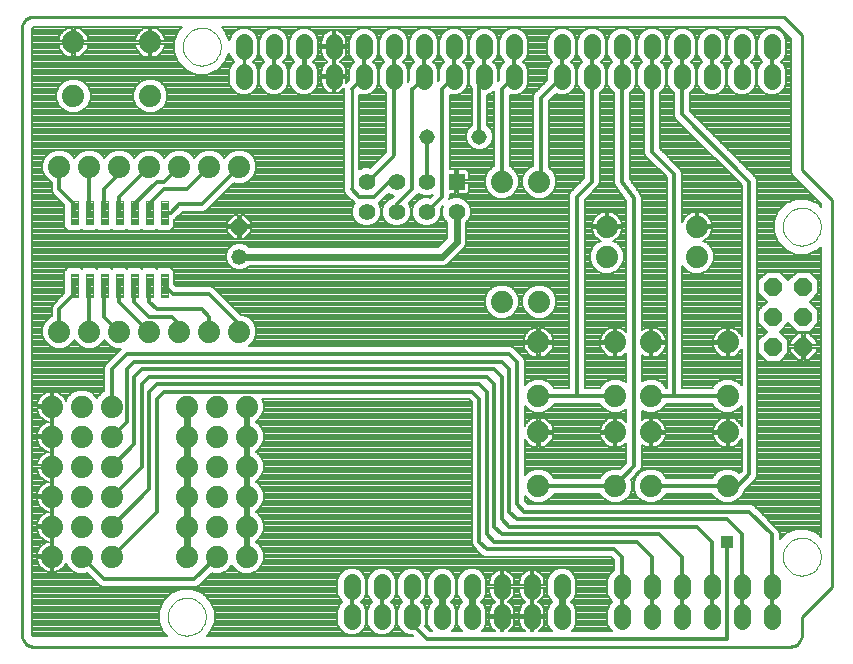
<source format=gtl>
G75*
G70*
%OFA0B0*%
%FSLAX24Y24*%
%IPPOS*%
%LPD*%
%AMOC8*
5,1,8,0,0,1.08239X$1,22.5*
%
%ADD10C,0.0100*%
%ADD11C,0.0000*%
%ADD12OC8,0.0610*%
%ADD13C,0.0560*%
%ADD14R,0.0554X0.0554*%
%ADD15C,0.0554*%
%ADD16C,0.0740*%
%ADD17OC8,0.0520*%
%ADD18C,0.0520*%
%ADD19C,0.0039*%
%ADD20C,0.0200*%
%ADD21C,0.0240*%
%ADD22C,0.0080*%
%ADD23C,0.0160*%
%ADD24C,0.0120*%
%ADD25C,0.0515*%
%ADD26R,0.0436X0.0436*%
D10*
X000584Y000580D02*
X025796Y000580D01*
X025835Y000582D01*
X025873Y000588D01*
X025910Y000597D01*
X025947Y000610D01*
X025982Y000627D01*
X026015Y000646D01*
X026046Y000669D01*
X026075Y000695D01*
X026101Y000724D01*
X026124Y000755D01*
X026143Y000788D01*
X026160Y000823D01*
X026173Y000860D01*
X026182Y000897D01*
X026188Y000935D01*
X026190Y000974D01*
X026190Y001580D01*
X027190Y002580D01*
X027190Y015480D01*
X026190Y016480D01*
X026190Y020980D01*
X025590Y021580D01*
X000584Y021580D01*
X000545Y021578D01*
X000507Y021572D01*
X000470Y021563D01*
X000433Y021550D01*
X000398Y021533D01*
X000365Y021514D01*
X000334Y021491D01*
X000305Y021465D01*
X000279Y021436D01*
X000256Y021405D01*
X000237Y021372D01*
X000220Y021337D01*
X000207Y021300D01*
X000198Y021263D01*
X000192Y021225D01*
X000190Y021186D01*
X000190Y000974D01*
X000192Y000935D01*
X000198Y000897D01*
X000207Y000860D01*
X000220Y000823D01*
X000237Y000788D01*
X000256Y000755D01*
X000279Y000724D01*
X000305Y000695D01*
X000334Y000669D01*
X000365Y000646D01*
X000398Y000627D01*
X000433Y000610D01*
X000470Y000597D01*
X000507Y000588D01*
X000545Y000582D01*
X000584Y000580D01*
X013190Y001580D02*
X013190Y002580D01*
X013690Y015080D02*
X013680Y015080D01*
X012690Y015080D02*
X012680Y015080D01*
X011690Y016080D02*
X011680Y016080D01*
X011690Y016080D02*
X012590Y016980D01*
X011190Y015830D02*
X011190Y019180D01*
X013190Y019180D02*
X013590Y019580D01*
X007590Y019580D02*
X007590Y020580D01*
X017440Y016080D02*
X017490Y016080D01*
D11*
X025560Y014580D02*
X025562Y014630D01*
X025568Y014680D01*
X025578Y014729D01*
X025592Y014777D01*
X025609Y014824D01*
X025630Y014869D01*
X025655Y014913D01*
X025683Y014954D01*
X025715Y014993D01*
X025749Y015030D01*
X025786Y015064D01*
X025826Y015094D01*
X025868Y015121D01*
X025912Y015145D01*
X025958Y015166D01*
X026005Y015182D01*
X026053Y015195D01*
X026103Y015204D01*
X026152Y015209D01*
X026203Y015210D01*
X026253Y015207D01*
X026302Y015200D01*
X026351Y015189D01*
X026399Y015174D01*
X026445Y015156D01*
X026490Y015134D01*
X026533Y015108D01*
X026574Y015079D01*
X026613Y015047D01*
X026649Y015012D01*
X026681Y014974D01*
X026711Y014934D01*
X026738Y014891D01*
X026761Y014847D01*
X026780Y014801D01*
X026796Y014753D01*
X026808Y014704D01*
X026816Y014655D01*
X026820Y014605D01*
X026820Y014555D01*
X026816Y014505D01*
X026808Y014456D01*
X026796Y014407D01*
X026780Y014359D01*
X026761Y014313D01*
X026738Y014269D01*
X026711Y014226D01*
X026681Y014186D01*
X026649Y014148D01*
X026613Y014113D01*
X026574Y014081D01*
X026533Y014052D01*
X026490Y014026D01*
X026445Y014004D01*
X026399Y013986D01*
X026351Y013971D01*
X026302Y013960D01*
X026253Y013953D01*
X026203Y013950D01*
X026152Y013951D01*
X026103Y013956D01*
X026053Y013965D01*
X026005Y013978D01*
X025958Y013994D01*
X025912Y014015D01*
X025868Y014039D01*
X025826Y014066D01*
X025786Y014096D01*
X025749Y014130D01*
X025715Y014167D01*
X025683Y014206D01*
X025655Y014247D01*
X025630Y014291D01*
X025609Y014336D01*
X025592Y014383D01*
X025578Y014431D01*
X025568Y014480D01*
X025562Y014530D01*
X025560Y014580D01*
X005560Y020580D02*
X005562Y020630D01*
X005568Y020680D01*
X005578Y020729D01*
X005592Y020777D01*
X005609Y020824D01*
X005630Y020869D01*
X005655Y020913D01*
X005683Y020954D01*
X005715Y020993D01*
X005749Y021030D01*
X005786Y021064D01*
X005826Y021094D01*
X005868Y021121D01*
X005912Y021145D01*
X005958Y021166D01*
X006005Y021182D01*
X006053Y021195D01*
X006103Y021204D01*
X006152Y021209D01*
X006203Y021210D01*
X006253Y021207D01*
X006302Y021200D01*
X006351Y021189D01*
X006399Y021174D01*
X006445Y021156D01*
X006490Y021134D01*
X006533Y021108D01*
X006574Y021079D01*
X006613Y021047D01*
X006649Y021012D01*
X006681Y020974D01*
X006711Y020934D01*
X006738Y020891D01*
X006761Y020847D01*
X006780Y020801D01*
X006796Y020753D01*
X006808Y020704D01*
X006816Y020655D01*
X006820Y020605D01*
X006820Y020555D01*
X006816Y020505D01*
X006808Y020456D01*
X006796Y020407D01*
X006780Y020359D01*
X006761Y020313D01*
X006738Y020269D01*
X006711Y020226D01*
X006681Y020186D01*
X006649Y020148D01*
X006613Y020113D01*
X006574Y020081D01*
X006533Y020052D01*
X006490Y020026D01*
X006445Y020004D01*
X006399Y019986D01*
X006351Y019971D01*
X006302Y019960D01*
X006253Y019953D01*
X006203Y019950D01*
X006152Y019951D01*
X006103Y019956D01*
X006053Y019965D01*
X006005Y019978D01*
X005958Y019994D01*
X005912Y020015D01*
X005868Y020039D01*
X005826Y020066D01*
X005786Y020096D01*
X005749Y020130D01*
X005715Y020167D01*
X005683Y020206D01*
X005655Y020247D01*
X005630Y020291D01*
X005609Y020336D01*
X005592Y020383D01*
X005578Y020431D01*
X005568Y020480D01*
X005562Y020530D01*
X005560Y020580D01*
X025560Y003580D02*
X025562Y003630D01*
X025568Y003680D01*
X025578Y003729D01*
X025592Y003777D01*
X025609Y003824D01*
X025630Y003869D01*
X025655Y003913D01*
X025683Y003954D01*
X025715Y003993D01*
X025749Y004030D01*
X025786Y004064D01*
X025826Y004094D01*
X025868Y004121D01*
X025912Y004145D01*
X025958Y004166D01*
X026005Y004182D01*
X026053Y004195D01*
X026103Y004204D01*
X026152Y004209D01*
X026203Y004210D01*
X026253Y004207D01*
X026302Y004200D01*
X026351Y004189D01*
X026399Y004174D01*
X026445Y004156D01*
X026490Y004134D01*
X026533Y004108D01*
X026574Y004079D01*
X026613Y004047D01*
X026649Y004012D01*
X026681Y003974D01*
X026711Y003934D01*
X026738Y003891D01*
X026761Y003847D01*
X026780Y003801D01*
X026796Y003753D01*
X026808Y003704D01*
X026816Y003655D01*
X026820Y003605D01*
X026820Y003555D01*
X026816Y003505D01*
X026808Y003456D01*
X026796Y003407D01*
X026780Y003359D01*
X026761Y003313D01*
X026738Y003269D01*
X026711Y003226D01*
X026681Y003186D01*
X026649Y003148D01*
X026613Y003113D01*
X026574Y003081D01*
X026533Y003052D01*
X026490Y003026D01*
X026445Y003004D01*
X026399Y002986D01*
X026351Y002971D01*
X026302Y002960D01*
X026253Y002953D01*
X026203Y002950D01*
X026152Y002951D01*
X026103Y002956D01*
X026053Y002965D01*
X026005Y002978D01*
X025958Y002994D01*
X025912Y003015D01*
X025868Y003039D01*
X025826Y003066D01*
X025786Y003096D01*
X025749Y003130D01*
X025715Y003167D01*
X025683Y003206D01*
X025655Y003247D01*
X025630Y003291D01*
X025609Y003336D01*
X025592Y003383D01*
X025578Y003431D01*
X025568Y003480D01*
X025562Y003530D01*
X025560Y003580D01*
X005060Y001580D02*
X005062Y001630D01*
X005068Y001680D01*
X005078Y001729D01*
X005092Y001777D01*
X005109Y001824D01*
X005130Y001869D01*
X005155Y001913D01*
X005183Y001954D01*
X005215Y001993D01*
X005249Y002030D01*
X005286Y002064D01*
X005326Y002094D01*
X005368Y002121D01*
X005412Y002145D01*
X005458Y002166D01*
X005505Y002182D01*
X005553Y002195D01*
X005603Y002204D01*
X005652Y002209D01*
X005703Y002210D01*
X005753Y002207D01*
X005802Y002200D01*
X005851Y002189D01*
X005899Y002174D01*
X005945Y002156D01*
X005990Y002134D01*
X006033Y002108D01*
X006074Y002079D01*
X006113Y002047D01*
X006149Y002012D01*
X006181Y001974D01*
X006211Y001934D01*
X006238Y001891D01*
X006261Y001847D01*
X006280Y001801D01*
X006296Y001753D01*
X006308Y001704D01*
X006316Y001655D01*
X006320Y001605D01*
X006320Y001555D01*
X006316Y001505D01*
X006308Y001456D01*
X006296Y001407D01*
X006280Y001359D01*
X006261Y001313D01*
X006238Y001269D01*
X006211Y001226D01*
X006181Y001186D01*
X006149Y001148D01*
X006113Y001113D01*
X006074Y001081D01*
X006033Y001052D01*
X005990Y001026D01*
X005945Y001004D01*
X005899Y000986D01*
X005851Y000971D01*
X005802Y000960D01*
X005753Y000953D01*
X005703Y000950D01*
X005652Y000951D01*
X005603Y000956D01*
X005553Y000965D01*
X005505Y000978D01*
X005458Y000994D01*
X005412Y001015D01*
X005368Y001039D01*
X005326Y001066D01*
X005286Y001096D01*
X005249Y001130D01*
X005215Y001167D01*
X005183Y001206D01*
X005155Y001247D01*
X005130Y001291D01*
X005109Y001336D01*
X005092Y001383D01*
X005078Y001431D01*
X005068Y001480D01*
X005062Y001530D01*
X005060Y001580D01*
D12*
X025240Y010580D03*
X026240Y010580D03*
X026240Y011580D03*
X025240Y011580D03*
X025240Y012580D03*
X026240Y012580D03*
D13*
X025190Y019440D02*
X025190Y019720D01*
X024190Y019720D02*
X024190Y019440D01*
X023190Y019440D02*
X023190Y019720D01*
X022190Y019720D02*
X022190Y019440D01*
X021190Y019440D02*
X021190Y019720D01*
X020190Y019720D02*
X020190Y019440D01*
X019190Y019440D02*
X019190Y019720D01*
X018190Y019720D02*
X018190Y019440D01*
X016590Y019440D02*
X016590Y019720D01*
X015590Y019720D02*
X015590Y019440D01*
X014590Y019440D02*
X014590Y019720D01*
X013590Y019720D02*
X013590Y019440D01*
X012590Y019440D02*
X012590Y019720D01*
X011590Y019720D02*
X011590Y019440D01*
X010590Y019440D02*
X010590Y019720D01*
X009590Y019720D02*
X009590Y019440D01*
X008590Y019440D02*
X008590Y019720D01*
X007590Y019720D02*
X007590Y019440D01*
X007590Y020440D02*
X007590Y020720D01*
X008590Y020720D02*
X008590Y020440D01*
X009590Y020440D02*
X009590Y020720D01*
X010590Y020720D02*
X010590Y020440D01*
X011590Y020440D02*
X011590Y020720D01*
X012590Y020720D02*
X012590Y020440D01*
X013590Y020440D02*
X013590Y020720D01*
X014590Y020720D02*
X014590Y020440D01*
X015590Y020440D02*
X015590Y020720D01*
X016590Y020720D02*
X016590Y020440D01*
X018190Y020440D02*
X018190Y020720D01*
X019190Y020720D02*
X019190Y020440D01*
X020190Y020440D02*
X020190Y020720D01*
X021190Y020720D02*
X021190Y020440D01*
X022190Y020440D02*
X022190Y020720D01*
X023190Y020720D02*
X023190Y020440D01*
X024190Y020440D02*
X024190Y020720D01*
X025190Y020720D02*
X025190Y020440D01*
X025190Y002720D02*
X025190Y002440D01*
X024190Y002440D02*
X024190Y002720D01*
X023190Y002720D02*
X023190Y002440D01*
X022190Y002440D02*
X022190Y002720D01*
X021190Y002720D02*
X021190Y002440D01*
X020190Y002440D02*
X020190Y002720D01*
X020190Y001720D02*
X020190Y001440D01*
X021190Y001440D02*
X021190Y001720D01*
X022190Y001720D02*
X022190Y001440D01*
X023190Y001440D02*
X023190Y001720D01*
X024190Y001720D02*
X024190Y001440D01*
X025190Y001440D02*
X025190Y001720D01*
X018190Y001720D02*
X018190Y001440D01*
X017190Y001440D02*
X017190Y001720D01*
X016190Y001720D02*
X016190Y001440D01*
X015190Y001440D02*
X015190Y001720D01*
X014190Y001720D02*
X014190Y001440D01*
X013190Y001440D02*
X013190Y001720D01*
X012190Y001720D02*
X012190Y001440D01*
X011190Y001440D02*
X011190Y001720D01*
X011190Y002440D02*
X011190Y002720D01*
X012190Y002720D02*
X012190Y002440D01*
X013190Y002440D02*
X013190Y002720D01*
X014190Y002720D02*
X014190Y002440D01*
X015190Y002440D02*
X015190Y002720D01*
X016190Y002720D02*
X016190Y002440D01*
X017190Y002440D02*
X017190Y002720D01*
X018190Y002720D02*
X018190Y002440D01*
D14*
X014680Y016080D03*
D15*
X013680Y016080D03*
X012680Y016080D03*
X011680Y016080D03*
X011680Y015080D03*
X012680Y015080D03*
X013680Y015080D03*
X014680Y015080D03*
D16*
X016190Y016080D03*
X017440Y016080D03*
X019690Y014580D03*
X019690Y013580D03*
X017440Y012080D03*
X016190Y012080D03*
X017410Y010720D03*
X019970Y010720D03*
X021160Y010720D03*
X023720Y010720D03*
X023720Y008940D03*
X023720Y007720D03*
X021160Y007720D03*
X019970Y007720D03*
X019970Y008940D03*
X021160Y008940D03*
X017410Y008940D03*
X017410Y007720D03*
X017410Y005940D03*
X019970Y005940D03*
X021160Y005940D03*
X023720Y005940D03*
X022690Y013580D03*
X022690Y014580D03*
X007440Y016580D03*
X006440Y016580D03*
X005440Y016580D03*
X004440Y016580D03*
X003440Y016580D03*
X002440Y016580D03*
X001440Y016580D03*
X001910Y018940D03*
X004470Y018940D03*
X004470Y020720D03*
X001910Y020720D03*
X001440Y011080D03*
X002440Y011080D03*
X003440Y011080D03*
X004440Y011080D03*
X005440Y011080D03*
X006440Y011080D03*
X007440Y011080D03*
X007690Y008580D03*
X006690Y008580D03*
X005690Y008580D03*
X005690Y007580D03*
X006690Y007580D03*
X007690Y007580D03*
X007690Y006580D03*
X006690Y006580D03*
X005690Y006580D03*
X005690Y005580D03*
X006690Y005580D03*
X007690Y005580D03*
X007690Y004580D03*
X006690Y004580D03*
X005690Y004580D03*
X005690Y003580D03*
X006690Y003580D03*
X007690Y003580D03*
X003190Y003580D03*
X002190Y003580D03*
X001190Y003580D03*
X001190Y004580D03*
X002190Y004580D03*
X003190Y004580D03*
X003190Y005580D03*
X002190Y005580D03*
X001190Y005580D03*
X001190Y006580D03*
X002190Y006580D03*
X003190Y006580D03*
X003190Y007580D03*
X002190Y007580D03*
X001190Y007580D03*
X001190Y008580D03*
X002190Y008580D03*
X003190Y008580D03*
D17*
X007440Y014580D03*
D18*
X007440Y013580D03*
D19*
X005051Y012239D02*
X004829Y012239D01*
X004829Y013001D01*
X005051Y013001D01*
X005051Y012239D01*
X005051Y012277D02*
X004829Y012277D01*
X004829Y012315D02*
X005051Y012315D01*
X005051Y012353D02*
X004829Y012353D01*
X004829Y012391D02*
X005051Y012391D01*
X005051Y012429D02*
X004829Y012429D01*
X004829Y012467D02*
X005051Y012467D01*
X005051Y012505D02*
X004829Y012505D01*
X004829Y012543D02*
X005051Y012543D01*
X005051Y012581D02*
X004829Y012581D01*
X004829Y012619D02*
X005051Y012619D01*
X005051Y012657D02*
X004829Y012657D01*
X004829Y012695D02*
X005051Y012695D01*
X005051Y012733D02*
X004829Y012733D01*
X004829Y012771D02*
X005051Y012771D01*
X005051Y012809D02*
X004829Y012809D01*
X004829Y012847D02*
X005051Y012847D01*
X005051Y012885D02*
X004829Y012885D01*
X004829Y012923D02*
X005051Y012923D01*
X005051Y012961D02*
X004829Y012961D01*
X004829Y012999D02*
X005051Y012999D01*
X004551Y012239D02*
X004329Y012239D01*
X004329Y013001D01*
X004551Y013001D01*
X004551Y012239D01*
X004551Y012277D02*
X004329Y012277D01*
X004329Y012315D02*
X004551Y012315D01*
X004551Y012353D02*
X004329Y012353D01*
X004329Y012391D02*
X004551Y012391D01*
X004551Y012429D02*
X004329Y012429D01*
X004329Y012467D02*
X004551Y012467D01*
X004551Y012505D02*
X004329Y012505D01*
X004329Y012543D02*
X004551Y012543D01*
X004551Y012581D02*
X004329Y012581D01*
X004329Y012619D02*
X004551Y012619D01*
X004551Y012657D02*
X004329Y012657D01*
X004329Y012695D02*
X004551Y012695D01*
X004551Y012733D02*
X004329Y012733D01*
X004329Y012771D02*
X004551Y012771D01*
X004551Y012809D02*
X004329Y012809D01*
X004329Y012847D02*
X004551Y012847D01*
X004551Y012885D02*
X004329Y012885D01*
X004329Y012923D02*
X004551Y012923D01*
X004551Y012961D02*
X004329Y012961D01*
X004329Y012999D02*
X004551Y012999D01*
X004051Y012239D02*
X003829Y012239D01*
X003829Y013001D01*
X004051Y013001D01*
X004051Y012239D01*
X004051Y012277D02*
X003829Y012277D01*
X003829Y012315D02*
X004051Y012315D01*
X004051Y012353D02*
X003829Y012353D01*
X003829Y012391D02*
X004051Y012391D01*
X004051Y012429D02*
X003829Y012429D01*
X003829Y012467D02*
X004051Y012467D01*
X004051Y012505D02*
X003829Y012505D01*
X003829Y012543D02*
X004051Y012543D01*
X004051Y012581D02*
X003829Y012581D01*
X003829Y012619D02*
X004051Y012619D01*
X004051Y012657D02*
X003829Y012657D01*
X003829Y012695D02*
X004051Y012695D01*
X004051Y012733D02*
X003829Y012733D01*
X003829Y012771D02*
X004051Y012771D01*
X004051Y012809D02*
X003829Y012809D01*
X003829Y012847D02*
X004051Y012847D01*
X004051Y012885D02*
X003829Y012885D01*
X003829Y012923D02*
X004051Y012923D01*
X004051Y012961D02*
X003829Y012961D01*
X003829Y012999D02*
X004051Y012999D01*
X003551Y012239D02*
X003329Y012239D01*
X003329Y013001D01*
X003551Y013001D01*
X003551Y012239D01*
X003551Y012277D02*
X003329Y012277D01*
X003329Y012315D02*
X003551Y012315D01*
X003551Y012353D02*
X003329Y012353D01*
X003329Y012391D02*
X003551Y012391D01*
X003551Y012429D02*
X003329Y012429D01*
X003329Y012467D02*
X003551Y012467D01*
X003551Y012505D02*
X003329Y012505D01*
X003329Y012543D02*
X003551Y012543D01*
X003551Y012581D02*
X003329Y012581D01*
X003329Y012619D02*
X003551Y012619D01*
X003551Y012657D02*
X003329Y012657D01*
X003329Y012695D02*
X003551Y012695D01*
X003551Y012733D02*
X003329Y012733D01*
X003329Y012771D02*
X003551Y012771D01*
X003551Y012809D02*
X003329Y012809D01*
X003329Y012847D02*
X003551Y012847D01*
X003551Y012885D02*
X003329Y012885D01*
X003329Y012923D02*
X003551Y012923D01*
X003551Y012961D02*
X003329Y012961D01*
X003329Y012999D02*
X003551Y012999D01*
X003051Y012239D02*
X002829Y012239D01*
X002829Y013001D01*
X003051Y013001D01*
X003051Y012239D01*
X003051Y012277D02*
X002829Y012277D01*
X002829Y012315D02*
X003051Y012315D01*
X003051Y012353D02*
X002829Y012353D01*
X002829Y012391D02*
X003051Y012391D01*
X003051Y012429D02*
X002829Y012429D01*
X002829Y012467D02*
X003051Y012467D01*
X003051Y012505D02*
X002829Y012505D01*
X002829Y012543D02*
X003051Y012543D01*
X003051Y012581D02*
X002829Y012581D01*
X002829Y012619D02*
X003051Y012619D01*
X003051Y012657D02*
X002829Y012657D01*
X002829Y012695D02*
X003051Y012695D01*
X003051Y012733D02*
X002829Y012733D01*
X002829Y012771D02*
X003051Y012771D01*
X003051Y012809D02*
X002829Y012809D01*
X002829Y012847D02*
X003051Y012847D01*
X003051Y012885D02*
X002829Y012885D01*
X002829Y012923D02*
X003051Y012923D01*
X003051Y012961D02*
X002829Y012961D01*
X002829Y012999D02*
X003051Y012999D01*
X002551Y012239D02*
X002329Y012239D01*
X002329Y013001D01*
X002551Y013001D01*
X002551Y012239D01*
X002551Y012277D02*
X002329Y012277D01*
X002329Y012315D02*
X002551Y012315D01*
X002551Y012353D02*
X002329Y012353D01*
X002329Y012391D02*
X002551Y012391D01*
X002551Y012429D02*
X002329Y012429D01*
X002329Y012467D02*
X002551Y012467D01*
X002551Y012505D02*
X002329Y012505D01*
X002329Y012543D02*
X002551Y012543D01*
X002551Y012581D02*
X002329Y012581D01*
X002329Y012619D02*
X002551Y012619D01*
X002551Y012657D02*
X002329Y012657D01*
X002329Y012695D02*
X002551Y012695D01*
X002551Y012733D02*
X002329Y012733D01*
X002329Y012771D02*
X002551Y012771D01*
X002551Y012809D02*
X002329Y012809D01*
X002329Y012847D02*
X002551Y012847D01*
X002551Y012885D02*
X002329Y012885D01*
X002329Y012923D02*
X002551Y012923D01*
X002551Y012961D02*
X002329Y012961D01*
X002329Y012999D02*
X002551Y012999D01*
X002051Y012239D02*
X001829Y012239D01*
X001829Y013001D01*
X002051Y013001D01*
X002051Y012239D01*
X002051Y012277D02*
X001829Y012277D01*
X001829Y012315D02*
X002051Y012315D01*
X002051Y012353D02*
X001829Y012353D01*
X001829Y012391D02*
X002051Y012391D01*
X002051Y012429D02*
X001829Y012429D01*
X001829Y012467D02*
X002051Y012467D01*
X002051Y012505D02*
X001829Y012505D01*
X001829Y012543D02*
X002051Y012543D01*
X002051Y012581D02*
X001829Y012581D01*
X001829Y012619D02*
X002051Y012619D01*
X002051Y012657D02*
X001829Y012657D01*
X001829Y012695D02*
X002051Y012695D01*
X002051Y012733D02*
X001829Y012733D01*
X001829Y012771D02*
X002051Y012771D01*
X002051Y012809D02*
X001829Y012809D01*
X001829Y012847D02*
X002051Y012847D01*
X002051Y012885D02*
X001829Y012885D01*
X001829Y012923D02*
X002051Y012923D01*
X002051Y012961D02*
X001829Y012961D01*
X001829Y012999D02*
X002051Y012999D01*
X002051Y014659D02*
X001829Y014659D01*
X001829Y015421D01*
X002051Y015421D01*
X002051Y014659D01*
X002051Y014697D02*
X001829Y014697D01*
X001829Y014735D02*
X002051Y014735D01*
X002051Y014773D02*
X001829Y014773D01*
X001829Y014811D02*
X002051Y014811D01*
X002051Y014849D02*
X001829Y014849D01*
X001829Y014887D02*
X002051Y014887D01*
X002051Y014925D02*
X001829Y014925D01*
X001829Y014963D02*
X002051Y014963D01*
X002051Y015001D02*
X001829Y015001D01*
X001829Y015039D02*
X002051Y015039D01*
X002051Y015077D02*
X001829Y015077D01*
X001829Y015115D02*
X002051Y015115D01*
X002051Y015153D02*
X001829Y015153D01*
X001829Y015191D02*
X002051Y015191D01*
X002051Y015229D02*
X001829Y015229D01*
X001829Y015267D02*
X002051Y015267D01*
X002051Y015305D02*
X001829Y015305D01*
X001829Y015343D02*
X002051Y015343D01*
X002051Y015381D02*
X001829Y015381D01*
X001829Y015419D02*
X002051Y015419D01*
X002329Y014659D02*
X002551Y014659D01*
X002329Y014659D02*
X002329Y015421D01*
X002551Y015421D01*
X002551Y014659D01*
X002551Y014697D02*
X002329Y014697D01*
X002329Y014735D02*
X002551Y014735D01*
X002551Y014773D02*
X002329Y014773D01*
X002329Y014811D02*
X002551Y014811D01*
X002551Y014849D02*
X002329Y014849D01*
X002329Y014887D02*
X002551Y014887D01*
X002551Y014925D02*
X002329Y014925D01*
X002329Y014963D02*
X002551Y014963D01*
X002551Y015001D02*
X002329Y015001D01*
X002329Y015039D02*
X002551Y015039D01*
X002551Y015077D02*
X002329Y015077D01*
X002329Y015115D02*
X002551Y015115D01*
X002551Y015153D02*
X002329Y015153D01*
X002329Y015191D02*
X002551Y015191D01*
X002551Y015229D02*
X002329Y015229D01*
X002329Y015267D02*
X002551Y015267D01*
X002551Y015305D02*
X002329Y015305D01*
X002329Y015343D02*
X002551Y015343D01*
X002551Y015381D02*
X002329Y015381D01*
X002329Y015419D02*
X002551Y015419D01*
X002829Y014659D02*
X003051Y014659D01*
X002829Y014659D02*
X002829Y015421D01*
X003051Y015421D01*
X003051Y014659D01*
X003051Y014697D02*
X002829Y014697D01*
X002829Y014735D02*
X003051Y014735D01*
X003051Y014773D02*
X002829Y014773D01*
X002829Y014811D02*
X003051Y014811D01*
X003051Y014849D02*
X002829Y014849D01*
X002829Y014887D02*
X003051Y014887D01*
X003051Y014925D02*
X002829Y014925D01*
X002829Y014963D02*
X003051Y014963D01*
X003051Y015001D02*
X002829Y015001D01*
X002829Y015039D02*
X003051Y015039D01*
X003051Y015077D02*
X002829Y015077D01*
X002829Y015115D02*
X003051Y015115D01*
X003051Y015153D02*
X002829Y015153D01*
X002829Y015191D02*
X003051Y015191D01*
X003051Y015229D02*
X002829Y015229D01*
X002829Y015267D02*
X003051Y015267D01*
X003051Y015305D02*
X002829Y015305D01*
X002829Y015343D02*
X003051Y015343D01*
X003051Y015381D02*
X002829Y015381D01*
X002829Y015419D02*
X003051Y015419D01*
X003329Y014659D02*
X003551Y014659D01*
X003329Y014659D02*
X003329Y015421D01*
X003551Y015421D01*
X003551Y014659D01*
X003551Y014697D02*
X003329Y014697D01*
X003329Y014735D02*
X003551Y014735D01*
X003551Y014773D02*
X003329Y014773D01*
X003329Y014811D02*
X003551Y014811D01*
X003551Y014849D02*
X003329Y014849D01*
X003329Y014887D02*
X003551Y014887D01*
X003551Y014925D02*
X003329Y014925D01*
X003329Y014963D02*
X003551Y014963D01*
X003551Y015001D02*
X003329Y015001D01*
X003329Y015039D02*
X003551Y015039D01*
X003551Y015077D02*
X003329Y015077D01*
X003329Y015115D02*
X003551Y015115D01*
X003551Y015153D02*
X003329Y015153D01*
X003329Y015191D02*
X003551Y015191D01*
X003551Y015229D02*
X003329Y015229D01*
X003329Y015267D02*
X003551Y015267D01*
X003551Y015305D02*
X003329Y015305D01*
X003329Y015343D02*
X003551Y015343D01*
X003551Y015381D02*
X003329Y015381D01*
X003329Y015419D02*
X003551Y015419D01*
X003829Y014659D02*
X004051Y014659D01*
X003829Y014659D02*
X003829Y015421D01*
X004051Y015421D01*
X004051Y014659D01*
X004051Y014697D02*
X003829Y014697D01*
X003829Y014735D02*
X004051Y014735D01*
X004051Y014773D02*
X003829Y014773D01*
X003829Y014811D02*
X004051Y014811D01*
X004051Y014849D02*
X003829Y014849D01*
X003829Y014887D02*
X004051Y014887D01*
X004051Y014925D02*
X003829Y014925D01*
X003829Y014963D02*
X004051Y014963D01*
X004051Y015001D02*
X003829Y015001D01*
X003829Y015039D02*
X004051Y015039D01*
X004051Y015077D02*
X003829Y015077D01*
X003829Y015115D02*
X004051Y015115D01*
X004051Y015153D02*
X003829Y015153D01*
X003829Y015191D02*
X004051Y015191D01*
X004051Y015229D02*
X003829Y015229D01*
X003829Y015267D02*
X004051Y015267D01*
X004051Y015305D02*
X003829Y015305D01*
X003829Y015343D02*
X004051Y015343D01*
X004051Y015381D02*
X003829Y015381D01*
X003829Y015419D02*
X004051Y015419D01*
X004329Y014659D02*
X004551Y014659D01*
X004329Y014659D02*
X004329Y015421D01*
X004551Y015421D01*
X004551Y014659D01*
X004551Y014697D02*
X004329Y014697D01*
X004329Y014735D02*
X004551Y014735D01*
X004551Y014773D02*
X004329Y014773D01*
X004329Y014811D02*
X004551Y014811D01*
X004551Y014849D02*
X004329Y014849D01*
X004329Y014887D02*
X004551Y014887D01*
X004551Y014925D02*
X004329Y014925D01*
X004329Y014963D02*
X004551Y014963D01*
X004551Y015001D02*
X004329Y015001D01*
X004329Y015039D02*
X004551Y015039D01*
X004551Y015077D02*
X004329Y015077D01*
X004329Y015115D02*
X004551Y015115D01*
X004551Y015153D02*
X004329Y015153D01*
X004329Y015191D02*
X004551Y015191D01*
X004551Y015229D02*
X004329Y015229D01*
X004329Y015267D02*
X004551Y015267D01*
X004551Y015305D02*
X004329Y015305D01*
X004329Y015343D02*
X004551Y015343D01*
X004551Y015381D02*
X004329Y015381D01*
X004329Y015419D02*
X004551Y015419D01*
X004829Y014659D02*
X005051Y014659D01*
X004829Y014659D02*
X004829Y015421D01*
X005051Y015421D01*
X005051Y014659D01*
X005051Y014697D02*
X004829Y014697D01*
X004829Y014735D02*
X005051Y014735D01*
X005051Y014773D02*
X004829Y014773D01*
X004829Y014811D02*
X005051Y014811D01*
X005051Y014849D02*
X004829Y014849D01*
X004829Y014887D02*
X005051Y014887D01*
X005051Y014925D02*
X004829Y014925D01*
X004829Y014963D02*
X005051Y014963D01*
X005051Y015001D02*
X004829Y015001D01*
X004829Y015039D02*
X005051Y015039D01*
X005051Y015077D02*
X004829Y015077D01*
X004829Y015115D02*
X005051Y015115D01*
X005051Y015153D02*
X004829Y015153D01*
X004829Y015191D02*
X005051Y015191D01*
X005051Y015229D02*
X004829Y015229D01*
X004829Y015267D02*
X005051Y015267D01*
X005051Y015305D02*
X004829Y015305D01*
X004829Y015343D02*
X005051Y015343D01*
X005051Y015381D02*
X004829Y015381D01*
X004829Y015419D02*
X005051Y015419D01*
D20*
X007690Y008580D02*
X007690Y007580D01*
X007690Y006580D01*
X007690Y005580D01*
X007690Y004580D01*
X007690Y003580D01*
D21*
X005690Y003580D02*
X005690Y004580D01*
X005690Y005580D01*
X005690Y006580D01*
X005690Y007580D01*
X005690Y008580D01*
X007440Y013580D02*
X014190Y013580D01*
X014680Y014070D01*
X014680Y015080D01*
X014190Y002680D02*
X014190Y002580D01*
X014190Y001580D01*
X015190Y001580D02*
X015190Y002580D01*
X018190Y002580D02*
X018190Y001580D01*
D22*
X017710Y001601D02*
X017230Y001601D01*
X017230Y001620D02*
X017610Y001620D01*
X017610Y001753D01*
X017600Y001818D01*
X017579Y001881D01*
X017549Y001940D01*
X017510Y001994D01*
X017464Y002040D01*
X017410Y002079D01*
X017409Y002080D01*
X017410Y002081D01*
X017464Y002120D01*
X017510Y002166D01*
X017549Y002220D01*
X017579Y002279D01*
X017600Y002342D01*
X017610Y002407D01*
X017610Y002540D01*
X017230Y002540D01*
X017230Y002620D01*
X017150Y002620D01*
X017150Y003139D01*
X017092Y003130D01*
X017029Y003109D01*
X016970Y003079D01*
X016916Y003040D01*
X016870Y002994D01*
X016831Y002940D01*
X016801Y002881D01*
X016780Y002818D01*
X016770Y002753D01*
X016770Y002620D01*
X017150Y002620D01*
X017150Y002540D01*
X017230Y002540D01*
X017230Y002139D01*
X017230Y001620D01*
X017150Y001620D01*
X017150Y002540D01*
X016770Y002540D01*
X016770Y002407D01*
X016780Y002342D01*
X016801Y002279D01*
X016831Y002220D01*
X016870Y002166D01*
X016916Y002120D01*
X016970Y002081D01*
X016971Y002080D01*
X016970Y002079D01*
X016916Y002040D01*
X016870Y001994D01*
X016831Y001940D01*
X016801Y001881D01*
X016780Y001818D01*
X016770Y001753D01*
X016770Y001620D01*
X017150Y001620D01*
X017150Y001540D01*
X017150Y001090D01*
X017230Y001090D01*
X017230Y001540D01*
X017230Y001620D01*
X017230Y001679D02*
X017150Y001679D01*
X017150Y001601D02*
X016230Y001601D01*
X016230Y001620D02*
X016610Y001620D01*
X016610Y001753D01*
X016600Y001818D01*
X016579Y001881D01*
X016549Y001940D01*
X016510Y001994D01*
X016464Y002040D01*
X016410Y002079D01*
X016409Y002080D01*
X016410Y002081D01*
X016464Y002120D01*
X016510Y002166D01*
X016549Y002220D01*
X016579Y002279D01*
X016600Y002342D01*
X016610Y002407D01*
X016610Y002540D01*
X016230Y002540D01*
X016230Y002620D01*
X016150Y002620D01*
X016150Y003139D01*
X016092Y003130D01*
X016029Y003109D01*
X015970Y003079D01*
X015916Y003040D01*
X015870Y002994D01*
X015831Y002940D01*
X015801Y002881D01*
X015780Y002818D01*
X015770Y002753D01*
X015770Y002620D01*
X016150Y002620D01*
X016150Y002540D01*
X016230Y002540D01*
X016230Y002139D01*
X016230Y001620D01*
X016150Y001620D01*
X016150Y002540D01*
X015770Y002540D01*
X015770Y002407D01*
X015780Y002342D01*
X015801Y002279D01*
X015831Y002220D01*
X015870Y002166D01*
X015916Y002120D01*
X015970Y002081D01*
X015971Y002080D01*
X015970Y002079D01*
X015916Y002040D01*
X015870Y001994D01*
X015831Y001940D01*
X015801Y001881D01*
X015780Y001818D01*
X015770Y001753D01*
X015770Y001620D01*
X016150Y001620D01*
X016150Y001540D01*
X016150Y001090D01*
X016230Y001090D01*
X016230Y001540D01*
X016230Y001620D01*
X016230Y001679D02*
X016150Y001679D01*
X016150Y001601D02*
X015670Y001601D01*
X015670Y001679D02*
X015770Y001679D01*
X015771Y001758D02*
X015670Y001758D01*
X015670Y001815D02*
X015597Y001992D01*
X015510Y002079D01*
X015510Y002081D01*
X015597Y002168D01*
X015670Y002345D01*
X015670Y002815D01*
X015597Y002992D01*
X015462Y003127D01*
X015285Y003200D01*
X015095Y003200D01*
X014918Y003127D01*
X014783Y002992D01*
X014710Y002815D01*
X014710Y002345D01*
X014783Y002168D01*
X014870Y002081D01*
X014870Y002079D01*
X014783Y001992D01*
X014710Y001815D01*
X014710Y001345D01*
X014783Y001168D01*
X014861Y001090D01*
X014519Y001090D01*
X014597Y001168D01*
X014670Y001345D01*
X014670Y001815D01*
X014597Y001992D01*
X014510Y002079D01*
X014510Y002081D01*
X014597Y002168D01*
X014670Y002345D01*
X014670Y002815D01*
X014597Y002992D01*
X014462Y003127D01*
X014285Y003200D01*
X014095Y003200D01*
X013918Y003127D01*
X013783Y002992D01*
X013710Y002815D01*
X013710Y002345D01*
X013783Y002168D01*
X013870Y002081D01*
X013870Y002079D01*
X013783Y001992D01*
X013710Y001815D01*
X013710Y001345D01*
X013783Y001168D01*
X013861Y001090D01*
X013798Y001090D01*
X013633Y001255D01*
X013670Y001345D01*
X013670Y001815D01*
X013597Y001992D01*
X013509Y002080D01*
X013597Y002168D01*
X013670Y002345D01*
X013670Y002815D01*
X013597Y002992D01*
X013462Y003127D01*
X013285Y003200D01*
X013095Y003200D01*
X012918Y003127D01*
X012783Y002992D01*
X012710Y002815D01*
X012710Y002345D01*
X012783Y002168D01*
X012871Y002080D01*
X012783Y001992D01*
X012710Y001815D01*
X012710Y001345D01*
X012783Y001168D01*
X012918Y001033D01*
X013095Y000960D01*
X013192Y000960D01*
X013222Y000930D01*
X006355Y000930D01*
X006478Y001053D01*
X006620Y001395D01*
X006620Y001765D01*
X006478Y002107D01*
X006217Y002368D01*
X005875Y002510D01*
X005505Y002510D01*
X005163Y002368D01*
X004902Y002107D01*
X004760Y001765D01*
X004760Y001395D01*
X004902Y001053D01*
X005025Y000930D01*
X000584Y000930D01*
X000575Y000931D01*
X000559Y000937D01*
X000547Y000949D01*
X000541Y000965D01*
X000540Y000974D01*
X000540Y021186D01*
X000541Y021195D01*
X000547Y021211D01*
X000559Y021223D01*
X000575Y021229D01*
X000584Y021230D01*
X005525Y021230D01*
X005402Y021107D01*
X005260Y020765D01*
X005260Y020395D01*
X005402Y020053D01*
X005663Y019792D01*
X006005Y019650D01*
X006375Y019650D01*
X006717Y019792D01*
X006978Y020053D01*
X007110Y020371D01*
X007110Y020345D01*
X007183Y020168D01*
X007271Y020080D01*
X007183Y019992D01*
X007110Y019815D01*
X007110Y019345D01*
X007183Y019168D01*
X007318Y019033D01*
X007495Y018960D01*
X007685Y018960D01*
X007862Y019033D01*
X007997Y019168D01*
X008070Y019345D01*
X008070Y019815D01*
X007997Y019992D01*
X007909Y020080D01*
X007997Y020168D01*
X008070Y020345D01*
X008070Y020815D01*
X007997Y020992D01*
X007862Y021127D01*
X007685Y021200D01*
X007495Y021200D01*
X007318Y021127D01*
X007183Y020992D01*
X007110Y020815D01*
X007110Y020789D01*
X006978Y021107D01*
X006855Y021230D01*
X025445Y021230D01*
X025840Y020835D01*
X025840Y016410D01*
X025893Y016282D01*
X025992Y016183D01*
X026840Y015335D01*
X026840Y015245D01*
X026717Y015368D01*
X026375Y015510D01*
X026005Y015510D01*
X025663Y015368D01*
X025402Y015107D01*
X025260Y014765D01*
X025260Y014395D01*
X025402Y014053D01*
X025663Y013792D01*
X026005Y013650D01*
X026375Y013650D01*
X026717Y013792D01*
X026840Y013915D01*
X026840Y004245D01*
X026717Y004368D01*
X026375Y004510D01*
X026005Y004510D01*
X025663Y004368D01*
X025450Y004155D01*
X025450Y004382D01*
X025410Y004477D01*
X025337Y004550D01*
X024660Y005227D01*
X024660Y005227D01*
X024587Y005300D01*
X024492Y005340D01*
X017048Y005340D01*
X016950Y005438D01*
X016950Y005594D01*
X017087Y005457D01*
X017297Y005370D01*
X017523Y005370D01*
X017733Y005457D01*
X017893Y005617D01*
X017919Y005680D01*
X019461Y005680D01*
X019487Y005617D01*
X019647Y005457D01*
X019857Y005370D01*
X020083Y005370D01*
X020293Y005457D01*
X020453Y005617D01*
X020540Y005827D01*
X020540Y006053D01*
X020506Y006136D01*
X020777Y006430D01*
X020810Y006463D01*
X020812Y006468D01*
X020816Y006471D01*
X020832Y006515D01*
X020850Y006558D01*
X020850Y006563D01*
X020852Y006568D01*
X020850Y006615D01*
X020850Y007315D01*
X020893Y007284D01*
X020964Y007247D01*
X021041Y007223D01*
X021120Y007210D01*
X021120Y007680D01*
X021200Y007680D01*
X021200Y007760D01*
X021120Y007760D01*
X021120Y008230D01*
X021120Y008230D01*
X021041Y008217D01*
X020964Y008193D01*
X020893Y008156D01*
X020850Y008125D01*
X020850Y008451D01*
X021047Y008370D01*
X021273Y008370D01*
X021483Y008457D01*
X021643Y008617D01*
X021669Y008680D01*
X023211Y008680D01*
X023237Y008617D01*
X023397Y008457D01*
X023607Y008370D01*
X023833Y008370D01*
X024043Y008457D01*
X024180Y008594D01*
X024180Y007941D01*
X024156Y007987D01*
X024109Y008052D01*
X024052Y008109D01*
X023987Y008156D01*
X023916Y008193D01*
X023839Y008217D01*
X023760Y008230D01*
X023760Y007760D01*
X023680Y007760D01*
X023680Y008230D01*
X023680Y008230D01*
X023601Y008217D01*
X023524Y008193D01*
X023453Y008156D01*
X023388Y008109D01*
X023331Y008052D01*
X023284Y007987D01*
X023247Y007916D01*
X023223Y007839D01*
X023210Y007760D01*
X023680Y007760D01*
X023680Y007680D01*
X023760Y007680D01*
X023760Y007210D01*
X023760Y007210D01*
X023839Y007223D01*
X023916Y007247D01*
X023987Y007284D01*
X024052Y007331D01*
X024109Y007388D01*
X024156Y007453D01*
X024180Y007499D01*
X024180Y006438D01*
X024104Y006362D01*
X024043Y006423D01*
X023833Y006510D01*
X023607Y006510D01*
X023397Y006423D01*
X023237Y006263D01*
X023211Y006200D01*
X021669Y006200D01*
X021643Y006263D01*
X021483Y006423D01*
X021273Y006510D01*
X021047Y006510D01*
X020837Y006423D01*
X020677Y006263D01*
X020590Y006053D01*
X020590Y005827D01*
X020677Y005617D01*
X020837Y005457D01*
X021047Y005370D01*
X021273Y005370D01*
X021483Y005457D01*
X021643Y005617D01*
X021669Y005680D01*
X023211Y005680D01*
X023237Y005617D01*
X023397Y005457D01*
X023607Y005370D01*
X023833Y005370D01*
X024043Y005457D01*
X024203Y005617D01*
X024280Y005802D01*
X024660Y006183D01*
X024700Y006278D01*
X024700Y016132D01*
X024660Y016227D01*
X024587Y016300D01*
X022450Y018438D01*
X022450Y019028D01*
X022462Y019033D01*
X022597Y019168D01*
X022670Y019345D01*
X022670Y019815D01*
X022597Y019992D01*
X022509Y020080D01*
X022597Y020168D01*
X022670Y020345D01*
X022670Y020815D01*
X022597Y020992D01*
X022462Y021127D01*
X022285Y021200D01*
X022095Y021200D01*
X021918Y021127D01*
X021783Y020992D01*
X021710Y020815D01*
X021710Y020345D01*
X021783Y020168D01*
X021871Y020080D01*
X021783Y019992D01*
X021710Y019815D01*
X021710Y019345D01*
X021783Y019168D01*
X021918Y019033D01*
X021930Y019028D01*
X021930Y018278D01*
X021970Y018183D01*
X024180Y015972D01*
X024180Y010941D01*
X024156Y010987D01*
X024109Y011052D01*
X024052Y011109D01*
X023987Y011156D01*
X023916Y011193D01*
X023839Y011217D01*
X023760Y011230D01*
X023760Y010760D01*
X023680Y010760D01*
X023680Y011230D01*
X023680Y011230D01*
X023601Y011217D01*
X023524Y011193D01*
X023453Y011156D01*
X023388Y011109D01*
X023331Y011052D01*
X023284Y010987D01*
X023247Y010916D01*
X023223Y010839D01*
X023210Y010760D01*
X023680Y010760D01*
X023680Y010680D01*
X023760Y010680D01*
X023760Y010210D01*
X023760Y010210D01*
X023839Y010223D01*
X023916Y010247D01*
X023987Y010284D01*
X024052Y010331D01*
X024109Y010388D01*
X024156Y010453D01*
X024180Y010499D01*
X024180Y009286D01*
X024043Y009423D01*
X023833Y009510D01*
X023607Y009510D01*
X023397Y009423D01*
X023237Y009263D01*
X023211Y009200D01*
X022200Y009200D01*
X022200Y013273D01*
X022207Y013257D01*
X022367Y013097D01*
X022577Y013010D01*
X022803Y013010D01*
X023013Y013097D01*
X023173Y013257D01*
X023260Y013467D01*
X023260Y013693D01*
X023173Y013903D01*
X023013Y014063D01*
X022895Y014112D01*
X022957Y014144D01*
X023022Y014191D01*
X023079Y014248D01*
X023126Y014313D01*
X023163Y014384D01*
X023187Y014461D01*
X023200Y014540D01*
X022730Y014540D01*
X022730Y014620D01*
X022650Y014620D01*
X022650Y015090D01*
X022650Y015090D01*
X022571Y015077D01*
X022494Y015053D01*
X022423Y015016D01*
X022358Y014969D01*
X022301Y014912D01*
X022254Y014847D01*
X022217Y014776D01*
X022200Y014722D01*
X022200Y016382D01*
X022160Y016477D01*
X022087Y016550D01*
X021450Y017188D01*
X021450Y019028D01*
X021462Y019033D01*
X021597Y019168D01*
X021670Y019345D01*
X021670Y019815D01*
X021597Y019992D01*
X021509Y020080D01*
X021597Y020168D01*
X021670Y020345D01*
X021670Y020815D01*
X021597Y020992D01*
X021462Y021127D01*
X021285Y021200D01*
X021095Y021200D01*
X020918Y021127D01*
X020783Y020992D01*
X020710Y020815D01*
X020710Y020345D01*
X020783Y020168D01*
X020871Y020080D01*
X020783Y019992D01*
X020710Y019815D01*
X020710Y019345D01*
X020783Y019168D01*
X020918Y019033D01*
X020930Y019028D01*
X020930Y017028D01*
X020970Y016933D01*
X021680Y016222D01*
X021680Y009200D01*
X021669Y009200D01*
X021643Y009263D01*
X021483Y009423D01*
X021273Y009510D01*
X021047Y009510D01*
X020850Y009429D01*
X020850Y010315D01*
X020893Y010284D01*
X020964Y010247D01*
X021041Y010223D01*
X021120Y010210D01*
X021120Y010680D01*
X021200Y010680D01*
X021200Y010760D01*
X021120Y010760D01*
X021120Y011230D01*
X021120Y011230D01*
X021041Y011217D01*
X020964Y011193D01*
X020893Y011156D01*
X020850Y011125D01*
X020850Y015510D01*
X020855Y015541D01*
X020850Y015561D01*
X020850Y015582D01*
X020838Y015611D01*
X020831Y015641D01*
X020818Y015658D01*
X020810Y015677D01*
X020788Y015699D01*
X020450Y016165D01*
X020450Y019028D01*
X020462Y019033D01*
X020597Y019168D01*
X020670Y019345D01*
X020670Y019815D01*
X020597Y019992D01*
X020509Y020080D01*
X020597Y020168D01*
X020670Y020345D01*
X020670Y020815D01*
X020597Y020992D01*
X020462Y021127D01*
X020285Y021200D01*
X020095Y021200D01*
X019918Y021127D01*
X019783Y020992D01*
X019710Y020815D01*
X019710Y020345D01*
X019783Y020168D01*
X019871Y020080D01*
X019783Y019992D01*
X019710Y019815D01*
X019710Y019345D01*
X019783Y019168D01*
X019918Y019033D01*
X019930Y019028D01*
X019930Y016100D01*
X019925Y016069D01*
X019930Y016049D01*
X019930Y016028D01*
X019942Y015999D01*
X019949Y015969D01*
X019962Y015952D01*
X019970Y015933D01*
X019992Y015911D01*
X020330Y015445D01*
X020330Y011081D01*
X020302Y011109D01*
X020237Y011156D01*
X020166Y011193D01*
X020089Y011217D01*
X020010Y011230D01*
X020010Y010760D01*
X019930Y010760D01*
X019930Y011230D01*
X019930Y011230D01*
X019851Y011217D01*
X019774Y011193D01*
X019703Y011156D01*
X019638Y011109D01*
X019581Y011052D01*
X019534Y010987D01*
X019497Y010916D01*
X019473Y010839D01*
X019460Y010760D01*
X019930Y010760D01*
X019930Y010680D01*
X020010Y010680D01*
X020010Y010210D01*
X020010Y010210D01*
X020089Y010223D01*
X020166Y010247D01*
X020237Y010284D01*
X020302Y010331D01*
X020330Y010359D01*
X020330Y009386D01*
X020293Y009423D01*
X020083Y009510D01*
X019857Y009510D01*
X019647Y009423D01*
X019487Y009263D01*
X019461Y009200D01*
X018950Y009200D01*
X018950Y015472D01*
X019410Y015933D01*
X019450Y016028D01*
X019450Y019028D01*
X019462Y019033D01*
X019597Y019168D01*
X019670Y019345D01*
X019670Y019815D01*
X019597Y019992D01*
X019509Y020080D01*
X019597Y020168D01*
X019670Y020345D01*
X019670Y020815D01*
X019597Y020992D01*
X019462Y021127D01*
X019285Y021200D01*
X019095Y021200D01*
X018918Y021127D01*
X018783Y020992D01*
X018710Y020815D01*
X018710Y020345D01*
X018783Y020168D01*
X018871Y020080D01*
X018783Y019992D01*
X018710Y019815D01*
X018710Y019345D01*
X018783Y019168D01*
X018918Y019033D01*
X018930Y019028D01*
X018930Y016188D01*
X018543Y015800D01*
X018470Y015727D01*
X018430Y015632D01*
X018430Y009200D01*
X017919Y009200D01*
X017893Y009263D01*
X017733Y009423D01*
X017523Y009510D01*
X017297Y009510D01*
X017087Y009423D01*
X016950Y009286D01*
X016950Y010132D01*
X016910Y010227D01*
X016660Y010477D01*
X016660Y010477D01*
X016587Y010550D01*
X016492Y010590D01*
X007747Y010590D01*
X007763Y010597D01*
X007923Y010757D01*
X008010Y010967D01*
X008010Y011193D01*
X007923Y011403D01*
X007763Y011563D01*
X007553Y011650D01*
X007488Y011650D01*
X006660Y012477D01*
X006587Y012550D01*
X006492Y012590D01*
X005338Y012590D01*
X005270Y012658D01*
X005270Y013091D01*
X005141Y013220D01*
X004739Y013220D01*
X004690Y013171D01*
X004641Y013220D01*
X004239Y013220D01*
X004190Y013171D01*
X004141Y013220D01*
X003739Y013220D01*
X003690Y013171D01*
X003641Y013220D01*
X003239Y013220D01*
X003190Y013171D01*
X003141Y013220D01*
X002739Y013220D01*
X002690Y013171D01*
X002641Y013220D01*
X002239Y013220D01*
X002190Y013171D01*
X002141Y013220D01*
X001739Y013220D01*
X001610Y013091D01*
X001610Y012368D01*
X001220Y011977D01*
X001180Y011882D01*
X001180Y011589D01*
X001117Y011563D01*
X000957Y011403D01*
X000870Y011193D01*
X000870Y010967D01*
X000957Y010757D01*
X001117Y010597D01*
X001327Y010510D01*
X001553Y010510D01*
X001763Y010597D01*
X001923Y010757D01*
X001940Y010798D01*
X001957Y010757D01*
X002117Y010597D01*
X002327Y010510D01*
X002553Y010510D01*
X002763Y010597D01*
X002923Y010757D01*
X002940Y010798D01*
X002957Y010757D01*
X003117Y010597D01*
X003327Y010510D01*
X003502Y010510D01*
X003043Y010050D01*
X002970Y009977D01*
X002930Y009882D01*
X002930Y009089D01*
X002867Y009063D01*
X002707Y008903D01*
X002690Y008862D01*
X002673Y008903D01*
X002513Y009063D01*
X002303Y009150D01*
X002077Y009150D01*
X001867Y009063D01*
X001707Y008903D01*
X001658Y008785D01*
X001626Y008847D01*
X001579Y008912D01*
X001522Y008969D01*
X001457Y009016D01*
X001386Y009053D01*
X001309Y009077D01*
X001230Y009090D01*
X001230Y008620D01*
X001150Y008620D01*
X001150Y009090D01*
X001150Y009090D01*
X001071Y009077D01*
X000994Y009053D01*
X000923Y009016D01*
X000858Y008969D01*
X000801Y008912D01*
X000754Y008847D01*
X000717Y008776D01*
X000693Y008699D01*
X000680Y008620D01*
X001150Y008620D01*
X001150Y008540D01*
X001230Y008540D01*
X001230Y007620D01*
X001150Y007620D01*
X001150Y008090D01*
X001150Y008540D01*
X000680Y008540D01*
X000680Y008540D01*
X000693Y008461D01*
X000717Y008384D01*
X000754Y008313D01*
X000801Y008248D01*
X000858Y008191D01*
X000923Y008144D01*
X000994Y008107D01*
X001071Y008083D01*
X001087Y008080D01*
X001071Y008077D01*
X000994Y008053D01*
X000923Y008016D01*
X000858Y007969D01*
X000801Y007912D01*
X000754Y007847D01*
X000717Y007776D01*
X000693Y007699D01*
X000680Y007620D01*
X001150Y007620D01*
X001150Y007540D01*
X001230Y007540D01*
X001230Y006620D01*
X001150Y006620D01*
X001150Y007070D01*
X001150Y007540D01*
X000680Y007540D01*
X000680Y007540D01*
X000693Y007461D01*
X000717Y007384D01*
X000754Y007313D01*
X000801Y007248D01*
X000858Y007191D01*
X000923Y007144D01*
X000994Y007107D01*
X001071Y007083D01*
X001087Y007080D01*
X001071Y007077D01*
X000994Y007053D01*
X000923Y007016D01*
X000858Y006969D01*
X000801Y006912D01*
X000754Y006847D01*
X000717Y006776D01*
X000693Y006699D01*
X000680Y006620D01*
X001150Y006620D01*
X001150Y006540D01*
X001230Y006540D01*
X001230Y005620D01*
X001150Y005620D01*
X001150Y006090D01*
X001150Y006540D01*
X000680Y006540D01*
X000680Y006540D01*
X000693Y006461D01*
X000717Y006384D01*
X000754Y006313D01*
X000801Y006248D01*
X000858Y006191D01*
X000923Y006144D01*
X000994Y006107D01*
X001071Y006083D01*
X001087Y006080D01*
X001071Y006077D01*
X000994Y006053D01*
X000923Y006016D01*
X000858Y005969D01*
X000801Y005912D01*
X000754Y005847D01*
X000717Y005776D01*
X000693Y005699D01*
X000680Y005620D01*
X001150Y005620D01*
X001150Y005540D01*
X001230Y005540D01*
X001230Y004620D01*
X001150Y004620D01*
X001150Y005090D01*
X001150Y005540D01*
X000680Y005540D01*
X000680Y005540D01*
X000693Y005461D01*
X000717Y005384D01*
X000754Y005313D01*
X000801Y005248D01*
X000858Y005191D01*
X000923Y005144D01*
X000994Y005107D01*
X001071Y005083D01*
X001087Y005080D01*
X001071Y005077D01*
X000994Y005053D01*
X000923Y005016D01*
X000858Y004969D01*
X000801Y004912D01*
X000754Y004847D01*
X000717Y004776D01*
X000693Y004699D01*
X000680Y004620D01*
X001150Y004620D01*
X001150Y004540D01*
X001230Y004540D01*
X001230Y003620D01*
X001150Y003620D01*
X001150Y004070D01*
X001150Y004540D01*
X000680Y004540D01*
X000680Y004540D01*
X000693Y004461D01*
X000717Y004384D01*
X000754Y004313D01*
X000801Y004248D01*
X000858Y004191D01*
X000923Y004144D01*
X000994Y004107D01*
X001071Y004083D01*
X001087Y004080D01*
X001071Y004077D01*
X000994Y004053D01*
X000923Y004016D01*
X000858Y003969D01*
X000801Y003912D01*
X000754Y003847D01*
X000717Y003776D01*
X000693Y003699D01*
X000680Y003620D01*
X001150Y003620D01*
X001150Y003540D01*
X001230Y003540D01*
X001230Y003070D01*
X001230Y003070D01*
X001309Y003083D01*
X001386Y003107D01*
X001457Y003144D01*
X001522Y003191D01*
X001579Y003248D01*
X001626Y003313D01*
X001658Y003375D01*
X001707Y003257D01*
X001867Y003097D01*
X002077Y003010D01*
X002303Y003010D01*
X002366Y003036D01*
X002720Y002683D01*
X002793Y002610D01*
X002888Y002570D01*
X005992Y002570D01*
X006087Y002610D01*
X006514Y003036D01*
X006577Y003010D01*
X006803Y003010D01*
X007013Y003097D01*
X007173Y003257D01*
X007190Y003298D01*
X007207Y003257D01*
X007367Y003097D01*
X007577Y003010D01*
X007803Y003010D01*
X008013Y003097D01*
X008173Y003257D01*
X008260Y003467D01*
X008260Y003693D01*
X008173Y003903D01*
X008013Y004063D01*
X007990Y004073D01*
X007990Y004087D01*
X008013Y004097D01*
X008173Y004257D01*
X008260Y004467D01*
X008260Y004693D01*
X008173Y004903D01*
X008013Y005063D01*
X007990Y005073D01*
X007990Y005087D01*
X008013Y005097D01*
X008173Y005257D01*
X008260Y005467D01*
X008260Y005693D01*
X008173Y005903D01*
X008013Y006063D01*
X007990Y006073D01*
X007990Y006087D01*
X008013Y006097D01*
X008173Y006257D01*
X008260Y006467D01*
X008260Y006693D01*
X008173Y006903D01*
X008013Y007063D01*
X007990Y007073D01*
X007990Y007087D01*
X008013Y007097D01*
X008173Y007257D01*
X008260Y007467D01*
X008260Y007693D01*
X008173Y007903D01*
X008013Y008063D01*
X007990Y008073D01*
X007990Y008087D01*
X008013Y008097D01*
X008173Y008257D01*
X008260Y008467D01*
X008260Y008693D01*
X008208Y008820D01*
X015082Y008820D01*
X015180Y008722D01*
X015180Y004028D01*
X015220Y003933D01*
X015543Y003610D01*
X015638Y003570D01*
X019832Y003570D01*
X019930Y003472D01*
X019930Y003132D01*
X019918Y003127D01*
X019783Y002992D01*
X019710Y002815D01*
X019710Y002345D01*
X019783Y002168D01*
X019871Y002080D01*
X019783Y001992D01*
X019710Y001815D01*
X019710Y001345D01*
X019783Y001168D01*
X019861Y001090D01*
X018519Y001090D01*
X018597Y001168D01*
X018670Y001345D01*
X018670Y001815D01*
X018597Y001992D01*
X018510Y002079D01*
X018510Y002081D01*
X018597Y002168D01*
X018670Y002345D01*
X018670Y002815D01*
X018597Y002992D01*
X018462Y003127D01*
X018285Y003200D01*
X018095Y003200D01*
X017918Y003127D01*
X017783Y002992D01*
X017710Y002815D01*
X017710Y002345D01*
X017783Y002168D01*
X017870Y002081D01*
X017870Y002079D01*
X017783Y001992D01*
X017710Y001815D01*
X017710Y001345D01*
X017783Y001168D01*
X017861Y001090D01*
X017423Y001090D01*
X017464Y001120D01*
X017510Y001166D01*
X017549Y001220D01*
X017579Y001279D01*
X017600Y001342D01*
X017610Y001407D01*
X017610Y001540D01*
X017230Y001540D01*
X017150Y001540D01*
X016770Y001540D01*
X016770Y001407D01*
X016780Y001342D01*
X016801Y001279D01*
X016831Y001220D01*
X016870Y001166D01*
X016916Y001120D01*
X016957Y001090D01*
X016423Y001090D01*
X016464Y001120D01*
X016510Y001166D01*
X016549Y001220D01*
X016579Y001279D01*
X016600Y001342D01*
X016610Y001407D01*
X016610Y001540D01*
X016230Y001540D01*
X016150Y001540D01*
X015770Y001540D01*
X015770Y001407D01*
X015780Y001342D01*
X015801Y001279D01*
X015831Y001220D01*
X015870Y001166D01*
X015916Y001120D01*
X015957Y001090D01*
X015519Y001090D01*
X015597Y001168D01*
X015670Y001345D01*
X015670Y001815D01*
X015661Y001836D02*
X015786Y001836D01*
X015818Y001915D02*
X015629Y001915D01*
X015596Y001993D02*
X015869Y001993D01*
X015959Y002072D02*
X015517Y002072D01*
X015579Y002150D02*
X015886Y002150D01*
X015826Y002229D02*
X015622Y002229D01*
X015654Y002307D02*
X015792Y002307D01*
X015773Y002386D02*
X015670Y002386D01*
X015670Y002464D02*
X015770Y002464D01*
X015670Y002543D02*
X016150Y002543D01*
X016150Y002621D02*
X016230Y002621D01*
X016230Y002620D02*
X016230Y003139D01*
X016288Y003130D01*
X016351Y003109D01*
X016410Y003079D01*
X016464Y003040D01*
X016510Y002994D01*
X016549Y002940D01*
X016579Y002881D01*
X016600Y002818D01*
X016610Y002753D01*
X016610Y002620D01*
X016230Y002620D01*
X016230Y002543D02*
X017150Y002543D01*
X017150Y002621D02*
X017230Y002621D01*
X017230Y002620D02*
X017230Y003139D01*
X017288Y003130D01*
X017351Y003109D01*
X017410Y003079D01*
X017464Y003040D01*
X017510Y002994D01*
X017549Y002940D01*
X017579Y002881D01*
X017600Y002818D01*
X017610Y002753D01*
X017610Y002620D01*
X017230Y002620D01*
X017230Y002543D02*
X017710Y002543D01*
X017710Y002621D02*
X017610Y002621D01*
X017610Y002700D02*
X017710Y002700D01*
X017710Y002778D02*
X017606Y002778D01*
X017587Y002857D02*
X017727Y002857D01*
X017760Y002935D02*
X017552Y002935D01*
X017490Y003014D02*
X017805Y003014D01*
X017883Y003092D02*
X017385Y003092D01*
X017230Y003092D02*
X017150Y003092D01*
X017150Y003014D02*
X017230Y003014D01*
X017230Y002935D02*
X017150Y002935D01*
X017150Y002857D02*
X017230Y002857D01*
X017230Y002778D02*
X017150Y002778D01*
X017150Y002700D02*
X017230Y002700D01*
X017230Y002464D02*
X017150Y002464D01*
X017150Y002386D02*
X017230Y002386D01*
X017230Y002307D02*
X017150Y002307D01*
X017150Y002229D02*
X017230Y002229D01*
X017230Y002150D02*
X017150Y002150D01*
X017150Y002072D02*
X017230Y002072D01*
X017230Y001993D02*
X017150Y001993D01*
X017150Y001915D02*
X017230Y001915D01*
X017230Y001836D02*
X017150Y001836D01*
X017150Y001758D02*
X017230Y001758D01*
X017230Y001522D02*
X017150Y001522D01*
X017150Y001444D02*
X017230Y001444D01*
X017230Y001365D02*
X017150Y001365D01*
X017150Y001287D02*
X017230Y001287D01*
X017230Y001208D02*
X017150Y001208D01*
X017150Y001130D02*
X017230Y001130D01*
X017473Y001130D02*
X017822Y001130D01*
X017767Y001208D02*
X017541Y001208D01*
X017582Y001287D02*
X017734Y001287D01*
X017710Y001365D02*
X017603Y001365D01*
X017610Y001444D02*
X017710Y001444D01*
X017710Y001522D02*
X017610Y001522D01*
X017610Y001679D02*
X017710Y001679D01*
X017710Y001758D02*
X017609Y001758D01*
X017594Y001836D02*
X017719Y001836D01*
X017751Y001915D02*
X017562Y001915D01*
X017511Y001993D02*
X017784Y001993D01*
X017863Y002072D02*
X017421Y002072D01*
X017494Y002150D02*
X017801Y002150D01*
X017758Y002229D02*
X017554Y002229D01*
X017588Y002307D02*
X017726Y002307D01*
X017710Y002386D02*
X017607Y002386D01*
X017610Y002464D02*
X017710Y002464D01*
X016959Y002072D02*
X016421Y002072D01*
X016494Y002150D02*
X016886Y002150D01*
X016826Y002229D02*
X016554Y002229D01*
X016588Y002307D02*
X016792Y002307D01*
X016773Y002386D02*
X016607Y002386D01*
X016610Y002464D02*
X016770Y002464D01*
X016770Y002621D02*
X016610Y002621D01*
X016610Y002700D02*
X016770Y002700D01*
X016774Y002778D02*
X016606Y002778D01*
X016587Y002857D02*
X016793Y002857D01*
X016828Y002935D02*
X016552Y002935D01*
X016490Y003014D02*
X016890Y003014D01*
X016995Y003092D02*
X016385Y003092D01*
X016230Y003092D02*
X016150Y003092D01*
X016150Y003014D02*
X016230Y003014D01*
X016230Y002935D02*
X016150Y002935D01*
X016150Y002857D02*
X016230Y002857D01*
X016230Y002778D02*
X016150Y002778D01*
X016150Y002700D02*
X016230Y002700D01*
X016230Y002464D02*
X016150Y002464D01*
X016150Y002386D02*
X016230Y002386D01*
X016230Y002307D02*
X016150Y002307D01*
X016150Y002229D02*
X016230Y002229D01*
X016230Y002150D02*
X016150Y002150D01*
X016150Y002072D02*
X016230Y002072D01*
X016230Y001993D02*
X016150Y001993D01*
X016150Y001915D02*
X016230Y001915D01*
X016230Y001836D02*
X016150Y001836D01*
X016150Y001758D02*
X016230Y001758D01*
X016230Y001522D02*
X016150Y001522D01*
X016150Y001444D02*
X016230Y001444D01*
X016230Y001365D02*
X016150Y001365D01*
X016150Y001287D02*
X016230Y001287D01*
X016230Y001208D02*
X016150Y001208D01*
X016150Y001130D02*
X016230Y001130D01*
X016473Y001130D02*
X016907Y001130D01*
X016839Y001208D02*
X016541Y001208D01*
X016582Y001287D02*
X016798Y001287D01*
X016777Y001365D02*
X016603Y001365D01*
X016610Y001444D02*
X016770Y001444D01*
X016770Y001522D02*
X016610Y001522D01*
X016610Y001679D02*
X016770Y001679D01*
X016771Y001758D02*
X016609Y001758D01*
X016594Y001836D02*
X016786Y001836D01*
X016818Y001915D02*
X016562Y001915D01*
X016511Y001993D02*
X016869Y001993D01*
X015770Y001522D02*
X015670Y001522D01*
X015670Y001444D02*
X015770Y001444D01*
X015777Y001365D02*
X015670Y001365D01*
X015646Y001287D02*
X015798Y001287D01*
X015839Y001208D02*
X015613Y001208D01*
X015558Y001130D02*
X015907Y001130D01*
X014822Y001130D02*
X014558Y001130D01*
X014613Y001208D02*
X014767Y001208D01*
X014734Y001287D02*
X014646Y001287D01*
X014670Y001365D02*
X014710Y001365D01*
X014710Y001444D02*
X014670Y001444D01*
X014670Y001522D02*
X014710Y001522D01*
X014710Y001601D02*
X014670Y001601D01*
X014670Y001679D02*
X014710Y001679D01*
X014710Y001758D02*
X014670Y001758D01*
X014661Y001836D02*
X014719Y001836D01*
X014751Y001915D02*
X014629Y001915D01*
X014596Y001993D02*
X014784Y001993D01*
X014863Y002072D02*
X014517Y002072D01*
X014579Y002150D02*
X014801Y002150D01*
X014758Y002229D02*
X014622Y002229D01*
X014654Y002307D02*
X014726Y002307D01*
X014710Y002386D02*
X014670Y002386D01*
X014670Y002464D02*
X014710Y002464D01*
X014710Y002543D02*
X014670Y002543D01*
X014670Y002621D02*
X014710Y002621D01*
X014710Y002700D02*
X014670Y002700D01*
X014670Y002778D02*
X014710Y002778D01*
X014727Y002857D02*
X014653Y002857D01*
X014620Y002935D02*
X014760Y002935D01*
X014805Y003014D02*
X014575Y003014D01*
X014497Y003092D02*
X014883Y003092D01*
X015023Y003171D02*
X014357Y003171D01*
X014023Y003171D02*
X013357Y003171D01*
X013497Y003092D02*
X013883Y003092D01*
X013805Y003014D02*
X013575Y003014D01*
X013620Y002935D02*
X013760Y002935D01*
X013727Y002857D02*
X013653Y002857D01*
X013670Y002778D02*
X013710Y002778D01*
X013710Y002700D02*
X013670Y002700D01*
X013670Y002621D02*
X013710Y002621D01*
X013710Y002543D02*
X013670Y002543D01*
X013670Y002464D02*
X013710Y002464D01*
X013710Y002386D02*
X013670Y002386D01*
X013654Y002307D02*
X013726Y002307D01*
X013758Y002229D02*
X013622Y002229D01*
X013579Y002150D02*
X013801Y002150D01*
X013863Y002072D02*
X013517Y002072D01*
X013596Y001993D02*
X013784Y001993D01*
X013751Y001915D02*
X013629Y001915D01*
X013661Y001836D02*
X013719Y001836D01*
X013710Y001758D02*
X013670Y001758D01*
X013670Y001679D02*
X013710Y001679D01*
X013710Y001601D02*
X013670Y001601D01*
X013670Y001522D02*
X013710Y001522D01*
X013710Y001444D02*
X013670Y001444D01*
X013670Y001365D02*
X013710Y001365D01*
X013734Y001287D02*
X013646Y001287D01*
X013680Y001208D02*
X013767Y001208D01*
X013758Y001130D02*
X013822Y001130D01*
X013064Y000973D02*
X012316Y000973D01*
X012285Y000960D02*
X012462Y001033D01*
X012597Y001168D01*
X012670Y001345D01*
X012670Y001815D01*
X012597Y001992D01*
X012509Y002080D01*
X012597Y002168D01*
X012670Y002345D01*
X012670Y002815D01*
X012597Y002992D01*
X012462Y003127D01*
X012285Y003200D01*
X012095Y003200D01*
X011918Y003127D01*
X011783Y002992D01*
X011710Y002815D01*
X011710Y002345D01*
X011783Y002168D01*
X011871Y002080D01*
X011783Y001992D01*
X011710Y001815D01*
X011710Y001345D01*
X011783Y001168D01*
X011918Y001033D01*
X012095Y000960D01*
X012285Y000960D01*
X012480Y001051D02*
X012900Y001051D01*
X012822Y001130D02*
X012558Y001130D01*
X012613Y001208D02*
X012767Y001208D01*
X012734Y001287D02*
X012646Y001287D01*
X012670Y001365D02*
X012710Y001365D01*
X012710Y001444D02*
X012670Y001444D01*
X012670Y001522D02*
X012710Y001522D01*
X012710Y001601D02*
X012670Y001601D01*
X012670Y001679D02*
X012710Y001679D01*
X012710Y001758D02*
X012670Y001758D01*
X012661Y001836D02*
X012719Y001836D01*
X012751Y001915D02*
X012629Y001915D01*
X012596Y001993D02*
X012784Y001993D01*
X012863Y002072D02*
X012517Y002072D01*
X012579Y002150D02*
X012801Y002150D01*
X012758Y002229D02*
X012622Y002229D01*
X012654Y002307D02*
X012726Y002307D01*
X012710Y002386D02*
X012670Y002386D01*
X012670Y002464D02*
X012710Y002464D01*
X012710Y002543D02*
X012670Y002543D01*
X012670Y002621D02*
X012710Y002621D01*
X012710Y002700D02*
X012670Y002700D01*
X012670Y002778D02*
X012710Y002778D01*
X012727Y002857D02*
X012653Y002857D01*
X012620Y002935D02*
X012760Y002935D01*
X012805Y003014D02*
X012575Y003014D01*
X012497Y003092D02*
X012883Y003092D01*
X013023Y003171D02*
X012357Y003171D01*
X012023Y003171D02*
X011357Y003171D01*
X011285Y003200D02*
X011095Y003200D01*
X010918Y003127D01*
X010783Y002992D01*
X010710Y002815D01*
X010710Y002345D01*
X010783Y002168D01*
X010871Y002080D01*
X010783Y001992D01*
X010710Y001815D01*
X010710Y001345D01*
X010783Y001168D01*
X010918Y001033D01*
X011095Y000960D01*
X011285Y000960D01*
X011462Y001033D01*
X011597Y001168D01*
X011670Y001345D01*
X011670Y001815D01*
X011597Y001992D01*
X011509Y002080D01*
X011597Y002168D01*
X011670Y002345D01*
X011670Y002815D01*
X011597Y002992D01*
X011462Y003127D01*
X011285Y003200D01*
X011497Y003092D02*
X011883Y003092D01*
X011805Y003014D02*
X011575Y003014D01*
X011620Y002935D02*
X011760Y002935D01*
X011727Y002857D02*
X011653Y002857D01*
X011670Y002778D02*
X011710Y002778D01*
X011710Y002700D02*
X011670Y002700D01*
X011670Y002621D02*
X011710Y002621D01*
X011710Y002543D02*
X011670Y002543D01*
X011670Y002464D02*
X011710Y002464D01*
X011710Y002386D02*
X011670Y002386D01*
X011654Y002307D02*
X011726Y002307D01*
X011758Y002229D02*
X011622Y002229D01*
X011579Y002150D02*
X011801Y002150D01*
X011863Y002072D02*
X011517Y002072D01*
X011596Y001993D02*
X011784Y001993D01*
X011751Y001915D02*
X011629Y001915D01*
X011661Y001836D02*
X011719Y001836D01*
X011710Y001758D02*
X011670Y001758D01*
X011670Y001679D02*
X011710Y001679D01*
X011710Y001601D02*
X011670Y001601D01*
X011670Y001522D02*
X011710Y001522D01*
X011710Y001444D02*
X011670Y001444D01*
X011670Y001365D02*
X011710Y001365D01*
X011734Y001287D02*
X011646Y001287D01*
X011613Y001208D02*
X011767Y001208D01*
X011822Y001130D02*
X011558Y001130D01*
X011480Y001051D02*
X011900Y001051D01*
X012064Y000973D02*
X011316Y000973D01*
X011064Y000973D02*
X006398Y000973D01*
X006476Y001051D02*
X010900Y001051D01*
X010822Y001130D02*
X006510Y001130D01*
X006542Y001208D02*
X010767Y001208D01*
X010734Y001287D02*
X006575Y001287D01*
X006607Y001365D02*
X010710Y001365D01*
X010710Y001444D02*
X006620Y001444D01*
X006620Y001522D02*
X010710Y001522D01*
X010710Y001601D02*
X006620Y001601D01*
X006620Y001679D02*
X010710Y001679D01*
X010710Y001758D02*
X006620Y001758D01*
X006590Y001836D02*
X010719Y001836D01*
X010751Y001915D02*
X006558Y001915D01*
X006525Y001993D02*
X010784Y001993D01*
X010863Y002072D02*
X006493Y002072D01*
X006435Y002150D02*
X010801Y002150D01*
X010758Y002229D02*
X006357Y002229D01*
X006278Y002307D02*
X010726Y002307D01*
X010710Y002386D02*
X006175Y002386D01*
X005986Y002464D02*
X010710Y002464D01*
X010710Y002543D02*
X000540Y002543D01*
X000540Y002621D02*
X002781Y002621D01*
X002703Y002700D02*
X000540Y002700D01*
X000540Y002778D02*
X002624Y002778D01*
X002546Y002857D02*
X000540Y002857D01*
X000540Y002935D02*
X002467Y002935D01*
X002389Y003014D02*
X002312Y003014D01*
X002068Y003014D02*
X000540Y003014D01*
X000540Y003092D02*
X001041Y003092D01*
X001071Y003083D02*
X001150Y003070D01*
X001150Y003540D01*
X000680Y003540D01*
X000680Y003540D01*
X000693Y003461D01*
X000717Y003384D01*
X000754Y003313D01*
X000801Y003248D01*
X000858Y003191D01*
X000923Y003144D01*
X000994Y003107D01*
X001071Y003083D01*
X001150Y003092D02*
X001230Y003092D01*
X001230Y003171D02*
X001150Y003171D01*
X001150Y003249D02*
X001230Y003249D01*
X001230Y003328D02*
X001150Y003328D01*
X001150Y003406D02*
X001230Y003406D01*
X001230Y003485D02*
X001150Y003485D01*
X001150Y003563D02*
X000540Y003563D01*
X000540Y003485D02*
X000689Y003485D01*
X000710Y003406D02*
X000540Y003406D01*
X000540Y003328D02*
X000746Y003328D01*
X000800Y003249D02*
X000540Y003249D01*
X000540Y003171D02*
X000886Y003171D01*
X001150Y003070D02*
X001150Y003070D01*
X001339Y003092D02*
X001879Y003092D01*
X001793Y003171D02*
X001494Y003171D01*
X001580Y003249D02*
X001715Y003249D01*
X001678Y003328D02*
X001634Y003328D01*
X001230Y003642D02*
X001150Y003642D01*
X001150Y003720D02*
X001230Y003720D01*
X001230Y003799D02*
X001150Y003799D01*
X001150Y003877D02*
X001230Y003877D01*
X001230Y003956D02*
X001150Y003956D01*
X001150Y004034D02*
X001230Y004034D01*
X001230Y004113D02*
X001150Y004113D01*
X001150Y004191D02*
X001230Y004191D01*
X001230Y004270D02*
X001150Y004270D01*
X001150Y004348D02*
X001230Y004348D01*
X001230Y004427D02*
X001150Y004427D01*
X001150Y004505D02*
X001230Y004505D01*
X001150Y004584D02*
X000540Y004584D01*
X000540Y004662D02*
X000687Y004662D01*
X000680Y004620D02*
X000680Y004620D01*
X000686Y004505D02*
X000540Y004505D01*
X000540Y004427D02*
X000704Y004427D01*
X000736Y004348D02*
X000540Y004348D01*
X000540Y004270D02*
X000785Y004270D01*
X000858Y004191D02*
X000540Y004191D01*
X000540Y004113D02*
X000984Y004113D01*
X000958Y004034D02*
X000540Y004034D01*
X000540Y003956D02*
X000844Y003956D01*
X000775Y003877D02*
X000540Y003877D01*
X000540Y003799D02*
X000729Y003799D01*
X000699Y003720D02*
X000540Y003720D01*
X000540Y003642D02*
X000683Y003642D01*
X000680Y003620D02*
X000680Y003620D01*
X000706Y004741D02*
X000540Y004741D01*
X000540Y004819D02*
X000739Y004819D01*
X000790Y004898D02*
X000540Y004898D01*
X000540Y004976D02*
X000867Y004976D01*
X001000Y005055D02*
X000540Y005055D01*
X000540Y005133D02*
X000944Y005133D01*
X000837Y005212D02*
X000540Y005212D01*
X000540Y005290D02*
X000770Y005290D01*
X000725Y005369D02*
X000540Y005369D01*
X000540Y005447D02*
X000697Y005447D01*
X000682Y005526D02*
X000540Y005526D01*
X000540Y005604D02*
X001150Y005604D01*
X001150Y005526D02*
X001230Y005526D01*
X001230Y005447D02*
X001150Y005447D01*
X001150Y005369D02*
X001230Y005369D01*
X001230Y005290D02*
X001150Y005290D01*
X001150Y005212D02*
X001230Y005212D01*
X001230Y005133D02*
X001150Y005133D01*
X001150Y005055D02*
X001230Y005055D01*
X001230Y004976D02*
X001150Y004976D01*
X001150Y004898D02*
X001230Y004898D01*
X001230Y004819D02*
X001150Y004819D01*
X001150Y004741D02*
X001230Y004741D01*
X001230Y004662D02*
X001150Y004662D01*
X000680Y005620D02*
X000680Y005620D01*
X000690Y005683D02*
X000540Y005683D01*
X000540Y005761D02*
X000713Y005761D01*
X000750Y005840D02*
X000540Y005840D01*
X000540Y005918D02*
X000807Y005918D01*
X000896Y005997D02*
X000540Y005997D01*
X000540Y006075D02*
X001063Y006075D01*
X001150Y006075D02*
X001230Y006075D01*
X001230Y005997D02*
X001150Y005997D01*
X001150Y005918D02*
X001230Y005918D01*
X001230Y005840D02*
X001150Y005840D01*
X001150Y005761D02*
X001230Y005761D01*
X001230Y005683D02*
X001150Y005683D01*
X001150Y006154D02*
X001230Y006154D01*
X001230Y006232D02*
X001150Y006232D01*
X001150Y006311D02*
X001230Y006311D01*
X001230Y006389D02*
X001150Y006389D01*
X001150Y006468D02*
X001230Y006468D01*
X001150Y006546D02*
X000540Y006546D01*
X000540Y006468D02*
X000691Y006468D01*
X000716Y006389D02*
X000540Y006389D01*
X000540Y006311D02*
X000755Y006311D01*
X000817Y006232D02*
X000540Y006232D01*
X000540Y006154D02*
X000909Y006154D01*
X000680Y006620D02*
X000680Y006620D01*
X000681Y006625D02*
X000540Y006625D01*
X000540Y006703D02*
X000694Y006703D01*
X000720Y006782D02*
X000540Y006782D01*
X000540Y006860D02*
X000763Y006860D01*
X000827Y006939D02*
X000540Y006939D01*
X000540Y007017D02*
X000924Y007017D01*
X001031Y007096D02*
X000540Y007096D01*
X000540Y007174D02*
X000881Y007174D01*
X000798Y007253D02*
X000540Y007253D01*
X000540Y007331D02*
X000744Y007331D01*
X000709Y007410D02*
X000540Y007410D01*
X000540Y007488D02*
X000688Y007488D01*
X000680Y007620D02*
X000680Y007620D01*
X000684Y007645D02*
X000540Y007645D01*
X000540Y007567D02*
X001150Y007567D01*
X001150Y007645D02*
X001230Y007645D01*
X001230Y007724D02*
X001150Y007724D01*
X001150Y007802D02*
X001230Y007802D01*
X001230Y007881D02*
X001150Y007881D01*
X001150Y007959D02*
X001230Y007959D01*
X001230Y008038D02*
X001150Y008038D01*
X001150Y008116D02*
X001230Y008116D01*
X001230Y008195D02*
X001150Y008195D01*
X001150Y008273D02*
X001230Y008273D01*
X001230Y008352D02*
X001150Y008352D01*
X001150Y008430D02*
X001230Y008430D01*
X001230Y008509D02*
X001150Y008509D01*
X001150Y008587D02*
X000540Y008587D01*
X000540Y008509D02*
X000685Y008509D01*
X000702Y008430D02*
X000540Y008430D01*
X000540Y008352D02*
X000734Y008352D01*
X000783Y008273D02*
X000540Y008273D01*
X000540Y008195D02*
X000854Y008195D01*
X000977Y008116D02*
X000540Y008116D01*
X000540Y008038D02*
X000965Y008038D01*
X000848Y007959D02*
X000540Y007959D01*
X000540Y007881D02*
X000778Y007881D01*
X000731Y007802D02*
X000540Y007802D01*
X000540Y007724D02*
X000700Y007724D01*
X001150Y007488D02*
X001230Y007488D01*
X001230Y007410D02*
X001150Y007410D01*
X001150Y007331D02*
X001230Y007331D01*
X001230Y007253D02*
X001150Y007253D01*
X001150Y007174D02*
X001230Y007174D01*
X001230Y007096D02*
X001150Y007096D01*
X001150Y007017D02*
X001230Y007017D01*
X001230Y006939D02*
X001150Y006939D01*
X001150Y006860D02*
X001230Y006860D01*
X001230Y006782D02*
X001150Y006782D01*
X001150Y006703D02*
X001230Y006703D01*
X001230Y006625D02*
X001150Y006625D01*
X001150Y008666D02*
X001230Y008666D01*
X001230Y008744D02*
X001150Y008744D01*
X001150Y008823D02*
X001230Y008823D01*
X001230Y008901D02*
X001150Y008901D01*
X001150Y008980D02*
X001230Y008980D01*
X001230Y009058D02*
X001150Y009058D01*
X001230Y009090D02*
X001230Y009090D01*
X001369Y009058D02*
X001862Y009058D01*
X001783Y008980D02*
X001508Y008980D01*
X001587Y008901D02*
X001706Y008901D01*
X001673Y008823D02*
X001639Y008823D01*
X002044Y009137D02*
X000540Y009137D01*
X000540Y009215D02*
X002930Y009215D01*
X002930Y009137D02*
X002336Y009137D01*
X002518Y009058D02*
X002862Y009058D01*
X002783Y008980D02*
X002597Y008980D01*
X002674Y008901D02*
X002706Y008901D01*
X002930Y009294D02*
X000540Y009294D01*
X000540Y009372D02*
X002930Y009372D01*
X002930Y009451D02*
X000540Y009451D01*
X000540Y009529D02*
X002930Y009529D01*
X002930Y009608D02*
X000540Y009608D01*
X000540Y009686D02*
X002930Y009686D01*
X002930Y009765D02*
X000540Y009765D01*
X000540Y009843D02*
X002930Y009843D01*
X002946Y009922D02*
X000540Y009922D01*
X000540Y010000D02*
X002992Y010000D01*
X003071Y010079D02*
X000540Y010079D01*
X000540Y010157D02*
X003149Y010157D01*
X003228Y010236D02*
X000540Y010236D01*
X000540Y010314D02*
X003306Y010314D01*
X003385Y010393D02*
X000540Y010393D01*
X000540Y010471D02*
X003463Y010471D01*
X003231Y010550D02*
X002649Y010550D01*
X002794Y010628D02*
X003086Y010628D01*
X003007Y010707D02*
X002873Y010707D01*
X002935Y010785D02*
X002945Y010785D01*
X002231Y010550D02*
X001649Y010550D01*
X001794Y010628D02*
X002086Y010628D01*
X002007Y010707D02*
X001873Y010707D01*
X001935Y010785D02*
X001945Y010785D01*
X001231Y010550D02*
X000540Y010550D01*
X000540Y010628D02*
X001086Y010628D01*
X001007Y010707D02*
X000540Y010707D01*
X000540Y010785D02*
X000945Y010785D01*
X000913Y010864D02*
X000540Y010864D01*
X000540Y010942D02*
X000880Y010942D01*
X000870Y011021D02*
X000540Y011021D01*
X000540Y011099D02*
X000870Y011099D01*
X000870Y011178D02*
X000540Y011178D01*
X000540Y011256D02*
X000896Y011256D01*
X000928Y011335D02*
X000540Y011335D01*
X000540Y011413D02*
X000967Y011413D01*
X001045Y011492D02*
X000540Y011492D01*
X000540Y011570D02*
X001134Y011570D01*
X001180Y011649D02*
X000540Y011649D01*
X000540Y011727D02*
X001180Y011727D01*
X001180Y011806D02*
X000540Y011806D01*
X000540Y011884D02*
X001181Y011884D01*
X001213Y011963D02*
X000540Y011963D01*
X000540Y012041D02*
X001283Y012041D01*
X001362Y012120D02*
X000540Y012120D01*
X000540Y012198D02*
X001440Y012198D01*
X001519Y012277D02*
X000540Y012277D01*
X000540Y012355D02*
X001597Y012355D01*
X001610Y012434D02*
X000540Y012434D01*
X000540Y012512D02*
X001610Y012512D01*
X001610Y012591D02*
X000540Y012591D01*
X000540Y012669D02*
X001610Y012669D01*
X001610Y012748D02*
X000540Y012748D01*
X000540Y012826D02*
X001610Y012826D01*
X001610Y012905D02*
X000540Y012905D01*
X000540Y012983D02*
X001610Y012983D01*
X001610Y013062D02*
X000540Y013062D01*
X000540Y013140D02*
X001659Y013140D01*
X001737Y013219D02*
X000540Y013219D01*
X000540Y013297D02*
X007072Y013297D01*
X007050Y013319D02*
X007179Y013190D01*
X007348Y013120D01*
X007531Y013120D01*
X007701Y013190D01*
X007771Y013260D01*
X014254Y013260D01*
X014371Y013309D01*
X014461Y013399D01*
X014951Y013889D01*
X015000Y014006D01*
X015000Y014725D01*
X015085Y014810D01*
X015157Y014985D01*
X015157Y015175D01*
X015085Y015350D01*
X014950Y015485D01*
X014775Y015557D01*
X014585Y015557D01*
X014436Y015496D01*
X014450Y015528D01*
X014450Y015663D01*
X014640Y015663D01*
X014640Y016040D01*
X014720Y016040D01*
X014720Y016120D01*
X014640Y016120D01*
X014640Y016497D01*
X014450Y016497D01*
X014450Y018978D01*
X014495Y018960D01*
X014685Y018960D01*
X014862Y019033D01*
X014997Y019168D01*
X015070Y019345D01*
X015070Y019815D01*
X014997Y019992D01*
X014909Y020080D01*
X014997Y020168D01*
X015070Y020345D01*
X015070Y020815D01*
X014997Y020992D01*
X014862Y021127D01*
X014685Y021200D01*
X014495Y021200D01*
X014318Y021127D01*
X014183Y020992D01*
X014110Y020815D01*
X014110Y020345D01*
X014183Y020168D01*
X014271Y020080D01*
X014183Y019992D01*
X014110Y019815D01*
X014110Y019468D01*
X014070Y019428D01*
X014070Y019815D01*
X013997Y019992D01*
X013909Y020080D01*
X013997Y020168D01*
X014070Y020345D01*
X014070Y020815D01*
X013997Y020992D01*
X013862Y021127D01*
X013685Y021200D01*
X013495Y021200D01*
X013318Y021127D01*
X013183Y020992D01*
X013110Y020815D01*
X013110Y020345D01*
X013183Y020168D01*
X013271Y020080D01*
X013183Y019992D01*
X013110Y019815D01*
X013110Y019454D01*
X013070Y019414D01*
X013070Y019815D01*
X012997Y019992D01*
X012909Y020080D01*
X012997Y020168D01*
X013070Y020345D01*
X013070Y020815D01*
X012997Y020992D01*
X012862Y021127D01*
X012685Y021200D01*
X012495Y021200D01*
X012318Y021127D01*
X012183Y020992D01*
X012110Y020815D01*
X012110Y020345D01*
X012183Y020168D01*
X012271Y020080D01*
X012183Y019992D01*
X012110Y019815D01*
X012110Y019345D01*
X012183Y019168D01*
X012318Y019033D01*
X012330Y019028D01*
X012330Y017074D01*
X011802Y016546D01*
X011775Y016557D01*
X011585Y016557D01*
X011440Y016497D01*
X011440Y018983D01*
X011495Y018960D01*
X011685Y018960D01*
X011862Y019033D01*
X011997Y019168D01*
X012070Y019345D01*
X012070Y019815D01*
X011997Y019992D01*
X011909Y020080D01*
X011997Y020168D01*
X012070Y020345D01*
X012070Y020815D01*
X011997Y020992D01*
X011862Y021127D01*
X011685Y021200D01*
X011495Y021200D01*
X011318Y021127D01*
X011183Y020992D01*
X011110Y020815D01*
X011110Y020345D01*
X011183Y020168D01*
X011271Y020080D01*
X011183Y019992D01*
X011110Y019815D01*
X011110Y019468D01*
X011003Y019360D01*
X011010Y019407D01*
X011010Y019540D01*
X010630Y019540D01*
X010630Y019620D01*
X011010Y019620D01*
X011010Y019753D01*
X011000Y019818D01*
X010979Y019881D01*
X010949Y019940D01*
X010910Y019994D01*
X010864Y020040D01*
X010810Y020079D01*
X010809Y020080D01*
X010810Y020081D01*
X010864Y020120D01*
X010910Y020166D01*
X010949Y020220D01*
X010979Y020279D01*
X011000Y020342D01*
X011010Y020407D01*
X011010Y020540D01*
X010630Y020540D01*
X010630Y020620D01*
X010550Y020620D01*
X010550Y021139D01*
X010492Y021130D01*
X010429Y021109D01*
X010370Y021079D01*
X010316Y021040D01*
X010270Y020994D01*
X010231Y020940D01*
X010201Y020881D01*
X010180Y020818D01*
X010170Y020753D01*
X010170Y020620D01*
X010550Y020620D01*
X010550Y020540D01*
X010170Y020540D01*
X010170Y020407D01*
X010180Y020342D01*
X010201Y020279D01*
X010231Y020220D01*
X010270Y020166D01*
X010316Y020120D01*
X010370Y020081D01*
X010371Y020080D01*
X010370Y020079D01*
X010316Y020040D01*
X010270Y019994D01*
X010231Y019940D01*
X010201Y019881D01*
X010180Y019818D01*
X010170Y019753D01*
X010170Y019620D01*
X010550Y019620D01*
X010550Y020021D01*
X010550Y020540D01*
X010630Y020540D01*
X010630Y019620D01*
X010550Y019620D01*
X010550Y019540D01*
X010630Y019540D01*
X010630Y019021D01*
X010688Y019030D01*
X010751Y019051D01*
X010810Y019081D01*
X010864Y019120D01*
X010910Y019166D01*
X010930Y019193D01*
X010930Y019128D01*
X010940Y019104D01*
X010940Y015906D01*
X010930Y015882D01*
X010930Y015778D01*
X010970Y015683D01*
X011289Y015364D01*
X011275Y015350D01*
X011203Y015175D01*
X011203Y014985D01*
X011275Y014810D01*
X011410Y014675D01*
X011585Y014603D01*
X011775Y014603D01*
X011950Y014675D01*
X012085Y014810D01*
X012157Y014985D01*
X012157Y015175D01*
X012085Y015350D01*
X012079Y015356D01*
X012087Y015360D01*
X012160Y015433D01*
X012406Y015679D01*
X012410Y015675D01*
X012585Y015603D01*
X012595Y015603D01*
X012543Y015550D01*
X012524Y015532D01*
X012410Y015485D01*
X012275Y015350D01*
X012203Y015175D01*
X012203Y014985D01*
X012275Y014810D01*
X012410Y014675D01*
X012585Y014603D01*
X012775Y014603D01*
X012950Y014675D01*
X013085Y014810D01*
X013157Y014985D01*
X013157Y015175D01*
X013085Y015350D01*
X013081Y015354D01*
X013406Y015679D01*
X013410Y015675D01*
X013585Y015603D01*
X013775Y015603D01*
X013895Y015652D01*
X013792Y015550D01*
X013775Y015557D01*
X013585Y015557D01*
X013410Y015485D01*
X013275Y015350D01*
X013203Y015175D01*
X013203Y014985D01*
X013275Y014810D01*
X013410Y014675D01*
X013585Y014603D01*
X013775Y014603D01*
X013950Y014675D01*
X014085Y014810D01*
X014157Y014985D01*
X014157Y015175D01*
X014156Y015178D01*
X014238Y015261D01*
X014203Y015175D01*
X014203Y014985D01*
X014275Y014810D01*
X014360Y014725D01*
X014360Y014203D01*
X014057Y013900D01*
X007771Y013900D01*
X007701Y013970D01*
X007531Y014040D01*
X007348Y014040D01*
X007179Y013970D01*
X007050Y013841D01*
X006980Y013671D01*
X006980Y013488D01*
X007050Y013319D01*
X007027Y013376D02*
X000540Y013376D01*
X000540Y013454D02*
X006994Y013454D01*
X006980Y013533D02*
X000540Y013533D01*
X000540Y013611D02*
X006980Y013611D01*
X006987Y013690D02*
X000540Y013690D01*
X000540Y013768D02*
X007020Y013768D01*
X007056Y013847D02*
X000540Y013847D01*
X000540Y013925D02*
X007135Y013925D01*
X007260Y014004D02*
X000540Y014004D01*
X000540Y014082D02*
X014239Y014082D01*
X014161Y014004D02*
X007620Y014004D01*
X007745Y013925D02*
X014082Y013925D01*
X014318Y014161D02*
X000540Y014161D01*
X000540Y014239D02*
X007215Y014239D01*
X007274Y014180D02*
X007040Y014414D01*
X007040Y014540D01*
X007400Y014540D01*
X007400Y014620D01*
X007400Y014980D01*
X007274Y014980D01*
X007040Y014746D01*
X007040Y014620D01*
X007400Y014620D01*
X007480Y014620D01*
X007480Y014980D01*
X007606Y014980D01*
X007840Y014746D01*
X007840Y014620D01*
X007480Y014620D01*
X007480Y014540D01*
X007840Y014540D01*
X007840Y014414D01*
X007606Y014180D01*
X007480Y014180D01*
X007480Y014540D01*
X007400Y014540D01*
X007400Y014180D01*
X007274Y014180D01*
X007400Y014239D02*
X007480Y014239D01*
X007480Y014318D02*
X007400Y014318D01*
X007400Y014396D02*
X007480Y014396D01*
X007480Y014475D02*
X007400Y014475D01*
X007400Y014553D02*
X005254Y014553D01*
X005270Y014569D02*
X005141Y014440D01*
X004739Y014440D01*
X004690Y014489D01*
X004641Y014440D01*
X004239Y014440D01*
X004190Y014489D01*
X004141Y014440D01*
X003739Y014440D01*
X003690Y014489D01*
X003641Y014440D01*
X003239Y014440D01*
X003190Y014489D01*
X003141Y014440D01*
X002739Y014440D01*
X002690Y014489D01*
X002641Y014440D01*
X002239Y014440D01*
X002190Y014489D01*
X002141Y014440D01*
X001739Y014440D01*
X001610Y014569D01*
X001610Y015292D01*
X001220Y015683D01*
X001180Y015778D01*
X001180Y016071D01*
X001117Y016097D01*
X000957Y016257D01*
X000870Y016467D01*
X000870Y016693D01*
X000957Y016903D01*
X001117Y017063D01*
X001327Y017150D01*
X001553Y017150D01*
X001763Y017063D01*
X001923Y016903D01*
X001940Y016862D01*
X001957Y016903D01*
X002117Y017063D01*
X002327Y017150D01*
X002553Y017150D01*
X002763Y017063D01*
X002923Y016903D01*
X002940Y016862D01*
X002957Y016903D01*
X003117Y017063D01*
X003327Y017150D01*
X003553Y017150D01*
X003763Y017063D01*
X003923Y016903D01*
X003940Y016862D01*
X003957Y016903D01*
X004117Y017063D01*
X004327Y017150D01*
X004553Y017150D01*
X004763Y017063D01*
X004923Y016903D01*
X004940Y016862D01*
X004957Y016903D01*
X005117Y017063D01*
X005327Y017150D01*
X005553Y017150D01*
X005763Y017063D01*
X005923Y016903D01*
X005940Y016862D01*
X005957Y016903D01*
X006117Y017063D01*
X006327Y017150D01*
X006553Y017150D01*
X006763Y017063D01*
X006923Y016903D01*
X006940Y016862D01*
X006957Y016903D01*
X007117Y017063D01*
X007327Y017150D01*
X007553Y017150D01*
X007763Y017063D01*
X007923Y016903D01*
X008010Y016693D01*
X008010Y016467D01*
X007923Y016257D01*
X007763Y016097D01*
X007553Y016010D01*
X007327Y016010D01*
X007264Y016036D01*
X006337Y015110D01*
X006242Y015070D01*
X005548Y015070D01*
X005297Y014820D01*
X005270Y014808D01*
X005270Y014569D01*
X005270Y014632D02*
X007040Y014632D01*
X007040Y014710D02*
X005270Y014710D01*
X005270Y014789D02*
X007083Y014789D01*
X007161Y014867D02*
X005345Y014867D01*
X005423Y014946D02*
X007240Y014946D01*
X007400Y014946D02*
X007480Y014946D01*
X007480Y014867D02*
X007400Y014867D01*
X007400Y014789D02*
X007480Y014789D01*
X007480Y014710D02*
X007400Y014710D01*
X007400Y014632D02*
X007480Y014632D01*
X007480Y014553D02*
X014360Y014553D01*
X014360Y014475D02*
X007840Y014475D01*
X007822Y014396D02*
X014360Y014396D01*
X014360Y014318D02*
X007743Y014318D01*
X007665Y014239D02*
X014360Y014239D01*
X015000Y014239D02*
X018430Y014239D01*
X018430Y014161D02*
X015000Y014161D01*
X015000Y014082D02*
X018430Y014082D01*
X018430Y014004D02*
X014999Y014004D01*
X014966Y013925D02*
X018430Y013925D01*
X018430Y013847D02*
X014909Y013847D01*
X014831Y013768D02*
X018430Y013768D01*
X018430Y013690D02*
X014752Y013690D01*
X014674Y013611D02*
X018430Y013611D01*
X018430Y013533D02*
X014595Y013533D01*
X014517Y013454D02*
X018430Y013454D01*
X018430Y013376D02*
X014438Y013376D01*
X014343Y013297D02*
X018430Y013297D01*
X018430Y013219D02*
X007729Y013219D01*
X007580Y013140D02*
X018430Y013140D01*
X018430Y013062D02*
X005270Y013062D01*
X005270Y012983D02*
X018430Y012983D01*
X018430Y012905D02*
X005270Y012905D01*
X005270Y012826D02*
X018430Y012826D01*
X018430Y012748D02*
X005270Y012748D01*
X005270Y012669D02*
X018430Y012669D01*
X018430Y012591D02*
X017697Y012591D01*
X017763Y012563D02*
X017553Y012650D01*
X017327Y012650D01*
X017117Y012563D01*
X016957Y012403D01*
X016870Y012193D01*
X016870Y011967D01*
X016957Y011757D01*
X017117Y011597D01*
X017327Y011510D01*
X017553Y011510D01*
X017763Y011597D01*
X017923Y011757D01*
X018010Y011967D01*
X018010Y012193D01*
X017923Y012403D01*
X017763Y012563D01*
X017814Y012512D02*
X018430Y012512D01*
X018430Y012434D02*
X017893Y012434D01*
X017943Y012355D02*
X018430Y012355D01*
X018430Y012277D02*
X017976Y012277D01*
X018008Y012198D02*
X018430Y012198D01*
X018430Y012120D02*
X018010Y012120D01*
X018010Y012041D02*
X018430Y012041D01*
X018430Y011963D02*
X018008Y011963D01*
X017976Y011884D02*
X018430Y011884D01*
X018430Y011806D02*
X017943Y011806D01*
X017893Y011727D02*
X018430Y011727D01*
X018430Y011649D02*
X017815Y011649D01*
X017698Y011570D02*
X018430Y011570D01*
X018430Y011492D02*
X007835Y011492D01*
X007913Y011413D02*
X018430Y011413D01*
X018430Y011335D02*
X007952Y011335D01*
X007984Y011256D02*
X018430Y011256D01*
X018430Y011178D02*
X017635Y011178D01*
X017606Y011193D02*
X017529Y011217D01*
X017450Y011230D01*
X017450Y011230D01*
X017450Y010760D01*
X017920Y010760D01*
X017920Y010760D01*
X017907Y010839D01*
X017883Y010916D01*
X017846Y010987D01*
X017799Y011052D01*
X017742Y011109D01*
X017677Y011156D01*
X017606Y011193D01*
X017450Y011178D02*
X017370Y011178D01*
X017370Y011230D02*
X017291Y011217D01*
X017214Y011193D01*
X017143Y011156D01*
X017078Y011109D01*
X017021Y011052D01*
X016974Y010987D01*
X016937Y010916D01*
X016913Y010839D01*
X016900Y010760D01*
X017370Y010760D01*
X017370Y011230D01*
X017370Y011230D01*
X017370Y011099D02*
X017450Y011099D01*
X017450Y011021D02*
X017370Y011021D01*
X017370Y010942D02*
X017450Y010942D01*
X017450Y010864D02*
X017370Y010864D01*
X017370Y010785D02*
X017450Y010785D01*
X017450Y010760D02*
X017370Y010760D01*
X017370Y010680D01*
X017450Y010680D01*
X017450Y010760D01*
X017450Y010707D02*
X018430Y010707D01*
X018430Y010785D02*
X017916Y010785D01*
X017900Y010864D02*
X018430Y010864D01*
X018430Y010942D02*
X017869Y010942D01*
X017822Y011021D02*
X018430Y011021D01*
X018430Y011099D02*
X017752Y011099D01*
X017185Y011178D02*
X008010Y011178D01*
X008010Y011099D02*
X017068Y011099D01*
X016998Y011021D02*
X008010Y011021D01*
X008000Y010942D02*
X016951Y010942D01*
X016920Y010864D02*
X007967Y010864D01*
X007935Y010785D02*
X016904Y010785D01*
X016900Y010760D02*
X016900Y010760D01*
X016900Y010680D02*
X016900Y010680D01*
X017370Y010680D01*
X017370Y010210D01*
X017370Y010210D01*
X017291Y010223D01*
X017214Y010247D01*
X017143Y010284D01*
X017078Y010331D01*
X017021Y010388D01*
X016974Y010453D01*
X016937Y010524D01*
X016913Y010601D01*
X016900Y010680D01*
X016908Y010628D02*
X007794Y010628D01*
X007873Y010707D02*
X017370Y010707D01*
X017370Y010628D02*
X017450Y010628D01*
X017450Y010680D02*
X017450Y010210D01*
X017450Y010210D01*
X017529Y010223D01*
X017606Y010247D01*
X017677Y010284D01*
X017742Y010331D01*
X017799Y010388D01*
X017846Y010453D01*
X017883Y010524D01*
X017907Y010601D01*
X017920Y010680D01*
X017450Y010680D01*
X017450Y010550D02*
X017370Y010550D01*
X017370Y010471D02*
X017450Y010471D01*
X017450Y010393D02*
X017370Y010393D01*
X017370Y010314D02*
X017450Y010314D01*
X017450Y010236D02*
X017370Y010236D01*
X017251Y010236D02*
X016902Y010236D01*
X016940Y010157D02*
X018430Y010157D01*
X018430Y010079D02*
X016950Y010079D01*
X016950Y010000D02*
X018430Y010000D01*
X018430Y009922D02*
X016950Y009922D01*
X016950Y009843D02*
X018430Y009843D01*
X018430Y009765D02*
X016950Y009765D01*
X016950Y009686D02*
X018430Y009686D01*
X018430Y009608D02*
X016950Y009608D01*
X016950Y009529D02*
X018430Y009529D01*
X018430Y009451D02*
X017667Y009451D01*
X017784Y009372D02*
X018430Y009372D01*
X018430Y009294D02*
X017863Y009294D01*
X017913Y009215D02*
X018430Y009215D01*
X018950Y009215D02*
X019467Y009215D01*
X019517Y009294D02*
X018950Y009294D01*
X018950Y009372D02*
X019596Y009372D01*
X019713Y009451D02*
X018950Y009451D01*
X018950Y009529D02*
X020330Y009529D01*
X020330Y009451D02*
X020227Y009451D01*
X020330Y009608D02*
X018950Y009608D01*
X018950Y009686D02*
X020330Y009686D01*
X020330Y009765D02*
X018950Y009765D01*
X018950Y009843D02*
X020330Y009843D01*
X020330Y009922D02*
X018950Y009922D01*
X018950Y010000D02*
X020330Y010000D01*
X020330Y010079D02*
X018950Y010079D01*
X018950Y010157D02*
X020330Y010157D01*
X020330Y010236D02*
X020129Y010236D01*
X020010Y010236D02*
X019930Y010236D01*
X019930Y010210D02*
X019851Y010223D01*
X019774Y010247D01*
X019703Y010284D01*
X019638Y010331D01*
X019581Y010388D01*
X019534Y010453D01*
X019497Y010524D01*
X019473Y010601D01*
X019460Y010680D01*
X019460Y010680D01*
X019930Y010680D01*
X019930Y010210D01*
X019930Y010210D01*
X019930Y010314D02*
X020010Y010314D01*
X020010Y010393D02*
X019930Y010393D01*
X019930Y010471D02*
X020010Y010471D01*
X020010Y010550D02*
X019930Y010550D01*
X019930Y010628D02*
X020010Y010628D01*
X019930Y010707D02*
X018950Y010707D01*
X018950Y010785D02*
X019464Y010785D01*
X019460Y010760D02*
X019460Y010760D01*
X019480Y010864D02*
X018950Y010864D01*
X018950Y010942D02*
X019511Y010942D01*
X019558Y011021D02*
X018950Y011021D01*
X018950Y011099D02*
X019628Y011099D01*
X019745Y011178D02*
X018950Y011178D01*
X018950Y011256D02*
X020330Y011256D01*
X020330Y011178D02*
X020195Y011178D01*
X020312Y011099D02*
X020330Y011099D01*
X020330Y011335D02*
X018950Y011335D01*
X018950Y011413D02*
X020330Y011413D01*
X020330Y011492D02*
X018950Y011492D01*
X018950Y011570D02*
X020330Y011570D01*
X020330Y011649D02*
X018950Y011649D01*
X018950Y011727D02*
X020330Y011727D01*
X020330Y011806D02*
X018950Y011806D01*
X018950Y011884D02*
X020330Y011884D01*
X020330Y011963D02*
X018950Y011963D01*
X018950Y012041D02*
X020330Y012041D01*
X020330Y012120D02*
X018950Y012120D01*
X018950Y012198D02*
X020330Y012198D01*
X020330Y012277D02*
X018950Y012277D01*
X018950Y012355D02*
X020330Y012355D01*
X020330Y012434D02*
X018950Y012434D01*
X018950Y012512D02*
X020330Y012512D01*
X020330Y012591D02*
X018950Y012591D01*
X018950Y012669D02*
X020330Y012669D01*
X020330Y012748D02*
X018950Y012748D01*
X018950Y012826D02*
X020330Y012826D01*
X020330Y012905D02*
X018950Y012905D01*
X018950Y012983D02*
X020330Y012983D01*
X020330Y013062D02*
X019928Y013062D01*
X020013Y013097D02*
X020173Y013257D01*
X020260Y013467D01*
X020260Y013693D01*
X020173Y013903D01*
X020013Y014063D01*
X019895Y014112D01*
X019957Y014144D01*
X020022Y014191D01*
X020079Y014248D01*
X020126Y014313D01*
X020163Y014384D01*
X020187Y014461D01*
X020200Y014540D01*
X019730Y014540D01*
X019730Y014620D01*
X020200Y014620D01*
X020200Y014620D01*
X020187Y014699D01*
X020163Y014776D01*
X020126Y014847D01*
X020079Y014912D01*
X020022Y014969D01*
X019957Y015016D01*
X019886Y015053D01*
X019809Y015077D01*
X019730Y015090D01*
X019730Y014620D01*
X019650Y014620D01*
X019650Y015090D01*
X019650Y015090D01*
X019571Y015077D01*
X019494Y015053D01*
X019423Y015016D01*
X019358Y014969D01*
X019301Y014912D01*
X019254Y014847D01*
X019217Y014776D01*
X019193Y014699D01*
X019180Y014620D01*
X019650Y014620D01*
X019650Y014540D01*
X019180Y014540D01*
X019180Y014540D01*
X019193Y014461D01*
X019217Y014384D01*
X019254Y014313D01*
X019301Y014248D01*
X019358Y014191D01*
X019423Y014144D01*
X019485Y014112D01*
X019367Y014063D01*
X019207Y013903D01*
X019120Y013693D01*
X019120Y013467D01*
X019207Y013257D01*
X019367Y013097D01*
X019577Y013010D01*
X019803Y013010D01*
X020013Y013097D01*
X020056Y013140D02*
X020330Y013140D01*
X020330Y013219D02*
X020135Y013219D01*
X020190Y013297D02*
X020330Y013297D01*
X020330Y013376D02*
X020222Y013376D01*
X020255Y013454D02*
X020330Y013454D01*
X020330Y013533D02*
X020260Y013533D01*
X020260Y013611D02*
X020330Y013611D01*
X020330Y013690D02*
X020260Y013690D01*
X020229Y013768D02*
X020330Y013768D01*
X020330Y013847D02*
X020197Y013847D01*
X020151Y013925D02*
X020330Y013925D01*
X020330Y014004D02*
X020073Y014004D01*
X019967Y014082D02*
X020330Y014082D01*
X020330Y014161D02*
X019980Y014161D01*
X020070Y014239D02*
X020330Y014239D01*
X020330Y014318D02*
X020129Y014318D01*
X020166Y014396D02*
X020330Y014396D01*
X020330Y014475D02*
X020190Y014475D01*
X020200Y014540D02*
X020200Y014540D01*
X020198Y014632D02*
X020330Y014632D01*
X020330Y014710D02*
X020184Y014710D01*
X020156Y014789D02*
X020330Y014789D01*
X020330Y014867D02*
X020112Y014867D01*
X020046Y014946D02*
X020330Y014946D01*
X020330Y015024D02*
X019942Y015024D01*
X019730Y015024D02*
X019650Y015024D01*
X019650Y014946D02*
X019730Y014946D01*
X019730Y014867D02*
X019650Y014867D01*
X019650Y014789D02*
X019730Y014789D01*
X019730Y014710D02*
X019650Y014710D01*
X019650Y014632D02*
X019730Y014632D01*
X019730Y014553D02*
X020330Y014553D01*
X020850Y014553D02*
X021680Y014553D01*
X021680Y014475D02*
X020850Y014475D01*
X020850Y014396D02*
X021680Y014396D01*
X021680Y014318D02*
X020850Y014318D01*
X020850Y014239D02*
X021680Y014239D01*
X021680Y014161D02*
X020850Y014161D01*
X020850Y014082D02*
X021680Y014082D01*
X021680Y014004D02*
X020850Y014004D01*
X020850Y013925D02*
X021680Y013925D01*
X021680Y013847D02*
X020850Y013847D01*
X020850Y013768D02*
X021680Y013768D01*
X021680Y013690D02*
X020850Y013690D01*
X020850Y013611D02*
X021680Y013611D01*
X021680Y013533D02*
X020850Y013533D01*
X020850Y013454D02*
X021680Y013454D01*
X021680Y013376D02*
X020850Y013376D01*
X020850Y013297D02*
X021680Y013297D01*
X021680Y013219D02*
X020850Y013219D01*
X020850Y013140D02*
X021680Y013140D01*
X021680Y013062D02*
X020850Y013062D01*
X020850Y012983D02*
X021680Y012983D01*
X021680Y012905D02*
X020850Y012905D01*
X020850Y012826D02*
X021680Y012826D01*
X021680Y012748D02*
X020850Y012748D01*
X020850Y012669D02*
X021680Y012669D01*
X021680Y012591D02*
X020850Y012591D01*
X020850Y012512D02*
X021680Y012512D01*
X021680Y012434D02*
X020850Y012434D01*
X020850Y012355D02*
X021680Y012355D01*
X021680Y012277D02*
X020850Y012277D01*
X020850Y012198D02*
X021680Y012198D01*
X021680Y012120D02*
X020850Y012120D01*
X020850Y012041D02*
X021680Y012041D01*
X021680Y011963D02*
X020850Y011963D01*
X020850Y011884D02*
X021680Y011884D01*
X021680Y011806D02*
X020850Y011806D01*
X020850Y011727D02*
X021680Y011727D01*
X021680Y011649D02*
X020850Y011649D01*
X020850Y011570D02*
X021680Y011570D01*
X021680Y011492D02*
X020850Y011492D01*
X020850Y011413D02*
X021680Y011413D01*
X021680Y011335D02*
X020850Y011335D01*
X020850Y011256D02*
X021680Y011256D01*
X021680Y011178D02*
X021385Y011178D01*
X021356Y011193D02*
X021279Y011217D01*
X021200Y011230D01*
X021200Y010760D01*
X021670Y010760D01*
X021670Y010760D01*
X021657Y010839D01*
X021633Y010916D01*
X021596Y010987D01*
X021549Y011052D01*
X021492Y011109D01*
X021427Y011156D01*
X021356Y011193D01*
X021200Y011178D02*
X021120Y011178D01*
X021120Y011099D02*
X021200Y011099D01*
X021200Y011021D02*
X021120Y011021D01*
X021120Y010942D02*
X021200Y010942D01*
X021200Y010864D02*
X021120Y010864D01*
X021120Y010785D02*
X021200Y010785D01*
X021200Y010707D02*
X021680Y010707D01*
X021670Y010680D02*
X021200Y010680D01*
X021200Y010210D01*
X021200Y010210D01*
X021279Y010223D01*
X021356Y010247D01*
X021427Y010284D01*
X021492Y010331D01*
X021549Y010388D01*
X021596Y010453D01*
X021633Y010524D01*
X021657Y010601D01*
X021670Y010680D01*
X021670Y010680D01*
X021662Y010628D02*
X021680Y010628D01*
X021680Y010550D02*
X021641Y010550D01*
X021606Y010471D02*
X021680Y010471D01*
X021680Y010393D02*
X021552Y010393D01*
X021469Y010314D02*
X021680Y010314D01*
X021680Y010236D02*
X021319Y010236D01*
X021200Y010236D02*
X021120Y010236D01*
X021120Y010210D02*
X021120Y010210D01*
X021120Y010314D02*
X021200Y010314D01*
X021200Y010393D02*
X021120Y010393D01*
X021120Y010471D02*
X021200Y010471D01*
X021200Y010550D02*
X021120Y010550D01*
X021120Y010628D02*
X021200Y010628D01*
X021001Y010236D02*
X020850Y010236D01*
X020850Y010314D02*
X020851Y010314D01*
X020850Y010157D02*
X021680Y010157D01*
X021680Y010079D02*
X020850Y010079D01*
X020850Y010000D02*
X021680Y010000D01*
X021680Y009922D02*
X020850Y009922D01*
X020850Y009843D02*
X021680Y009843D01*
X021680Y009765D02*
X020850Y009765D01*
X020850Y009686D02*
X021680Y009686D01*
X021680Y009608D02*
X020850Y009608D01*
X020850Y009529D02*
X021680Y009529D01*
X021680Y009451D02*
X021417Y009451D01*
X021534Y009372D02*
X021680Y009372D01*
X021680Y009294D02*
X021613Y009294D01*
X021663Y009215D02*
X021680Y009215D01*
X022200Y009215D02*
X023217Y009215D01*
X023267Y009294D02*
X022200Y009294D01*
X022200Y009372D02*
X023346Y009372D01*
X023463Y009451D02*
X022200Y009451D01*
X022200Y009529D02*
X024180Y009529D01*
X024180Y009451D02*
X023977Y009451D01*
X024094Y009372D02*
X024180Y009372D01*
X024173Y009294D02*
X024180Y009294D01*
X024700Y009294D02*
X026840Y009294D01*
X026840Y009372D02*
X024700Y009372D01*
X024700Y009451D02*
X026840Y009451D01*
X026840Y009529D02*
X024700Y009529D01*
X024700Y009608D02*
X026840Y009608D01*
X026840Y009686D02*
X024700Y009686D01*
X024700Y009765D02*
X026840Y009765D01*
X026840Y009843D02*
X024700Y009843D01*
X024700Y009922D02*
X026840Y009922D01*
X026840Y010000D02*
X024700Y010000D01*
X024700Y010079D02*
X025027Y010079D01*
X025031Y010075D02*
X025126Y010075D01*
X025138Y010070D01*
X025242Y010070D01*
X025254Y010075D01*
X025449Y010075D01*
X025745Y010371D01*
X025745Y010789D01*
X025454Y011080D01*
X025740Y011366D01*
X026031Y011075D01*
X026449Y011075D01*
X026745Y011371D01*
X026745Y011789D01*
X026454Y012080D01*
X026745Y012371D01*
X026745Y012789D01*
X026449Y013085D01*
X026031Y013085D01*
X025740Y012794D01*
X025449Y013085D01*
X025031Y013085D01*
X024735Y012789D01*
X024735Y012371D01*
X025026Y012080D01*
X024735Y011789D01*
X024735Y011371D01*
X025026Y011080D01*
X024735Y010789D01*
X024735Y010371D01*
X025031Y010075D01*
X024949Y010157D02*
X024700Y010157D01*
X024700Y010236D02*
X024870Y010236D01*
X024792Y010314D02*
X024700Y010314D01*
X024700Y010393D02*
X024735Y010393D01*
X024735Y010471D02*
X024700Y010471D01*
X024700Y010550D02*
X024735Y010550D01*
X024735Y010628D02*
X024700Y010628D01*
X024700Y010707D02*
X024735Y010707D01*
X024735Y010785D02*
X024700Y010785D01*
X024700Y010864D02*
X024809Y010864D01*
X024888Y010942D02*
X024700Y010942D01*
X024700Y011021D02*
X024966Y011021D01*
X025007Y011099D02*
X024700Y011099D01*
X024700Y011178D02*
X024928Y011178D01*
X024850Y011256D02*
X024700Y011256D01*
X024700Y011335D02*
X024771Y011335D01*
X024735Y011413D02*
X024700Y011413D01*
X024700Y011492D02*
X024735Y011492D01*
X024735Y011570D02*
X024700Y011570D01*
X024700Y011649D02*
X024735Y011649D01*
X024735Y011727D02*
X024700Y011727D01*
X024700Y011806D02*
X024751Y011806D01*
X024700Y011884D02*
X024830Y011884D01*
X024908Y011963D02*
X024700Y011963D01*
X024700Y012041D02*
X024987Y012041D01*
X024986Y012120D02*
X024700Y012120D01*
X024700Y012198D02*
X024908Y012198D01*
X024829Y012277D02*
X024700Y012277D01*
X024700Y012355D02*
X024751Y012355D01*
X024735Y012434D02*
X024700Y012434D01*
X024700Y012512D02*
X024735Y012512D01*
X024735Y012591D02*
X024700Y012591D01*
X024700Y012669D02*
X024735Y012669D01*
X024735Y012748D02*
X024700Y012748D01*
X024700Y012826D02*
X024772Y012826D01*
X024700Y012905D02*
X024850Y012905D01*
X024929Y012983D02*
X024700Y012983D01*
X024700Y013062D02*
X025007Y013062D01*
X024700Y013140D02*
X026840Y013140D01*
X026840Y013062D02*
X026473Y013062D01*
X026551Y012983D02*
X026840Y012983D01*
X026840Y012905D02*
X026630Y012905D01*
X026708Y012826D02*
X026840Y012826D01*
X026840Y012748D02*
X026745Y012748D01*
X026745Y012669D02*
X026840Y012669D01*
X026840Y012591D02*
X026745Y012591D01*
X026745Y012512D02*
X026840Y012512D01*
X026840Y012434D02*
X026745Y012434D01*
X026729Y012355D02*
X026840Y012355D01*
X026840Y012277D02*
X026651Y012277D01*
X026572Y012198D02*
X026840Y012198D01*
X026840Y012120D02*
X026494Y012120D01*
X026493Y012041D02*
X026840Y012041D01*
X026840Y011963D02*
X026572Y011963D01*
X026650Y011884D02*
X026840Y011884D01*
X026840Y011806D02*
X026729Y011806D01*
X026745Y011727D02*
X026840Y011727D01*
X026840Y011649D02*
X026745Y011649D01*
X026745Y011570D02*
X026840Y011570D01*
X026840Y011492D02*
X026745Y011492D01*
X026745Y011413D02*
X026840Y011413D01*
X026840Y011335D02*
X026709Y011335D01*
X026630Y011256D02*
X026840Y011256D01*
X026840Y011178D02*
X026552Y011178D01*
X026473Y011099D02*
X026840Y011099D01*
X026840Y011021D02*
X026429Y011021D01*
X026424Y011025D02*
X026280Y011025D01*
X026280Y010620D01*
X026200Y010620D01*
X026200Y011025D01*
X026056Y011025D01*
X025795Y010764D01*
X025795Y010620D01*
X026200Y010620D01*
X026200Y010540D01*
X025795Y010540D01*
X025795Y010396D01*
X026056Y010135D01*
X026200Y010135D01*
X026200Y010540D01*
X026280Y010540D01*
X026280Y010620D01*
X026685Y010620D01*
X026685Y010764D01*
X026424Y011025D01*
X026507Y010942D02*
X026840Y010942D01*
X026840Y010864D02*
X026586Y010864D01*
X026664Y010785D02*
X026840Y010785D01*
X026840Y010707D02*
X026685Y010707D01*
X026685Y010628D02*
X026840Y010628D01*
X026840Y010550D02*
X026280Y010550D01*
X026280Y010540D02*
X026685Y010540D01*
X026685Y010396D01*
X026424Y010135D01*
X026280Y010135D01*
X026280Y010540D01*
X026280Y010471D02*
X026200Y010471D01*
X026200Y010393D02*
X026280Y010393D01*
X026280Y010314D02*
X026200Y010314D01*
X026200Y010236D02*
X026280Y010236D01*
X026280Y010157D02*
X026200Y010157D01*
X026033Y010157D02*
X025531Y010157D01*
X025453Y010079D02*
X026840Y010079D01*
X026840Y010157D02*
X026447Y010157D01*
X026525Y010236D02*
X026840Y010236D01*
X026840Y010314D02*
X026604Y010314D01*
X026682Y010393D02*
X026840Y010393D01*
X026840Y010471D02*
X026685Y010471D01*
X026280Y010628D02*
X026200Y010628D01*
X026200Y010550D02*
X025745Y010550D01*
X025745Y010628D02*
X025795Y010628D01*
X025795Y010707D02*
X025745Y010707D01*
X025745Y010785D02*
X025816Y010785D01*
X025894Y010864D02*
X025671Y010864D01*
X025592Y010942D02*
X025973Y010942D01*
X026051Y011021D02*
X025514Y011021D01*
X025473Y011099D02*
X026007Y011099D01*
X025928Y011178D02*
X025552Y011178D01*
X025630Y011256D02*
X025850Y011256D01*
X025771Y011335D02*
X025709Y011335D01*
X026200Y011021D02*
X026280Y011021D01*
X026280Y010942D02*
X026200Y010942D01*
X026200Y010864D02*
X026280Y010864D01*
X026280Y010785D02*
X026200Y010785D01*
X026200Y010707D02*
X026280Y010707D01*
X025795Y010471D02*
X025745Y010471D01*
X025745Y010393D02*
X025798Y010393D01*
X025876Y010314D02*
X025688Y010314D01*
X025610Y010236D02*
X025955Y010236D01*
X024180Y010236D02*
X023879Y010236D01*
X023760Y010236D02*
X023680Y010236D01*
X023680Y010210D02*
X023680Y010680D01*
X023210Y010680D01*
X023210Y010680D01*
X023223Y010601D01*
X023247Y010524D01*
X023284Y010453D01*
X023331Y010388D01*
X023388Y010331D01*
X023453Y010284D01*
X023524Y010247D01*
X023601Y010223D01*
X023680Y010210D01*
X023680Y010210D01*
X023680Y010314D02*
X023760Y010314D01*
X023760Y010393D02*
X023680Y010393D01*
X023680Y010471D02*
X023760Y010471D01*
X023760Y010550D02*
X023680Y010550D01*
X023680Y010628D02*
X023760Y010628D01*
X023680Y010707D02*
X022200Y010707D01*
X022200Y010785D02*
X023214Y010785D01*
X023210Y010760D02*
X023210Y010760D01*
X023230Y010864D02*
X022200Y010864D01*
X022200Y010942D02*
X023261Y010942D01*
X023308Y011021D02*
X022200Y011021D01*
X022200Y011099D02*
X023378Y011099D01*
X023495Y011178D02*
X022200Y011178D01*
X022200Y011256D02*
X024180Y011256D01*
X024180Y011178D02*
X023945Y011178D01*
X024062Y011099D02*
X024180Y011099D01*
X024180Y011021D02*
X024132Y011021D01*
X024179Y010942D02*
X024180Y010942D01*
X023760Y010942D02*
X023680Y010942D01*
X023680Y010864D02*
X023760Y010864D01*
X023760Y010785D02*
X023680Y010785D01*
X023680Y011021D02*
X023760Y011021D01*
X023760Y011099D02*
X023680Y011099D01*
X023680Y011178D02*
X023760Y011178D01*
X023760Y011230D02*
X023760Y011230D01*
X024180Y011335D02*
X022200Y011335D01*
X022200Y011413D02*
X024180Y011413D01*
X024180Y011492D02*
X022200Y011492D01*
X022200Y011570D02*
X024180Y011570D01*
X024180Y011649D02*
X022200Y011649D01*
X022200Y011727D02*
X024180Y011727D01*
X024180Y011806D02*
X022200Y011806D01*
X022200Y011884D02*
X024180Y011884D01*
X024180Y011963D02*
X022200Y011963D01*
X022200Y012041D02*
X024180Y012041D01*
X024180Y012120D02*
X022200Y012120D01*
X022200Y012198D02*
X024180Y012198D01*
X024180Y012277D02*
X022200Y012277D01*
X022200Y012355D02*
X024180Y012355D01*
X024180Y012434D02*
X022200Y012434D01*
X022200Y012512D02*
X024180Y012512D01*
X024180Y012591D02*
X022200Y012591D01*
X022200Y012669D02*
X024180Y012669D01*
X024180Y012748D02*
X022200Y012748D01*
X022200Y012826D02*
X024180Y012826D01*
X024180Y012905D02*
X022200Y012905D01*
X022200Y012983D02*
X024180Y012983D01*
X024180Y013062D02*
X022928Y013062D01*
X023056Y013140D02*
X024180Y013140D01*
X024180Y013219D02*
X023135Y013219D01*
X023190Y013297D02*
X024180Y013297D01*
X024180Y013376D02*
X023222Y013376D01*
X023255Y013454D02*
X024180Y013454D01*
X024180Y013533D02*
X023260Y013533D01*
X023260Y013611D02*
X024180Y013611D01*
X024180Y013690D02*
X023260Y013690D01*
X023229Y013768D02*
X024180Y013768D01*
X024180Y013847D02*
X023197Y013847D01*
X023151Y013925D02*
X024180Y013925D01*
X024180Y014004D02*
X023073Y014004D01*
X022967Y014082D02*
X024180Y014082D01*
X024180Y014161D02*
X022980Y014161D01*
X023070Y014239D02*
X024180Y014239D01*
X024180Y014318D02*
X023129Y014318D01*
X023166Y014396D02*
X024180Y014396D01*
X024180Y014475D02*
X023190Y014475D01*
X023200Y014540D02*
X023200Y014540D01*
X023200Y014620D02*
X022730Y014620D01*
X022730Y015090D01*
X022730Y015090D01*
X022809Y015077D01*
X022886Y015053D01*
X022957Y015016D01*
X023022Y014969D01*
X023079Y014912D01*
X023126Y014847D01*
X023163Y014776D01*
X023187Y014699D01*
X023200Y014620D01*
X023200Y014620D01*
X023198Y014632D02*
X024180Y014632D01*
X024180Y014710D02*
X023184Y014710D01*
X023156Y014789D02*
X024180Y014789D01*
X024180Y014867D02*
X023112Y014867D01*
X023046Y014946D02*
X024180Y014946D01*
X024180Y015024D02*
X022942Y015024D01*
X022730Y015024D02*
X022650Y015024D01*
X022650Y014946D02*
X022730Y014946D01*
X022730Y014867D02*
X022650Y014867D01*
X022650Y014789D02*
X022730Y014789D01*
X022730Y014710D02*
X022650Y014710D01*
X022650Y014632D02*
X022730Y014632D01*
X022730Y014553D02*
X024180Y014553D01*
X024700Y014553D02*
X025260Y014553D01*
X025260Y014475D02*
X024700Y014475D01*
X024700Y014396D02*
X025260Y014396D01*
X025292Y014318D02*
X024700Y014318D01*
X024700Y014239D02*
X025325Y014239D01*
X025357Y014161D02*
X024700Y014161D01*
X024700Y014082D02*
X025390Y014082D01*
X025451Y014004D02*
X024700Y014004D01*
X024700Y013925D02*
X025530Y013925D01*
X025608Y013847D02*
X024700Y013847D01*
X024700Y013768D02*
X025720Y013768D01*
X025910Y013690D02*
X024700Y013690D01*
X024700Y013611D02*
X026840Y013611D01*
X026840Y013533D02*
X024700Y013533D01*
X024700Y013454D02*
X026840Y013454D01*
X026840Y013376D02*
X024700Y013376D01*
X024700Y013297D02*
X026840Y013297D01*
X026840Y013219D02*
X024700Y013219D01*
X025473Y013062D02*
X026007Y013062D01*
X025929Y012983D02*
X025551Y012983D01*
X025630Y012905D02*
X025850Y012905D01*
X025772Y012826D02*
X025708Y012826D01*
X026470Y013690D02*
X026840Y013690D01*
X026840Y013768D02*
X026660Y013768D01*
X026772Y013847D02*
X026840Y013847D01*
X025260Y014632D02*
X024700Y014632D01*
X024700Y014710D02*
X025260Y014710D01*
X025270Y014789D02*
X024700Y014789D01*
X024700Y014867D02*
X025302Y014867D01*
X025335Y014946D02*
X024700Y014946D01*
X024700Y015024D02*
X025367Y015024D01*
X025400Y015103D02*
X024700Y015103D01*
X024700Y015181D02*
X025476Y015181D01*
X025554Y015260D02*
X024700Y015260D01*
X024700Y015338D02*
X025633Y015338D01*
X025780Y015417D02*
X024700Y015417D01*
X024700Y015495D02*
X025969Y015495D01*
X026366Y015809D02*
X024700Y015809D01*
X024700Y015731D02*
X026444Y015731D01*
X026523Y015652D02*
X024700Y015652D01*
X024700Y015574D02*
X026601Y015574D01*
X026680Y015495D02*
X026411Y015495D01*
X026600Y015417D02*
X026758Y015417D01*
X026747Y015338D02*
X026837Y015338D01*
X026826Y015260D02*
X026840Y015260D01*
X026287Y015888D02*
X024700Y015888D01*
X024700Y015966D02*
X026209Y015966D01*
X026130Y016045D02*
X024700Y016045D01*
X024700Y016123D02*
X026052Y016123D01*
X025992Y016183D02*
X025992Y016183D01*
X025973Y016202D02*
X024671Y016202D01*
X024608Y016280D02*
X025895Y016280D01*
X025861Y016359D02*
X024529Y016359D01*
X024451Y016437D02*
X025840Y016437D01*
X025840Y016516D02*
X024372Y016516D01*
X024294Y016594D02*
X025840Y016594D01*
X025840Y016673D02*
X024215Y016673D01*
X024137Y016751D02*
X025840Y016751D01*
X025840Y016830D02*
X024058Y016830D01*
X023980Y016908D02*
X025840Y016908D01*
X025840Y016987D02*
X023901Y016987D01*
X023823Y017065D02*
X025840Y017065D01*
X025840Y017144D02*
X023744Y017144D01*
X023666Y017222D02*
X025840Y017222D01*
X025840Y017301D02*
X023587Y017301D01*
X023509Y017379D02*
X025840Y017379D01*
X025840Y017458D02*
X023430Y017458D01*
X023352Y017536D02*
X025840Y017536D01*
X025840Y017615D02*
X023273Y017615D01*
X023195Y017693D02*
X025840Y017693D01*
X025840Y017772D02*
X023116Y017772D01*
X023038Y017850D02*
X025840Y017850D01*
X025840Y017929D02*
X022959Y017929D01*
X022881Y018007D02*
X025840Y018007D01*
X025840Y018086D02*
X022802Y018086D01*
X022724Y018164D02*
X025840Y018164D01*
X025840Y018243D02*
X022645Y018243D01*
X022567Y018321D02*
X025840Y018321D01*
X025840Y018400D02*
X022488Y018400D01*
X022450Y018478D02*
X025840Y018478D01*
X025840Y018557D02*
X022450Y018557D01*
X022450Y018635D02*
X025840Y018635D01*
X025840Y018714D02*
X022450Y018714D01*
X022450Y018792D02*
X025840Y018792D01*
X025840Y018871D02*
X022450Y018871D01*
X022450Y018949D02*
X025840Y018949D01*
X025840Y019028D02*
X025449Y019028D01*
X025462Y019033D02*
X025597Y019168D01*
X025670Y019345D01*
X025670Y019815D01*
X025597Y019992D01*
X025509Y020080D01*
X025597Y020168D01*
X025670Y020345D01*
X025670Y020815D01*
X025597Y020992D01*
X025462Y021127D01*
X025285Y021200D01*
X025095Y021200D01*
X024918Y021127D01*
X024783Y020992D01*
X024710Y020815D01*
X024710Y020345D01*
X024783Y020168D01*
X024871Y020080D01*
X024783Y019992D01*
X024710Y019815D01*
X024710Y019345D01*
X024783Y019168D01*
X024918Y019033D01*
X025095Y018960D01*
X025285Y018960D01*
X025462Y019033D01*
X025535Y019106D02*
X025840Y019106D01*
X025840Y019185D02*
X025604Y019185D01*
X025636Y019263D02*
X025840Y019263D01*
X025840Y019342D02*
X025669Y019342D01*
X025670Y019420D02*
X025840Y019420D01*
X025840Y019499D02*
X025670Y019499D01*
X025670Y019577D02*
X025840Y019577D01*
X025840Y019656D02*
X025670Y019656D01*
X025670Y019734D02*
X025840Y019734D01*
X025840Y019813D02*
X025670Y019813D01*
X025639Y019891D02*
X025840Y019891D01*
X025840Y019970D02*
X025606Y019970D01*
X025541Y020048D02*
X025840Y020048D01*
X025840Y020127D02*
X025555Y020127D01*
X025612Y020205D02*
X025840Y020205D01*
X025840Y020284D02*
X025645Y020284D01*
X025670Y020362D02*
X025840Y020362D01*
X025840Y020441D02*
X025670Y020441D01*
X025670Y020519D02*
X025840Y020519D01*
X025840Y020598D02*
X025670Y020598D01*
X025670Y020676D02*
X025840Y020676D01*
X025840Y020755D02*
X025670Y020755D01*
X025663Y020833D02*
X025840Y020833D01*
X025763Y020912D02*
X025630Y020912D01*
X025598Y020990D02*
X025685Y020990D01*
X025606Y021069D02*
X025520Y021069D01*
X025528Y021147D02*
X025413Y021147D01*
X025449Y021226D02*
X006860Y021226D01*
X006938Y021147D02*
X007367Y021147D01*
X007260Y021069D02*
X006994Y021069D01*
X007027Y020990D02*
X007182Y020990D01*
X007150Y020912D02*
X007059Y020912D01*
X007092Y020833D02*
X007117Y020833D01*
X007106Y020362D02*
X007110Y020362D01*
X007135Y020284D02*
X007074Y020284D01*
X007041Y020205D02*
X007168Y020205D01*
X007225Y020127D02*
X007009Y020127D01*
X006973Y020048D02*
X007239Y020048D01*
X007174Y019970D02*
X006895Y019970D01*
X006816Y019891D02*
X007141Y019891D01*
X007110Y019813D02*
X006738Y019813D01*
X006578Y019734D02*
X007110Y019734D01*
X007110Y019656D02*
X006388Y019656D01*
X005992Y019656D02*
X000540Y019656D01*
X000540Y019734D02*
X005802Y019734D01*
X005642Y019813D02*
X000540Y019813D01*
X000540Y019891D02*
X005564Y019891D01*
X005485Y019970D02*
X000540Y019970D01*
X000540Y020048D02*
X005407Y020048D01*
X005371Y020127D02*
X000540Y020127D01*
X000540Y020205D02*
X005339Y020205D01*
X005306Y020284D02*
X004737Y020284D01*
X004802Y020331D01*
X004859Y020388D01*
X004906Y020453D01*
X004943Y020524D01*
X004967Y020601D01*
X004980Y020680D01*
X004510Y020680D01*
X004510Y020760D01*
X004980Y020760D01*
X004980Y020760D01*
X004967Y020839D01*
X004943Y020916D01*
X004906Y020987D01*
X004859Y021052D01*
X004802Y021109D01*
X004737Y021156D01*
X004666Y021193D01*
X004589Y021217D01*
X004510Y021230D01*
X004510Y021230D01*
X004510Y020760D01*
X004430Y020760D01*
X004430Y021230D01*
X004430Y021230D01*
X004351Y021217D01*
X004274Y021193D01*
X004203Y021156D01*
X004138Y021109D01*
X004081Y021052D01*
X004034Y020987D01*
X003997Y020916D01*
X003973Y020839D01*
X003960Y020760D01*
X004430Y020760D01*
X004430Y020680D01*
X004510Y020680D01*
X004510Y020210D01*
X004510Y020210D01*
X004589Y020223D01*
X004666Y020247D01*
X004737Y020284D01*
X004833Y020362D02*
X005274Y020362D01*
X005260Y020441D02*
X004897Y020441D01*
X004940Y020519D02*
X005260Y020519D01*
X005260Y020598D02*
X004966Y020598D01*
X004979Y020676D02*
X005260Y020676D01*
X005260Y020755D02*
X004510Y020755D01*
X004510Y020833D02*
X004430Y020833D01*
X004430Y020755D02*
X001950Y020755D01*
X001950Y020760D02*
X002420Y020760D01*
X002420Y020760D01*
X002407Y020839D01*
X002383Y020916D01*
X002346Y020987D01*
X002299Y021052D01*
X002242Y021109D01*
X002177Y021156D01*
X002106Y021193D01*
X002029Y021217D01*
X001950Y021230D01*
X001950Y021230D01*
X001950Y020760D01*
X001950Y020680D01*
X002420Y020680D01*
X002420Y020680D01*
X002407Y020601D01*
X002383Y020524D01*
X002346Y020453D01*
X002299Y020388D01*
X002242Y020331D01*
X002177Y020284D01*
X002106Y020247D01*
X002029Y020223D01*
X001950Y020210D01*
X001950Y020210D01*
X001950Y020680D01*
X001870Y020680D01*
X001870Y020210D01*
X001870Y020210D01*
X001791Y020223D01*
X001714Y020247D01*
X001643Y020284D01*
X001578Y020331D01*
X001521Y020388D01*
X001474Y020453D01*
X001437Y020524D01*
X001413Y020601D01*
X001400Y020680D01*
X001400Y020680D01*
X001870Y020680D01*
X001870Y020760D01*
X001870Y021230D01*
X001870Y021230D01*
X001791Y021217D01*
X001714Y021193D01*
X001643Y021156D01*
X001578Y021109D01*
X001521Y021052D01*
X001474Y020987D01*
X001437Y020916D01*
X001413Y020839D01*
X001400Y020760D01*
X001870Y020760D01*
X001950Y020760D01*
X001950Y020833D02*
X001870Y020833D01*
X001870Y020755D02*
X000540Y020755D01*
X000540Y020833D02*
X001412Y020833D01*
X001400Y020760D02*
X001400Y020760D01*
X001401Y020676D02*
X000540Y020676D01*
X000540Y020598D02*
X001414Y020598D01*
X001440Y020519D02*
X000540Y020519D01*
X000540Y020441D02*
X001483Y020441D01*
X001547Y020362D02*
X000540Y020362D01*
X000540Y020284D02*
X001643Y020284D01*
X001870Y020284D02*
X001950Y020284D01*
X001950Y020362D02*
X001870Y020362D01*
X001870Y020441D02*
X001950Y020441D01*
X001950Y020519D02*
X001870Y020519D01*
X001870Y020598D02*
X001950Y020598D01*
X001950Y020676D02*
X001870Y020676D01*
X001870Y020912D02*
X001950Y020912D01*
X001950Y020990D02*
X001870Y020990D01*
X001870Y021069D02*
X001950Y021069D01*
X001950Y021147D02*
X001870Y021147D01*
X001870Y021226D02*
X001950Y021226D01*
X001978Y021226D02*
X004402Y021226D01*
X004430Y021226D02*
X004510Y021226D01*
X004538Y021226D02*
X005520Y021226D01*
X005442Y021147D02*
X004750Y021147D01*
X004843Y021069D02*
X005386Y021069D01*
X005353Y020990D02*
X004904Y020990D01*
X004944Y020912D02*
X005321Y020912D01*
X005288Y020833D02*
X004968Y020833D01*
X004980Y020680D02*
X004980Y020680D01*
X004510Y020676D02*
X004430Y020676D01*
X004430Y020680D02*
X004430Y020210D01*
X004430Y020210D01*
X004351Y020223D01*
X004274Y020247D01*
X004203Y020284D01*
X004138Y020331D01*
X004081Y020388D01*
X004034Y020453D01*
X003997Y020524D01*
X003973Y020601D01*
X003960Y020680D01*
X003960Y020680D01*
X004430Y020680D01*
X004430Y020598D02*
X004510Y020598D01*
X004510Y020519D02*
X004430Y020519D01*
X004430Y020441D02*
X004510Y020441D01*
X004510Y020362D02*
X004430Y020362D01*
X004430Y020284D02*
X004510Y020284D01*
X004203Y020284D02*
X002177Y020284D01*
X002273Y020362D02*
X004107Y020362D01*
X004043Y020441D02*
X002337Y020441D01*
X002380Y020519D02*
X004000Y020519D01*
X003974Y020598D02*
X002406Y020598D01*
X002419Y020676D02*
X003961Y020676D01*
X003960Y020760D02*
X003960Y020760D01*
X003972Y020833D02*
X002408Y020833D01*
X002384Y020912D02*
X003996Y020912D01*
X004036Y020990D02*
X002344Y020990D01*
X002283Y021069D02*
X004097Y021069D01*
X004190Y021147D02*
X002190Y021147D01*
X001842Y021226D02*
X000566Y021226D01*
X000540Y021147D02*
X001630Y021147D01*
X001537Y021069D02*
X000540Y021069D01*
X000540Y020990D02*
X001476Y020990D01*
X001436Y020912D02*
X000540Y020912D01*
X000540Y019577D02*
X007110Y019577D01*
X007110Y019499D02*
X004611Y019499D01*
X004583Y019510D02*
X004357Y019510D01*
X004147Y019423D01*
X003987Y019263D01*
X002393Y019263D01*
X002233Y019423D01*
X002023Y019510D01*
X001797Y019510D01*
X001587Y019423D01*
X001427Y019263D01*
X000540Y019263D01*
X000540Y019185D02*
X001394Y019185D01*
X001427Y019263D02*
X001340Y019053D01*
X001340Y018827D01*
X001427Y018617D01*
X001587Y018457D01*
X001797Y018370D01*
X002023Y018370D01*
X002233Y018457D01*
X002393Y018617D01*
X002480Y018827D01*
X002480Y019053D01*
X002393Y019263D01*
X002426Y019185D02*
X003954Y019185D01*
X003987Y019263D02*
X003900Y019053D01*
X003900Y018827D01*
X003987Y018617D01*
X004147Y018457D01*
X004357Y018370D01*
X004583Y018370D01*
X004793Y018457D01*
X004953Y018617D01*
X005040Y018827D01*
X005040Y019053D01*
X004953Y019263D01*
X007144Y019263D01*
X007176Y019185D02*
X004986Y019185D01*
X004953Y019263D02*
X004793Y019423D01*
X004583Y019510D01*
X004796Y019420D02*
X007110Y019420D01*
X007111Y019342D02*
X004875Y019342D01*
X004329Y019499D02*
X002051Y019499D01*
X002236Y019420D02*
X004144Y019420D01*
X004065Y019342D02*
X002315Y019342D01*
X001769Y019499D02*
X000540Y019499D01*
X000540Y019420D02*
X001584Y019420D01*
X001505Y019342D02*
X000540Y019342D01*
X000540Y019106D02*
X001362Y019106D01*
X001340Y019028D02*
X000540Y019028D01*
X000540Y018949D02*
X001340Y018949D01*
X001340Y018871D02*
X000540Y018871D01*
X000540Y018792D02*
X001354Y018792D01*
X001387Y018714D02*
X000540Y018714D01*
X000540Y018635D02*
X001419Y018635D01*
X001487Y018557D02*
X000540Y018557D01*
X000540Y018478D02*
X001566Y018478D01*
X001725Y018400D02*
X000540Y018400D01*
X000540Y018321D02*
X010940Y018321D01*
X010940Y018243D02*
X000540Y018243D01*
X000540Y018164D02*
X010940Y018164D01*
X010940Y018086D02*
X000540Y018086D01*
X000540Y018007D02*
X010940Y018007D01*
X010940Y017929D02*
X000540Y017929D01*
X000540Y017850D02*
X010940Y017850D01*
X010940Y017772D02*
X000540Y017772D01*
X000540Y017693D02*
X010940Y017693D01*
X010940Y017615D02*
X000540Y017615D01*
X000540Y017536D02*
X010940Y017536D01*
X010940Y017458D02*
X000540Y017458D01*
X000540Y017379D02*
X010940Y017379D01*
X010940Y017301D02*
X000540Y017301D01*
X000540Y017222D02*
X010940Y017222D01*
X010940Y017144D02*
X007569Y017144D01*
X007758Y017065D02*
X010940Y017065D01*
X010940Y016987D02*
X007840Y016987D01*
X007918Y016908D02*
X010940Y016908D01*
X010940Y016830D02*
X007954Y016830D01*
X007986Y016751D02*
X010940Y016751D01*
X010940Y016673D02*
X008010Y016673D01*
X008010Y016594D02*
X010940Y016594D01*
X010940Y016516D02*
X008010Y016516D01*
X007998Y016437D02*
X010940Y016437D01*
X010940Y016359D02*
X007965Y016359D01*
X007933Y016280D02*
X010940Y016280D01*
X010940Y016202D02*
X007868Y016202D01*
X007789Y016123D02*
X010940Y016123D01*
X010940Y016045D02*
X007637Y016045D01*
X007194Y015966D02*
X010940Y015966D01*
X010932Y015888D02*
X007115Y015888D01*
X007037Y015809D02*
X010930Y015809D01*
X010950Y015731D02*
X006958Y015731D01*
X006880Y015652D02*
X011000Y015652D01*
X011079Y015574D02*
X006801Y015574D01*
X006723Y015495D02*
X011157Y015495D01*
X011236Y015417D02*
X006644Y015417D01*
X006566Y015338D02*
X011270Y015338D01*
X011238Y015260D02*
X006487Y015260D01*
X006409Y015181D02*
X011205Y015181D01*
X011203Y015103D02*
X006320Y015103D01*
X005502Y015024D02*
X011203Y015024D01*
X011219Y014946D02*
X007640Y014946D01*
X007719Y014867D02*
X011252Y014867D01*
X011297Y014789D02*
X007797Y014789D01*
X007840Y014710D02*
X011375Y014710D01*
X011516Y014632D02*
X007840Y014632D01*
X007137Y014318D02*
X000540Y014318D01*
X000540Y014396D02*
X007058Y014396D01*
X007040Y014475D02*
X005176Y014475D01*
X004704Y014475D02*
X004676Y014475D01*
X004204Y014475D02*
X004176Y014475D01*
X003704Y014475D02*
X003676Y014475D01*
X003204Y014475D02*
X003176Y014475D01*
X002704Y014475D02*
X002676Y014475D01*
X002204Y014475D02*
X002176Y014475D01*
X001704Y014475D02*
X000540Y014475D01*
X000540Y014553D02*
X001626Y014553D01*
X001610Y014632D02*
X000540Y014632D01*
X000540Y014710D02*
X001610Y014710D01*
X001610Y014789D02*
X000540Y014789D01*
X000540Y014867D02*
X001610Y014867D01*
X001610Y014946D02*
X000540Y014946D01*
X000540Y015024D02*
X001610Y015024D01*
X001610Y015103D02*
X000540Y015103D01*
X000540Y015181D02*
X001610Y015181D01*
X001610Y015260D02*
X000540Y015260D01*
X000540Y015338D02*
X001564Y015338D01*
X001486Y015417D02*
X000540Y015417D01*
X000540Y015495D02*
X001407Y015495D01*
X001329Y015574D02*
X000540Y015574D01*
X000540Y015652D02*
X001250Y015652D01*
X001200Y015731D02*
X000540Y015731D01*
X000540Y015809D02*
X001180Y015809D01*
X001180Y015888D02*
X000540Y015888D01*
X000540Y015966D02*
X001180Y015966D01*
X001180Y016045D02*
X000540Y016045D01*
X000540Y016123D02*
X001091Y016123D01*
X001012Y016202D02*
X000540Y016202D01*
X000540Y016280D02*
X000947Y016280D01*
X000915Y016359D02*
X000540Y016359D01*
X000540Y016437D02*
X000882Y016437D01*
X000870Y016516D02*
X000540Y016516D01*
X000540Y016594D02*
X000870Y016594D01*
X000870Y016673D02*
X000540Y016673D01*
X000540Y016751D02*
X000894Y016751D01*
X000926Y016830D02*
X000540Y016830D01*
X000540Y016908D02*
X000962Y016908D01*
X001040Y016987D02*
X000540Y016987D01*
X000540Y017065D02*
X001122Y017065D01*
X001311Y017144D02*
X000540Y017144D01*
X001569Y017144D02*
X002311Y017144D01*
X002122Y017065D02*
X001758Y017065D01*
X001840Y016987D02*
X002040Y016987D01*
X001962Y016908D02*
X001918Y016908D01*
X002569Y017144D02*
X003311Y017144D01*
X003122Y017065D02*
X002758Y017065D01*
X002840Y016987D02*
X003040Y016987D01*
X002962Y016908D02*
X002918Y016908D01*
X003569Y017144D02*
X004311Y017144D01*
X004122Y017065D02*
X003758Y017065D01*
X003840Y016987D02*
X004040Y016987D01*
X003962Y016908D02*
X003918Y016908D01*
X004569Y017144D02*
X005311Y017144D01*
X005122Y017065D02*
X004758Y017065D01*
X004840Y016987D02*
X005040Y016987D01*
X004962Y016908D02*
X004918Y016908D01*
X005569Y017144D02*
X006311Y017144D01*
X006122Y017065D02*
X005758Y017065D01*
X005840Y016987D02*
X006040Y016987D01*
X005962Y016908D02*
X005918Y016908D01*
X006569Y017144D02*
X007311Y017144D01*
X007122Y017065D02*
X006758Y017065D01*
X006840Y016987D02*
X007040Y016987D01*
X006962Y016908D02*
X006918Y016908D01*
X004655Y018400D02*
X010940Y018400D01*
X010940Y018478D02*
X004814Y018478D01*
X004893Y018557D02*
X010940Y018557D01*
X010940Y018635D02*
X004961Y018635D01*
X004993Y018714D02*
X010940Y018714D01*
X010940Y018792D02*
X005026Y018792D01*
X005040Y018871D02*
X010940Y018871D01*
X010940Y018949D02*
X005040Y018949D01*
X005040Y019028D02*
X007331Y019028D01*
X007245Y019106D02*
X005018Y019106D01*
X004126Y018478D02*
X002254Y018478D01*
X002333Y018557D02*
X004047Y018557D01*
X003979Y018635D02*
X002401Y018635D01*
X002433Y018714D02*
X003947Y018714D01*
X003914Y018792D02*
X002466Y018792D01*
X002480Y018871D02*
X003900Y018871D01*
X003900Y018949D02*
X002480Y018949D01*
X002480Y019028D02*
X003900Y019028D01*
X003922Y019106D02*
X002458Y019106D01*
X002095Y018400D02*
X004285Y018400D01*
X007849Y019028D02*
X008331Y019028D01*
X008318Y019033D02*
X008495Y018960D01*
X008685Y018960D01*
X008862Y019033D01*
X008997Y019168D01*
X009070Y019345D01*
X009070Y019815D01*
X008997Y019992D01*
X008909Y020080D01*
X008997Y020168D01*
X009070Y020345D01*
X009070Y020815D01*
X008997Y020992D01*
X008862Y021127D01*
X008685Y021200D01*
X008495Y021200D01*
X008318Y021127D01*
X008183Y020992D01*
X008110Y020815D01*
X008110Y020345D01*
X008183Y020168D01*
X008271Y020080D01*
X008183Y019992D01*
X008110Y019815D01*
X008110Y019345D01*
X008183Y019168D01*
X008318Y019033D01*
X008245Y019106D02*
X007935Y019106D01*
X008004Y019185D02*
X008176Y019185D01*
X008144Y019263D02*
X008036Y019263D01*
X008069Y019342D02*
X008111Y019342D01*
X008110Y019420D02*
X008070Y019420D01*
X008070Y019499D02*
X008110Y019499D01*
X008110Y019577D02*
X008070Y019577D01*
X008070Y019656D02*
X008110Y019656D01*
X008110Y019734D02*
X008070Y019734D01*
X008070Y019813D02*
X008110Y019813D01*
X008141Y019891D02*
X008039Y019891D01*
X008006Y019970D02*
X008174Y019970D01*
X008239Y020048D02*
X007941Y020048D01*
X007955Y020127D02*
X008225Y020127D01*
X008168Y020205D02*
X008012Y020205D01*
X008045Y020284D02*
X008135Y020284D01*
X008110Y020362D02*
X008070Y020362D01*
X008070Y020441D02*
X008110Y020441D01*
X008110Y020519D02*
X008070Y020519D01*
X008070Y020598D02*
X008110Y020598D01*
X008110Y020676D02*
X008070Y020676D01*
X008070Y020755D02*
X008110Y020755D01*
X008117Y020833D02*
X008063Y020833D01*
X008030Y020912D02*
X008150Y020912D01*
X008182Y020990D02*
X007998Y020990D01*
X007920Y021069D02*
X008260Y021069D01*
X008367Y021147D02*
X007813Y021147D01*
X008813Y021147D02*
X009367Y021147D01*
X009318Y021127D02*
X009183Y020992D01*
X009110Y020815D01*
X009110Y020345D01*
X009183Y020168D01*
X009271Y020080D01*
X009183Y019992D01*
X009110Y019815D01*
X009110Y019345D01*
X009183Y019168D01*
X009318Y019033D01*
X009495Y018960D01*
X009685Y018960D01*
X009862Y019033D01*
X009997Y019168D01*
X010070Y019345D01*
X010070Y019815D01*
X009997Y019992D01*
X009909Y020080D01*
X009997Y020168D01*
X010070Y020345D01*
X010070Y020815D01*
X009997Y020992D01*
X009862Y021127D01*
X009685Y021200D01*
X009495Y021200D01*
X009318Y021127D01*
X009260Y021069D02*
X008920Y021069D01*
X008998Y020990D02*
X009182Y020990D01*
X009150Y020912D02*
X009030Y020912D01*
X009063Y020833D02*
X009117Y020833D01*
X009110Y020755D02*
X009070Y020755D01*
X009070Y020676D02*
X009110Y020676D01*
X009110Y020598D02*
X009070Y020598D01*
X009070Y020519D02*
X009110Y020519D01*
X009110Y020441D02*
X009070Y020441D01*
X009070Y020362D02*
X009110Y020362D01*
X009135Y020284D02*
X009045Y020284D01*
X009012Y020205D02*
X009168Y020205D01*
X009225Y020127D02*
X008955Y020127D01*
X008941Y020048D02*
X009239Y020048D01*
X009174Y019970D02*
X009006Y019970D01*
X009039Y019891D02*
X009141Y019891D01*
X009110Y019813D02*
X009070Y019813D01*
X009070Y019734D02*
X009110Y019734D01*
X009110Y019656D02*
X009070Y019656D01*
X009070Y019577D02*
X009110Y019577D01*
X009110Y019499D02*
X009070Y019499D01*
X009070Y019420D02*
X009110Y019420D01*
X009111Y019342D02*
X009069Y019342D01*
X009036Y019263D02*
X009144Y019263D01*
X009176Y019185D02*
X009004Y019185D01*
X008935Y019106D02*
X009245Y019106D01*
X009331Y019028D02*
X008849Y019028D01*
X009849Y019028D02*
X010509Y019028D01*
X010492Y019030D02*
X010550Y019021D01*
X010550Y019540D01*
X010170Y019540D01*
X010170Y019407D01*
X010180Y019342D01*
X010201Y019279D01*
X010231Y019220D01*
X010270Y019166D01*
X010316Y019120D01*
X010370Y019081D01*
X010429Y019051D01*
X010492Y019030D01*
X010550Y019028D02*
X010630Y019028D01*
X010671Y019028D02*
X010940Y019028D01*
X010939Y019106D02*
X010845Y019106D01*
X010924Y019185D02*
X010930Y019185D01*
X011010Y019420D02*
X011062Y019420D01*
X011110Y019499D02*
X011010Y019499D01*
X011110Y019577D02*
X010630Y019577D01*
X010630Y019499D02*
X010550Y019499D01*
X010550Y019577D02*
X010070Y019577D01*
X010070Y019499D02*
X010170Y019499D01*
X010170Y019420D02*
X010070Y019420D01*
X010069Y019342D02*
X010180Y019342D01*
X010209Y019263D02*
X010036Y019263D01*
X010004Y019185D02*
X010256Y019185D01*
X010335Y019106D02*
X009935Y019106D01*
X010550Y019106D02*
X010630Y019106D01*
X010630Y019185D02*
X010550Y019185D01*
X010550Y019263D02*
X010630Y019263D01*
X010630Y019342D02*
X010550Y019342D01*
X010550Y019420D02*
X010630Y019420D01*
X010630Y019656D02*
X010550Y019656D01*
X010550Y019734D02*
X010630Y019734D01*
X010630Y019813D02*
X010550Y019813D01*
X010550Y019891D02*
X010630Y019891D01*
X010630Y019970D02*
X010550Y019970D01*
X010550Y020048D02*
X010630Y020048D01*
X010630Y020127D02*
X010550Y020127D01*
X010550Y020205D02*
X010630Y020205D01*
X010630Y020284D02*
X010550Y020284D01*
X010550Y020362D02*
X010630Y020362D01*
X010630Y020441D02*
X010550Y020441D01*
X010550Y020519D02*
X010630Y020519D01*
X010630Y020598D02*
X011110Y020598D01*
X011110Y020676D02*
X011010Y020676D01*
X011010Y020620D02*
X011010Y020753D01*
X011000Y020818D01*
X010979Y020881D01*
X010949Y020940D01*
X010910Y020994D01*
X010864Y021040D01*
X010810Y021079D01*
X010751Y021109D01*
X010688Y021130D01*
X010630Y021139D01*
X010630Y020620D01*
X011010Y020620D01*
X011010Y020519D02*
X011110Y020519D01*
X011110Y020441D02*
X011010Y020441D01*
X011003Y020362D02*
X011110Y020362D01*
X011135Y020284D02*
X010981Y020284D01*
X010938Y020205D02*
X011168Y020205D01*
X011225Y020127D02*
X010871Y020127D01*
X010853Y020048D02*
X011239Y020048D01*
X011174Y019970D02*
X010928Y019970D01*
X010974Y019891D02*
X011141Y019891D01*
X011110Y019813D02*
X011001Y019813D01*
X011010Y019734D02*
X011110Y019734D01*
X011110Y019656D02*
X011010Y019656D01*
X010327Y020048D02*
X009941Y020048D01*
X009955Y020127D02*
X010309Y020127D01*
X010242Y020205D02*
X010012Y020205D01*
X010045Y020284D02*
X010199Y020284D01*
X010177Y020362D02*
X010070Y020362D01*
X010070Y020441D02*
X010170Y020441D01*
X010170Y020519D02*
X010070Y020519D01*
X010070Y020598D02*
X010550Y020598D01*
X010550Y020676D02*
X010630Y020676D01*
X010630Y020755D02*
X010550Y020755D01*
X010550Y020833D02*
X010630Y020833D01*
X010630Y020912D02*
X010550Y020912D01*
X010550Y020990D02*
X010630Y020990D01*
X010630Y021069D02*
X010550Y021069D01*
X010355Y021069D02*
X009920Y021069D01*
X009998Y020990D02*
X010267Y020990D01*
X010216Y020912D02*
X010030Y020912D01*
X010063Y020833D02*
X010185Y020833D01*
X010170Y020755D02*
X010070Y020755D01*
X010070Y020676D02*
X010170Y020676D01*
X010825Y021069D02*
X011260Y021069D01*
X011182Y020990D02*
X010913Y020990D01*
X010964Y020912D02*
X011150Y020912D01*
X011117Y020833D02*
X010995Y020833D01*
X011010Y020755D02*
X011110Y020755D01*
X011367Y021147D02*
X009813Y021147D01*
X011813Y021147D02*
X012367Y021147D01*
X012260Y021069D02*
X011920Y021069D01*
X011998Y020990D02*
X012182Y020990D01*
X012150Y020912D02*
X012030Y020912D01*
X012063Y020833D02*
X012117Y020833D01*
X012110Y020755D02*
X012070Y020755D01*
X012070Y020676D02*
X012110Y020676D01*
X012110Y020598D02*
X012070Y020598D01*
X012070Y020519D02*
X012110Y020519D01*
X012110Y020441D02*
X012070Y020441D01*
X012070Y020362D02*
X012110Y020362D01*
X012135Y020284D02*
X012045Y020284D01*
X012012Y020205D02*
X012168Y020205D01*
X012225Y020127D02*
X011955Y020127D01*
X011941Y020048D02*
X012239Y020048D01*
X012174Y019970D02*
X012006Y019970D01*
X012039Y019891D02*
X012141Y019891D01*
X012110Y019813D02*
X012070Y019813D01*
X012070Y019734D02*
X012110Y019734D01*
X012110Y019656D02*
X012070Y019656D01*
X012070Y019577D02*
X012110Y019577D01*
X012110Y019499D02*
X012070Y019499D01*
X012070Y019420D02*
X012110Y019420D01*
X012111Y019342D02*
X012069Y019342D01*
X012036Y019263D02*
X012144Y019263D01*
X012176Y019185D02*
X012004Y019185D01*
X011935Y019106D02*
X012245Y019106D01*
X012330Y019028D02*
X011849Y019028D01*
X011440Y018949D02*
X012330Y018949D01*
X012330Y018871D02*
X011440Y018871D01*
X011440Y018792D02*
X012330Y018792D01*
X012330Y018714D02*
X011440Y018714D01*
X011440Y018635D02*
X012330Y018635D01*
X012330Y018557D02*
X011440Y018557D01*
X011440Y018478D02*
X012330Y018478D01*
X012330Y018400D02*
X011440Y018400D01*
X011440Y018321D02*
X012330Y018321D01*
X012330Y018243D02*
X011440Y018243D01*
X011440Y018164D02*
X012330Y018164D01*
X012330Y018086D02*
X011440Y018086D01*
X011440Y018007D02*
X012330Y018007D01*
X012330Y017929D02*
X011440Y017929D01*
X011440Y017850D02*
X012330Y017850D01*
X012330Y017772D02*
X011440Y017772D01*
X011440Y017693D02*
X012330Y017693D01*
X012330Y017615D02*
X011440Y017615D01*
X011440Y017536D02*
X012330Y017536D01*
X012330Y017458D02*
X011440Y017458D01*
X011440Y017379D02*
X012330Y017379D01*
X012330Y017301D02*
X011440Y017301D01*
X011440Y017222D02*
X012330Y017222D01*
X012330Y017144D02*
X011440Y017144D01*
X011440Y017065D02*
X012321Y017065D01*
X012243Y016987D02*
X011440Y016987D01*
X011440Y016908D02*
X012164Y016908D01*
X012086Y016830D02*
X011440Y016830D01*
X011440Y016751D02*
X012007Y016751D01*
X011929Y016673D02*
X011440Y016673D01*
X011440Y016594D02*
X011850Y016594D01*
X011485Y016516D02*
X011440Y016516D01*
X012380Y015652D02*
X012466Y015652D01*
X012566Y015574D02*
X012301Y015574D01*
X012223Y015495D02*
X012435Y015495D01*
X012342Y015417D02*
X012144Y015417D01*
X012160Y015433D02*
X012160Y015433D01*
X012090Y015338D02*
X012270Y015338D01*
X012238Y015260D02*
X012122Y015260D01*
X012155Y015181D02*
X012205Y015181D01*
X012203Y015103D02*
X012157Y015103D01*
X012157Y015024D02*
X012203Y015024D01*
X012219Y014946D02*
X012141Y014946D01*
X012108Y014867D02*
X012252Y014867D01*
X012297Y014789D02*
X012063Y014789D01*
X011985Y014710D02*
X012375Y014710D01*
X012516Y014632D02*
X011844Y014632D01*
X012844Y014632D02*
X013516Y014632D01*
X013375Y014710D02*
X012985Y014710D01*
X013063Y014789D02*
X013297Y014789D01*
X013252Y014867D02*
X013108Y014867D01*
X013141Y014946D02*
X013219Y014946D01*
X013203Y015024D02*
X013157Y015024D01*
X013157Y015103D02*
X013203Y015103D01*
X013205Y015181D02*
X013155Y015181D01*
X013122Y015260D02*
X013238Y015260D01*
X013270Y015338D02*
X013090Y015338D01*
X013144Y015417D02*
X013342Y015417D01*
X013435Y015495D02*
X013223Y015495D01*
X013301Y015574D02*
X013816Y015574D01*
X013894Y015652D02*
X013894Y015652D01*
X013466Y015652D02*
X013380Y015652D01*
X014237Y015260D02*
X014238Y015260D01*
X014205Y015181D02*
X014159Y015181D01*
X014157Y015103D02*
X014203Y015103D01*
X014203Y015024D02*
X014157Y015024D01*
X014141Y014946D02*
X014219Y014946D01*
X014252Y014867D02*
X014108Y014867D01*
X014063Y014789D02*
X014297Y014789D01*
X014360Y014710D02*
X013985Y014710D01*
X013844Y014632D02*
X014360Y014632D01*
X015000Y014632D02*
X018430Y014632D01*
X018430Y014710D02*
X015000Y014710D01*
X015063Y014789D02*
X018430Y014789D01*
X018430Y014867D02*
X015108Y014867D01*
X015141Y014946D02*
X018430Y014946D01*
X018430Y015024D02*
X015157Y015024D01*
X015157Y015103D02*
X018430Y015103D01*
X018430Y015181D02*
X015155Y015181D01*
X015122Y015260D02*
X018430Y015260D01*
X018430Y015338D02*
X015090Y015338D01*
X015018Y015417D02*
X018430Y015417D01*
X018430Y015495D02*
X014925Y015495D01*
X014976Y015663D02*
X014720Y015663D01*
X014720Y016040D01*
X015097Y016040D01*
X015097Y015784D01*
X015088Y015749D01*
X015069Y015717D01*
X015043Y015691D01*
X015011Y015672D01*
X014976Y015663D01*
X015077Y015731D02*
X015733Y015731D01*
X015707Y015757D02*
X015867Y015597D01*
X016077Y015510D01*
X016303Y015510D01*
X016513Y015597D01*
X016673Y015757D01*
X016760Y015967D01*
X016760Y016193D01*
X016673Y016403D01*
X016513Y016563D01*
X016450Y016589D01*
X016450Y018978D01*
X016495Y018960D01*
X016685Y018960D01*
X016862Y019033D01*
X016997Y019168D01*
X017070Y019345D01*
X017070Y019815D01*
X016997Y019992D01*
X016909Y020080D01*
X016997Y020168D01*
X017070Y020345D01*
X017070Y020815D01*
X016997Y020992D01*
X016862Y021127D01*
X016685Y021200D01*
X016495Y021200D01*
X016318Y021127D01*
X016183Y020992D01*
X016110Y020815D01*
X016110Y020345D01*
X016183Y020168D01*
X016271Y020080D01*
X016183Y019992D01*
X016110Y019815D01*
X016110Y019468D01*
X016070Y019428D01*
X016070Y019815D01*
X015997Y019992D01*
X015909Y020080D01*
X015997Y020168D01*
X016070Y020345D01*
X016070Y020815D01*
X015997Y020992D01*
X015862Y021127D01*
X015685Y021200D01*
X015495Y021200D01*
X015318Y021127D01*
X015183Y020992D01*
X015110Y020815D01*
X015110Y020345D01*
X015183Y020168D01*
X015271Y020080D01*
X015183Y019992D01*
X015110Y019815D01*
X015110Y019345D01*
X015180Y019176D01*
X015180Y017967D01*
X015052Y017839D01*
X014983Y017671D01*
X014983Y017489D01*
X015052Y017321D01*
X015181Y017192D01*
X015349Y017123D01*
X015531Y017123D01*
X015699Y017192D01*
X015828Y017321D01*
X015897Y017489D01*
X015897Y017671D01*
X015828Y017839D01*
X015700Y017967D01*
X015700Y018966D01*
X015862Y019033D01*
X015930Y019101D01*
X015930Y016589D01*
X015867Y016563D01*
X015707Y016403D01*
X015620Y016193D01*
X015620Y015967D01*
X015707Y015757D01*
X015685Y015809D02*
X015097Y015809D01*
X015097Y015888D02*
X015653Y015888D01*
X015620Y015966D02*
X015097Y015966D01*
X015097Y016120D02*
X014720Y016120D01*
X014720Y016497D01*
X014976Y016497D01*
X015011Y016488D01*
X015043Y016469D01*
X015069Y016443D01*
X015088Y016411D01*
X015097Y016376D01*
X015097Y016120D01*
X015097Y016123D02*
X015620Y016123D01*
X015620Y016045D02*
X014720Y016045D01*
X014720Y016123D02*
X014640Y016123D01*
X014640Y016120D02*
X014450Y016120D01*
X014450Y016040D01*
X014640Y016040D01*
X014640Y016120D01*
X014640Y016045D02*
X014450Y016045D01*
X014640Y015966D02*
X014720Y015966D01*
X014720Y015888D02*
X014640Y015888D01*
X014640Y015809D02*
X014720Y015809D01*
X014720Y015731D02*
X014640Y015731D01*
X014450Y015652D02*
X015812Y015652D01*
X015923Y015574D02*
X014450Y015574D01*
X014640Y016202D02*
X014720Y016202D01*
X014720Y016280D02*
X014640Y016280D01*
X014640Y016359D02*
X014720Y016359D01*
X014720Y016437D02*
X014640Y016437D01*
X014450Y016516D02*
X015819Y016516D01*
X015741Y016437D02*
X015073Y016437D01*
X015097Y016359D02*
X015688Y016359D01*
X015656Y016280D02*
X015097Y016280D01*
X015097Y016202D02*
X015623Y016202D01*
X015930Y016594D02*
X014450Y016594D01*
X014450Y016673D02*
X015930Y016673D01*
X015930Y016751D02*
X014450Y016751D01*
X014450Y016830D02*
X015930Y016830D01*
X015930Y016908D02*
X014450Y016908D01*
X014450Y016987D02*
X015930Y016987D01*
X015930Y017065D02*
X014450Y017065D01*
X014450Y017144D02*
X015298Y017144D01*
X015151Y017222D02*
X014450Y017222D01*
X014450Y017301D02*
X015072Y017301D01*
X015028Y017379D02*
X014450Y017379D01*
X014450Y017458D02*
X014996Y017458D01*
X014983Y017536D02*
X014450Y017536D01*
X014450Y017615D02*
X014983Y017615D01*
X014992Y017693D02*
X014450Y017693D01*
X014450Y017772D02*
X015024Y017772D01*
X015063Y017850D02*
X014450Y017850D01*
X014450Y017929D02*
X015142Y017929D01*
X015180Y018007D02*
X014450Y018007D01*
X014450Y018086D02*
X015180Y018086D01*
X015180Y018164D02*
X014450Y018164D01*
X014450Y018243D02*
X015180Y018243D01*
X015180Y018321D02*
X014450Y018321D01*
X014450Y018400D02*
X015180Y018400D01*
X015180Y018478D02*
X014450Y018478D01*
X014450Y018557D02*
X015180Y018557D01*
X015180Y018635D02*
X014450Y018635D01*
X014450Y018714D02*
X015180Y018714D01*
X015180Y018792D02*
X014450Y018792D01*
X014450Y018871D02*
X015180Y018871D01*
X015180Y018949D02*
X014450Y018949D01*
X014849Y019028D02*
X015180Y019028D01*
X015180Y019106D02*
X014935Y019106D01*
X015004Y019185D02*
X015176Y019185D01*
X015144Y019263D02*
X015036Y019263D01*
X015069Y019342D02*
X015111Y019342D01*
X015110Y019420D02*
X015070Y019420D01*
X015070Y019499D02*
X015110Y019499D01*
X015110Y019577D02*
X015070Y019577D01*
X015070Y019656D02*
X015110Y019656D01*
X015110Y019734D02*
X015070Y019734D01*
X015070Y019813D02*
X015110Y019813D01*
X015141Y019891D02*
X015039Y019891D01*
X015006Y019970D02*
X015174Y019970D01*
X015239Y020048D02*
X014941Y020048D01*
X014955Y020127D02*
X015225Y020127D01*
X015168Y020205D02*
X015012Y020205D01*
X015045Y020284D02*
X015135Y020284D01*
X015110Y020362D02*
X015070Y020362D01*
X015070Y020441D02*
X015110Y020441D01*
X015110Y020519D02*
X015070Y020519D01*
X015070Y020598D02*
X015110Y020598D01*
X015110Y020676D02*
X015070Y020676D01*
X015070Y020755D02*
X015110Y020755D01*
X015117Y020833D02*
X015063Y020833D01*
X015030Y020912D02*
X015150Y020912D01*
X015182Y020990D02*
X014998Y020990D01*
X014920Y021069D02*
X015260Y021069D01*
X015367Y021147D02*
X014813Y021147D01*
X014367Y021147D02*
X013813Y021147D01*
X013920Y021069D02*
X014260Y021069D01*
X014182Y020990D02*
X013998Y020990D01*
X014030Y020912D02*
X014150Y020912D01*
X014117Y020833D02*
X014063Y020833D01*
X014070Y020755D02*
X014110Y020755D01*
X014110Y020676D02*
X014070Y020676D01*
X014070Y020598D02*
X014110Y020598D01*
X014110Y020519D02*
X014070Y020519D01*
X014070Y020441D02*
X014110Y020441D01*
X014110Y020362D02*
X014070Y020362D01*
X014045Y020284D02*
X014135Y020284D01*
X014168Y020205D02*
X014012Y020205D01*
X013955Y020127D02*
X014225Y020127D01*
X014239Y020048D02*
X013941Y020048D01*
X014006Y019970D02*
X014174Y019970D01*
X014141Y019891D02*
X014039Y019891D01*
X014070Y019813D02*
X014110Y019813D01*
X014110Y019734D02*
X014070Y019734D01*
X014070Y019656D02*
X014110Y019656D01*
X014110Y019577D02*
X014070Y019577D01*
X014070Y019499D02*
X014110Y019499D01*
X013110Y019499D02*
X013070Y019499D01*
X013070Y019577D02*
X013110Y019577D01*
X013110Y019656D02*
X013070Y019656D01*
X013070Y019734D02*
X013110Y019734D01*
X013110Y019813D02*
X013070Y019813D01*
X013039Y019891D02*
X013141Y019891D01*
X013174Y019970D02*
X013006Y019970D01*
X012941Y020048D02*
X013239Y020048D01*
X013225Y020127D02*
X012955Y020127D01*
X013012Y020205D02*
X013168Y020205D01*
X013135Y020284D02*
X013045Y020284D01*
X013070Y020362D02*
X013110Y020362D01*
X013110Y020441D02*
X013070Y020441D01*
X013070Y020519D02*
X013110Y020519D01*
X013110Y020598D02*
X013070Y020598D01*
X013070Y020676D02*
X013110Y020676D01*
X013110Y020755D02*
X013070Y020755D01*
X013063Y020833D02*
X013117Y020833D01*
X013150Y020912D02*
X013030Y020912D01*
X012998Y020990D02*
X013182Y020990D01*
X013260Y021069D02*
X012920Y021069D01*
X012813Y021147D02*
X013367Y021147D01*
X015813Y021147D02*
X016367Y021147D01*
X016260Y021069D02*
X015920Y021069D01*
X015998Y020990D02*
X016182Y020990D01*
X016150Y020912D02*
X016030Y020912D01*
X016063Y020833D02*
X016117Y020833D01*
X016110Y020755D02*
X016070Y020755D01*
X016070Y020676D02*
X016110Y020676D01*
X016110Y020598D02*
X016070Y020598D01*
X016070Y020519D02*
X016110Y020519D01*
X016110Y020441D02*
X016070Y020441D01*
X016070Y020362D02*
X016110Y020362D01*
X016135Y020284D02*
X016045Y020284D01*
X016012Y020205D02*
X016168Y020205D01*
X016225Y020127D02*
X015955Y020127D01*
X015941Y020048D02*
X016239Y020048D01*
X016174Y019970D02*
X016006Y019970D01*
X016039Y019891D02*
X016141Y019891D01*
X016110Y019813D02*
X016070Y019813D01*
X016070Y019734D02*
X016110Y019734D01*
X016110Y019656D02*
X016070Y019656D01*
X016070Y019577D02*
X016110Y019577D01*
X016110Y019499D02*
X016070Y019499D01*
X015930Y019028D02*
X015849Y019028D01*
X015930Y018949D02*
X015700Y018949D01*
X015700Y018871D02*
X015930Y018871D01*
X015930Y018792D02*
X015700Y018792D01*
X015700Y018714D02*
X015930Y018714D01*
X015930Y018635D02*
X015700Y018635D01*
X015700Y018557D02*
X015930Y018557D01*
X015930Y018478D02*
X015700Y018478D01*
X015700Y018400D02*
X015930Y018400D01*
X015930Y018321D02*
X015700Y018321D01*
X015700Y018243D02*
X015930Y018243D01*
X015930Y018164D02*
X015700Y018164D01*
X015700Y018086D02*
X015930Y018086D01*
X015930Y018007D02*
X015700Y018007D01*
X015738Y017929D02*
X015930Y017929D01*
X015930Y017850D02*
X015817Y017850D01*
X015856Y017772D02*
X015930Y017772D01*
X015930Y017693D02*
X015888Y017693D01*
X015897Y017615D02*
X015930Y017615D01*
X015930Y017536D02*
X015897Y017536D01*
X015884Y017458D02*
X015930Y017458D01*
X015930Y017379D02*
X015852Y017379D01*
X015808Y017301D02*
X015930Y017301D01*
X015930Y017222D02*
X015729Y017222D01*
X015582Y017144D02*
X015930Y017144D01*
X016450Y017144D02*
X017230Y017144D01*
X017230Y017222D02*
X016450Y017222D01*
X016450Y017301D02*
X017230Y017301D01*
X017230Y017379D02*
X016450Y017379D01*
X016450Y017458D02*
X017230Y017458D01*
X017230Y017536D02*
X016450Y017536D01*
X016450Y017615D02*
X017230Y017615D01*
X017230Y017693D02*
X016450Y017693D01*
X016450Y017772D02*
X017230Y017772D01*
X017230Y017850D02*
X016450Y017850D01*
X016450Y017929D02*
X017230Y017929D01*
X017230Y018007D02*
X016450Y018007D01*
X016450Y018086D02*
X017230Y018086D01*
X017230Y018164D02*
X016450Y018164D01*
X016450Y018243D02*
X017230Y018243D01*
X017230Y018321D02*
X016450Y018321D01*
X016450Y018400D02*
X017230Y018400D01*
X017230Y018478D02*
X016450Y018478D01*
X016450Y018557D02*
X017230Y018557D01*
X017230Y018635D02*
X016450Y018635D01*
X016450Y018714D02*
X017230Y018714D01*
X017230Y018792D02*
X016450Y018792D01*
X016450Y018871D02*
X017230Y018871D01*
X017230Y018932D02*
X017230Y016610D01*
X017117Y016563D01*
X016957Y016403D01*
X016870Y016193D01*
X016870Y015967D01*
X016957Y015757D01*
X017117Y015597D01*
X017327Y015510D01*
X017553Y015510D01*
X017763Y015597D01*
X017923Y015757D01*
X018010Y015967D01*
X018010Y016193D01*
X017923Y016403D01*
X017763Y016563D01*
X017750Y016569D01*
X017750Y018772D01*
X017984Y019006D01*
X018095Y018960D01*
X018285Y018960D01*
X018462Y019033D01*
X018597Y019168D01*
X018670Y019345D01*
X018670Y019815D01*
X018597Y019992D01*
X018509Y020080D01*
X018597Y020168D01*
X018670Y020345D01*
X018670Y020815D01*
X018597Y020992D01*
X018462Y021127D01*
X018285Y021200D01*
X018095Y021200D01*
X017918Y021127D01*
X017783Y020992D01*
X017710Y020815D01*
X017710Y020345D01*
X017783Y020168D01*
X017871Y020080D01*
X017783Y019992D01*
X017710Y019815D01*
X017710Y019468D01*
X017343Y019100D01*
X017270Y019027D01*
X017230Y018932D01*
X017237Y018949D02*
X016450Y018949D01*
X016849Y019028D02*
X017270Y019028D01*
X017343Y019100D02*
X017343Y019100D01*
X017348Y019106D02*
X016935Y019106D01*
X017004Y019185D02*
X017427Y019185D01*
X017505Y019263D02*
X017036Y019263D01*
X017069Y019342D02*
X017584Y019342D01*
X017662Y019420D02*
X017070Y019420D01*
X017070Y019499D02*
X017710Y019499D01*
X017710Y019577D02*
X017070Y019577D01*
X017070Y019656D02*
X017710Y019656D01*
X017710Y019734D02*
X017070Y019734D01*
X017070Y019813D02*
X017710Y019813D01*
X017741Y019891D02*
X017039Y019891D01*
X017006Y019970D02*
X017774Y019970D01*
X017839Y020048D02*
X016941Y020048D01*
X016955Y020127D02*
X017825Y020127D01*
X017768Y020205D02*
X017012Y020205D01*
X017045Y020284D02*
X017735Y020284D01*
X017710Y020362D02*
X017070Y020362D01*
X017070Y020441D02*
X017710Y020441D01*
X017710Y020519D02*
X017070Y020519D01*
X017070Y020598D02*
X017710Y020598D01*
X017710Y020676D02*
X017070Y020676D01*
X017070Y020755D02*
X017710Y020755D01*
X017717Y020833D02*
X017063Y020833D01*
X017030Y020912D02*
X017750Y020912D01*
X017782Y020990D02*
X016998Y020990D01*
X016920Y021069D02*
X017860Y021069D01*
X017967Y021147D02*
X016813Y021147D01*
X018413Y021147D02*
X018967Y021147D01*
X018860Y021069D02*
X018520Y021069D01*
X018598Y020990D02*
X018782Y020990D01*
X018750Y020912D02*
X018630Y020912D01*
X018663Y020833D02*
X018717Y020833D01*
X018710Y020755D02*
X018670Y020755D01*
X018670Y020676D02*
X018710Y020676D01*
X018710Y020598D02*
X018670Y020598D01*
X018670Y020519D02*
X018710Y020519D01*
X018710Y020441D02*
X018670Y020441D01*
X018670Y020362D02*
X018710Y020362D01*
X018735Y020284D02*
X018645Y020284D01*
X018612Y020205D02*
X018768Y020205D01*
X018825Y020127D02*
X018555Y020127D01*
X018541Y020048D02*
X018839Y020048D01*
X018774Y019970D02*
X018606Y019970D01*
X018639Y019891D02*
X018741Y019891D01*
X018710Y019813D02*
X018670Y019813D01*
X018670Y019734D02*
X018710Y019734D01*
X018710Y019656D02*
X018670Y019656D01*
X018670Y019577D02*
X018710Y019577D01*
X018710Y019499D02*
X018670Y019499D01*
X018670Y019420D02*
X018710Y019420D01*
X018711Y019342D02*
X018669Y019342D01*
X018636Y019263D02*
X018744Y019263D01*
X018776Y019185D02*
X018604Y019185D01*
X018535Y019106D02*
X018845Y019106D01*
X018930Y019028D02*
X018449Y019028D01*
X018930Y018949D02*
X017927Y018949D01*
X017848Y018871D02*
X018930Y018871D01*
X018930Y018792D02*
X017770Y018792D01*
X017750Y018714D02*
X018930Y018714D01*
X018930Y018635D02*
X017750Y018635D01*
X017750Y018557D02*
X018930Y018557D01*
X018930Y018478D02*
X017750Y018478D01*
X017750Y018400D02*
X018930Y018400D01*
X018930Y018321D02*
X017750Y018321D01*
X017750Y018243D02*
X018930Y018243D01*
X018930Y018164D02*
X017750Y018164D01*
X017750Y018086D02*
X018930Y018086D01*
X018930Y018007D02*
X017750Y018007D01*
X017750Y017929D02*
X018930Y017929D01*
X018930Y017850D02*
X017750Y017850D01*
X017750Y017772D02*
X018930Y017772D01*
X018930Y017693D02*
X017750Y017693D01*
X017750Y017615D02*
X018930Y017615D01*
X018930Y017536D02*
X017750Y017536D01*
X017750Y017458D02*
X018930Y017458D01*
X018930Y017379D02*
X017750Y017379D01*
X017750Y017301D02*
X018930Y017301D01*
X018930Y017222D02*
X017750Y017222D01*
X017750Y017144D02*
X018930Y017144D01*
X018930Y017065D02*
X017750Y017065D01*
X017750Y016987D02*
X018930Y016987D01*
X018930Y016908D02*
X017750Y016908D01*
X017750Y016830D02*
X018930Y016830D01*
X018930Y016751D02*
X017750Y016751D01*
X017750Y016673D02*
X018930Y016673D01*
X018930Y016594D02*
X017750Y016594D01*
X017811Y016516D02*
X018930Y016516D01*
X018930Y016437D02*
X017889Y016437D01*
X017942Y016359D02*
X018930Y016359D01*
X018930Y016280D02*
X017974Y016280D01*
X018007Y016202D02*
X018930Y016202D01*
X018865Y016123D02*
X018010Y016123D01*
X018010Y016045D02*
X018787Y016045D01*
X018708Y015966D02*
X018010Y015966D01*
X017977Y015888D02*
X018630Y015888D01*
X018551Y015809D02*
X017945Y015809D01*
X017897Y015731D02*
X018473Y015731D01*
X018438Y015652D02*
X017818Y015652D01*
X017707Y015574D02*
X018430Y015574D01*
X018950Y015417D02*
X020330Y015417D01*
X020330Y015338D02*
X018950Y015338D01*
X018950Y015260D02*
X020330Y015260D01*
X020330Y015181D02*
X018950Y015181D01*
X018950Y015103D02*
X020330Y015103D01*
X020850Y015103D02*
X021680Y015103D01*
X021680Y015181D02*
X020850Y015181D01*
X020850Y015260D02*
X021680Y015260D01*
X021680Y015338D02*
X020850Y015338D01*
X020850Y015417D02*
X021680Y015417D01*
X021680Y015495D02*
X020850Y015495D01*
X020850Y015574D02*
X021680Y015574D01*
X021680Y015652D02*
X020823Y015652D01*
X020766Y015731D02*
X021680Y015731D01*
X021680Y015809D02*
X020709Y015809D01*
X020651Y015888D02*
X021680Y015888D01*
X021680Y015966D02*
X020594Y015966D01*
X020537Y016045D02*
X021680Y016045D01*
X021680Y016123D02*
X020480Y016123D01*
X020450Y016202D02*
X021680Y016202D01*
X021622Y016280D02*
X020450Y016280D01*
X020450Y016359D02*
X021544Y016359D01*
X021465Y016437D02*
X020450Y016437D01*
X020450Y016516D02*
X021387Y016516D01*
X021308Y016594D02*
X020450Y016594D01*
X020450Y016673D02*
X021230Y016673D01*
X021151Y016751D02*
X020450Y016751D01*
X020450Y016830D02*
X021073Y016830D01*
X020994Y016908D02*
X020450Y016908D01*
X020450Y016987D02*
X020947Y016987D01*
X020930Y017065D02*
X020450Y017065D01*
X020450Y017144D02*
X020930Y017144D01*
X020930Y017222D02*
X020450Y017222D01*
X020450Y017301D02*
X020930Y017301D01*
X020930Y017379D02*
X020450Y017379D01*
X020450Y017458D02*
X020930Y017458D01*
X020930Y017536D02*
X020450Y017536D01*
X020450Y017615D02*
X020930Y017615D01*
X020930Y017693D02*
X020450Y017693D01*
X020450Y017772D02*
X020930Y017772D01*
X020930Y017850D02*
X020450Y017850D01*
X020450Y017929D02*
X020930Y017929D01*
X020930Y018007D02*
X020450Y018007D01*
X020450Y018086D02*
X020930Y018086D01*
X020930Y018164D02*
X020450Y018164D01*
X020450Y018243D02*
X020930Y018243D01*
X020930Y018321D02*
X020450Y018321D01*
X020450Y018400D02*
X020930Y018400D01*
X020930Y018478D02*
X020450Y018478D01*
X020450Y018557D02*
X020930Y018557D01*
X020930Y018635D02*
X020450Y018635D01*
X020450Y018714D02*
X020930Y018714D01*
X020930Y018792D02*
X020450Y018792D01*
X020450Y018871D02*
X020930Y018871D01*
X020930Y018949D02*
X020450Y018949D01*
X020450Y019028D02*
X020930Y019028D01*
X020845Y019106D02*
X020535Y019106D01*
X020604Y019185D02*
X020776Y019185D01*
X020744Y019263D02*
X020636Y019263D01*
X020669Y019342D02*
X020711Y019342D01*
X020710Y019420D02*
X020670Y019420D01*
X020670Y019499D02*
X020710Y019499D01*
X020710Y019577D02*
X020670Y019577D01*
X020670Y019656D02*
X020710Y019656D01*
X020710Y019734D02*
X020670Y019734D01*
X020670Y019813D02*
X020710Y019813D01*
X020741Y019891D02*
X020639Y019891D01*
X020606Y019970D02*
X020774Y019970D01*
X020839Y020048D02*
X020541Y020048D01*
X020555Y020127D02*
X020825Y020127D01*
X020768Y020205D02*
X020612Y020205D01*
X020645Y020284D02*
X020735Y020284D01*
X020710Y020362D02*
X020670Y020362D01*
X020670Y020441D02*
X020710Y020441D01*
X020710Y020519D02*
X020670Y020519D01*
X020670Y020598D02*
X020710Y020598D01*
X020710Y020676D02*
X020670Y020676D01*
X020670Y020755D02*
X020710Y020755D01*
X020717Y020833D02*
X020663Y020833D01*
X020630Y020912D02*
X020750Y020912D01*
X020782Y020990D02*
X020598Y020990D01*
X020520Y021069D02*
X020860Y021069D01*
X020967Y021147D02*
X020413Y021147D01*
X019967Y021147D02*
X019413Y021147D01*
X019520Y021069D02*
X019860Y021069D01*
X019782Y020990D02*
X019598Y020990D01*
X019630Y020912D02*
X019750Y020912D01*
X019717Y020833D02*
X019663Y020833D01*
X019670Y020755D02*
X019710Y020755D01*
X019710Y020676D02*
X019670Y020676D01*
X019670Y020598D02*
X019710Y020598D01*
X019710Y020519D02*
X019670Y020519D01*
X019670Y020441D02*
X019710Y020441D01*
X019710Y020362D02*
X019670Y020362D01*
X019645Y020284D02*
X019735Y020284D01*
X019768Y020205D02*
X019612Y020205D01*
X019555Y020127D02*
X019825Y020127D01*
X019839Y020048D02*
X019541Y020048D01*
X019606Y019970D02*
X019774Y019970D01*
X019741Y019891D02*
X019639Y019891D01*
X019670Y019813D02*
X019710Y019813D01*
X019710Y019734D02*
X019670Y019734D01*
X019670Y019656D02*
X019710Y019656D01*
X019710Y019577D02*
X019670Y019577D01*
X019670Y019499D02*
X019710Y019499D01*
X019710Y019420D02*
X019670Y019420D01*
X019669Y019342D02*
X019711Y019342D01*
X019744Y019263D02*
X019636Y019263D01*
X019604Y019185D02*
X019776Y019185D01*
X019845Y019106D02*
X019535Y019106D01*
X019450Y019028D02*
X019930Y019028D01*
X019930Y018949D02*
X019450Y018949D01*
X019450Y018871D02*
X019930Y018871D01*
X019930Y018792D02*
X019450Y018792D01*
X019450Y018714D02*
X019930Y018714D01*
X019930Y018635D02*
X019450Y018635D01*
X019450Y018557D02*
X019930Y018557D01*
X019930Y018478D02*
X019450Y018478D01*
X019450Y018400D02*
X019930Y018400D01*
X019930Y018321D02*
X019450Y018321D01*
X019450Y018243D02*
X019930Y018243D01*
X019930Y018164D02*
X019450Y018164D01*
X019450Y018086D02*
X019930Y018086D01*
X019930Y018007D02*
X019450Y018007D01*
X019450Y017929D02*
X019930Y017929D01*
X019930Y017850D02*
X019450Y017850D01*
X019450Y017772D02*
X019930Y017772D01*
X019930Y017693D02*
X019450Y017693D01*
X019450Y017615D02*
X019930Y017615D01*
X019930Y017536D02*
X019450Y017536D01*
X019450Y017458D02*
X019930Y017458D01*
X019930Y017379D02*
X019450Y017379D01*
X019450Y017301D02*
X019930Y017301D01*
X019930Y017222D02*
X019450Y017222D01*
X019450Y017144D02*
X019930Y017144D01*
X019930Y017065D02*
X019450Y017065D01*
X019450Y016987D02*
X019930Y016987D01*
X019930Y016908D02*
X019450Y016908D01*
X019450Y016830D02*
X019930Y016830D01*
X019930Y016751D02*
X019450Y016751D01*
X019450Y016673D02*
X019930Y016673D01*
X019930Y016594D02*
X019450Y016594D01*
X019450Y016516D02*
X019930Y016516D01*
X019930Y016437D02*
X019450Y016437D01*
X019450Y016359D02*
X019930Y016359D01*
X019930Y016280D02*
X019450Y016280D01*
X019450Y016202D02*
X019930Y016202D01*
X019930Y016123D02*
X019450Y016123D01*
X019450Y016045D02*
X019930Y016045D01*
X019951Y015966D02*
X019424Y015966D01*
X019365Y015888D02*
X020008Y015888D01*
X020066Y015809D02*
X019287Y015809D01*
X019208Y015731D02*
X020123Y015731D01*
X020180Y015652D02*
X019130Y015652D01*
X019051Y015574D02*
X020237Y015574D01*
X020294Y015495D02*
X018973Y015495D01*
X018950Y015024D02*
X019438Y015024D01*
X019334Y014946D02*
X018950Y014946D01*
X018950Y014867D02*
X019268Y014867D01*
X019224Y014789D02*
X018950Y014789D01*
X018950Y014710D02*
X019196Y014710D01*
X019182Y014632D02*
X018950Y014632D01*
X018950Y014553D02*
X019650Y014553D01*
X019310Y014239D02*
X018950Y014239D01*
X018950Y014161D02*
X019400Y014161D01*
X019413Y014082D02*
X018950Y014082D01*
X018950Y014004D02*
X019307Y014004D01*
X019229Y013925D02*
X018950Y013925D01*
X018950Y013847D02*
X019183Y013847D01*
X019151Y013768D02*
X018950Y013768D01*
X018950Y013690D02*
X019120Y013690D01*
X019120Y013611D02*
X018950Y013611D01*
X018950Y013533D02*
X019120Y013533D01*
X019125Y013454D02*
X018950Y013454D01*
X018950Y013376D02*
X019158Y013376D01*
X019190Y013297D02*
X018950Y013297D01*
X018950Y013219D02*
X019245Y013219D01*
X019324Y013140D02*
X018950Y013140D01*
X018950Y013062D02*
X019452Y013062D01*
X019251Y014318D02*
X018950Y014318D01*
X018950Y014396D02*
X019214Y014396D01*
X019190Y014475D02*
X018950Y014475D01*
X019180Y014620D02*
X019180Y014620D01*
X019730Y015090D02*
X019730Y015090D01*
X020850Y015024D02*
X021680Y015024D01*
X021680Y014946D02*
X020850Y014946D01*
X020850Y014867D02*
X021680Y014867D01*
X021680Y014789D02*
X020850Y014789D01*
X020850Y014710D02*
X021680Y014710D01*
X021680Y014632D02*
X020850Y014632D01*
X022200Y014789D02*
X022224Y014789D01*
X022200Y014867D02*
X022268Y014867D01*
X022334Y014946D02*
X022200Y014946D01*
X022200Y015024D02*
X022438Y015024D01*
X022200Y015103D02*
X024180Y015103D01*
X024180Y015181D02*
X022200Y015181D01*
X022200Y015260D02*
X024180Y015260D01*
X024180Y015338D02*
X022200Y015338D01*
X022200Y015417D02*
X024180Y015417D01*
X024180Y015495D02*
X022200Y015495D01*
X022200Y015574D02*
X024180Y015574D01*
X024180Y015652D02*
X022200Y015652D01*
X022200Y015731D02*
X024180Y015731D01*
X024180Y015809D02*
X022200Y015809D01*
X022200Y015888D02*
X024180Y015888D01*
X024180Y015966D02*
X022200Y015966D01*
X022200Y016045D02*
X024108Y016045D01*
X024029Y016123D02*
X022200Y016123D01*
X022200Y016202D02*
X023951Y016202D01*
X023872Y016280D02*
X022200Y016280D01*
X022200Y016359D02*
X023794Y016359D01*
X023715Y016437D02*
X022177Y016437D01*
X022122Y016516D02*
X023637Y016516D01*
X023558Y016594D02*
X022044Y016594D01*
X021965Y016673D02*
X023480Y016673D01*
X023401Y016751D02*
X021887Y016751D01*
X021808Y016830D02*
X023323Y016830D01*
X023244Y016908D02*
X021730Y016908D01*
X021651Y016987D02*
X023166Y016987D01*
X023087Y017065D02*
X021573Y017065D01*
X021494Y017144D02*
X023009Y017144D01*
X022930Y017222D02*
X021450Y017222D01*
X021450Y017301D02*
X022852Y017301D01*
X022773Y017379D02*
X021450Y017379D01*
X021450Y017458D02*
X022695Y017458D01*
X022616Y017536D02*
X021450Y017536D01*
X021450Y017615D02*
X022538Y017615D01*
X022459Y017693D02*
X021450Y017693D01*
X021450Y017772D02*
X022381Y017772D01*
X022302Y017850D02*
X021450Y017850D01*
X021450Y017929D02*
X022224Y017929D01*
X022145Y018007D02*
X021450Y018007D01*
X021450Y018086D02*
X022067Y018086D01*
X021988Y018164D02*
X021450Y018164D01*
X021450Y018243D02*
X021945Y018243D01*
X021930Y018321D02*
X021450Y018321D01*
X021450Y018400D02*
X021930Y018400D01*
X021930Y018478D02*
X021450Y018478D01*
X021450Y018557D02*
X021930Y018557D01*
X021930Y018635D02*
X021450Y018635D01*
X021450Y018714D02*
X021930Y018714D01*
X021930Y018792D02*
X021450Y018792D01*
X021450Y018871D02*
X021930Y018871D01*
X021930Y018949D02*
X021450Y018949D01*
X021450Y019028D02*
X021930Y019028D01*
X021845Y019106D02*
X021535Y019106D01*
X021604Y019185D02*
X021776Y019185D01*
X021744Y019263D02*
X021636Y019263D01*
X021669Y019342D02*
X021711Y019342D01*
X021710Y019420D02*
X021670Y019420D01*
X021670Y019499D02*
X021710Y019499D01*
X021710Y019577D02*
X021670Y019577D01*
X021670Y019656D02*
X021710Y019656D01*
X021710Y019734D02*
X021670Y019734D01*
X021670Y019813D02*
X021710Y019813D01*
X021741Y019891D02*
X021639Y019891D01*
X021606Y019970D02*
X021774Y019970D01*
X021839Y020048D02*
X021541Y020048D01*
X021555Y020127D02*
X021825Y020127D01*
X021768Y020205D02*
X021612Y020205D01*
X021645Y020284D02*
X021735Y020284D01*
X021710Y020362D02*
X021670Y020362D01*
X021670Y020441D02*
X021710Y020441D01*
X021710Y020519D02*
X021670Y020519D01*
X021670Y020598D02*
X021710Y020598D01*
X021710Y020676D02*
X021670Y020676D01*
X021670Y020755D02*
X021710Y020755D01*
X021717Y020833D02*
X021663Y020833D01*
X021630Y020912D02*
X021750Y020912D01*
X021782Y020990D02*
X021598Y020990D01*
X021520Y021069D02*
X021860Y021069D01*
X021967Y021147D02*
X021413Y021147D01*
X022413Y021147D02*
X022967Y021147D01*
X022918Y021127D02*
X022783Y020992D01*
X022710Y020815D01*
X022710Y020345D01*
X022783Y020168D01*
X022871Y020080D01*
X022783Y019992D01*
X022710Y019815D01*
X022710Y019345D01*
X022783Y019168D01*
X022918Y019033D01*
X023095Y018960D01*
X023285Y018960D01*
X023462Y019033D01*
X023597Y019168D01*
X023670Y019345D01*
X023670Y019815D01*
X023597Y019992D01*
X023509Y020080D01*
X023597Y020168D01*
X023670Y020345D01*
X023670Y020815D01*
X023597Y020992D01*
X023462Y021127D01*
X023285Y021200D01*
X023095Y021200D01*
X022918Y021127D01*
X022860Y021069D02*
X022520Y021069D01*
X022598Y020990D02*
X022782Y020990D01*
X022750Y020912D02*
X022630Y020912D01*
X022663Y020833D02*
X022717Y020833D01*
X022710Y020755D02*
X022670Y020755D01*
X022670Y020676D02*
X022710Y020676D01*
X022710Y020598D02*
X022670Y020598D01*
X022670Y020519D02*
X022710Y020519D01*
X022710Y020441D02*
X022670Y020441D01*
X022670Y020362D02*
X022710Y020362D01*
X022735Y020284D02*
X022645Y020284D01*
X022612Y020205D02*
X022768Y020205D01*
X022825Y020127D02*
X022555Y020127D01*
X022541Y020048D02*
X022839Y020048D01*
X022774Y019970D02*
X022606Y019970D01*
X022639Y019891D02*
X022741Y019891D01*
X022710Y019813D02*
X022670Y019813D01*
X022670Y019734D02*
X022710Y019734D01*
X022710Y019656D02*
X022670Y019656D01*
X022670Y019577D02*
X022710Y019577D01*
X022710Y019499D02*
X022670Y019499D01*
X022670Y019420D02*
X022710Y019420D01*
X022711Y019342D02*
X022669Y019342D01*
X022636Y019263D02*
X022744Y019263D01*
X022776Y019185D02*
X022604Y019185D01*
X022535Y019106D02*
X022845Y019106D01*
X022931Y019028D02*
X022450Y019028D01*
X023449Y019028D02*
X023931Y019028D01*
X023918Y019033D02*
X024095Y018960D01*
X024285Y018960D01*
X024462Y019033D01*
X024597Y019168D01*
X024670Y019345D01*
X024670Y019815D01*
X024597Y019992D01*
X024509Y020080D01*
X024597Y020168D01*
X024670Y020345D01*
X024670Y020815D01*
X024597Y020992D01*
X024462Y021127D01*
X024285Y021200D01*
X024095Y021200D01*
X023918Y021127D01*
X023783Y020992D01*
X023710Y020815D01*
X023710Y020345D01*
X023783Y020168D01*
X023871Y020080D01*
X023783Y019992D01*
X023710Y019815D01*
X023710Y019345D01*
X023783Y019168D01*
X023918Y019033D01*
X023845Y019106D02*
X023535Y019106D01*
X023604Y019185D02*
X023776Y019185D01*
X023744Y019263D02*
X023636Y019263D01*
X023669Y019342D02*
X023711Y019342D01*
X023710Y019420D02*
X023670Y019420D01*
X023670Y019499D02*
X023710Y019499D01*
X023710Y019577D02*
X023670Y019577D01*
X023670Y019656D02*
X023710Y019656D01*
X023710Y019734D02*
X023670Y019734D01*
X023670Y019813D02*
X023710Y019813D01*
X023741Y019891D02*
X023639Y019891D01*
X023606Y019970D02*
X023774Y019970D01*
X023839Y020048D02*
X023541Y020048D01*
X023555Y020127D02*
X023825Y020127D01*
X023768Y020205D02*
X023612Y020205D01*
X023645Y020284D02*
X023735Y020284D01*
X023710Y020362D02*
X023670Y020362D01*
X023670Y020441D02*
X023710Y020441D01*
X023710Y020519D02*
X023670Y020519D01*
X023670Y020598D02*
X023710Y020598D01*
X023710Y020676D02*
X023670Y020676D01*
X023670Y020755D02*
X023710Y020755D01*
X023717Y020833D02*
X023663Y020833D01*
X023630Y020912D02*
X023750Y020912D01*
X023782Y020990D02*
X023598Y020990D01*
X023520Y021069D02*
X023860Y021069D01*
X023967Y021147D02*
X023413Y021147D01*
X024413Y021147D02*
X024967Y021147D01*
X024860Y021069D02*
X024520Y021069D01*
X024598Y020990D02*
X024782Y020990D01*
X024750Y020912D02*
X024630Y020912D01*
X024663Y020833D02*
X024717Y020833D01*
X024710Y020755D02*
X024670Y020755D01*
X024670Y020676D02*
X024710Y020676D01*
X024710Y020598D02*
X024670Y020598D01*
X024670Y020519D02*
X024710Y020519D01*
X024710Y020441D02*
X024670Y020441D01*
X024670Y020362D02*
X024710Y020362D01*
X024735Y020284D02*
X024645Y020284D01*
X024612Y020205D02*
X024768Y020205D01*
X024825Y020127D02*
X024555Y020127D01*
X024541Y020048D02*
X024839Y020048D01*
X024774Y019970D02*
X024606Y019970D01*
X024639Y019891D02*
X024741Y019891D01*
X024710Y019813D02*
X024670Y019813D01*
X024670Y019734D02*
X024710Y019734D01*
X024710Y019656D02*
X024670Y019656D01*
X024670Y019577D02*
X024710Y019577D01*
X024710Y019499D02*
X024670Y019499D01*
X024670Y019420D02*
X024710Y019420D01*
X024711Y019342D02*
X024669Y019342D01*
X024636Y019263D02*
X024744Y019263D01*
X024776Y019185D02*
X024604Y019185D01*
X024535Y019106D02*
X024845Y019106D01*
X024931Y019028D02*
X024449Y019028D01*
X017230Y017065D02*
X016450Y017065D01*
X016450Y016987D02*
X017230Y016987D01*
X017230Y016908D02*
X016450Y016908D01*
X016450Y016830D02*
X017230Y016830D01*
X017230Y016751D02*
X016450Y016751D01*
X016450Y016673D02*
X017230Y016673D01*
X017192Y016594D02*
X016450Y016594D01*
X016561Y016516D02*
X017069Y016516D01*
X016991Y016437D02*
X016639Y016437D01*
X016692Y016359D02*
X016938Y016359D01*
X016906Y016280D02*
X016724Y016280D01*
X016757Y016202D02*
X016873Y016202D01*
X016870Y016123D02*
X016760Y016123D01*
X016760Y016045D02*
X016870Y016045D01*
X016870Y015966D02*
X016760Y015966D01*
X016727Y015888D02*
X016903Y015888D01*
X016935Y015809D02*
X016695Y015809D01*
X016647Y015731D02*
X016983Y015731D01*
X017062Y015652D02*
X016568Y015652D01*
X016457Y015574D02*
X017173Y015574D01*
X018430Y014553D02*
X015000Y014553D01*
X015000Y014475D02*
X018430Y014475D01*
X018430Y014396D02*
X015000Y014396D01*
X015000Y014318D02*
X018430Y014318D01*
X016513Y012563D02*
X016303Y012650D01*
X016077Y012650D01*
X015867Y012563D01*
X015707Y012403D01*
X015620Y012193D01*
X015620Y011967D01*
X015707Y011757D01*
X015867Y011597D01*
X016077Y011510D01*
X016303Y011510D01*
X016513Y011597D01*
X016673Y011757D01*
X016760Y011967D01*
X016760Y012193D01*
X016673Y012403D01*
X016513Y012563D01*
X016447Y012591D02*
X017183Y012591D01*
X017066Y012512D02*
X016564Y012512D01*
X016643Y012434D02*
X016987Y012434D01*
X016937Y012355D02*
X016693Y012355D01*
X016726Y012277D02*
X016904Y012277D01*
X016872Y012198D02*
X016758Y012198D01*
X016760Y012120D02*
X016870Y012120D01*
X016870Y012041D02*
X016760Y012041D01*
X016758Y011963D02*
X016872Y011963D01*
X016904Y011884D02*
X016726Y011884D01*
X016693Y011806D02*
X016937Y011806D01*
X016987Y011727D02*
X016643Y011727D01*
X016565Y011649D02*
X017065Y011649D01*
X017182Y011570D02*
X016448Y011570D01*
X015932Y011570D02*
X007746Y011570D01*
X007557Y011649D02*
X015815Y011649D01*
X015737Y011727D02*
X007411Y011727D01*
X007332Y011806D02*
X015687Y011806D01*
X015654Y011884D02*
X007254Y011884D01*
X007175Y011963D02*
X015622Y011963D01*
X015620Y012041D02*
X007097Y012041D01*
X007018Y012120D02*
X015620Y012120D01*
X015622Y012198D02*
X006940Y012198D01*
X006861Y012277D02*
X015654Y012277D01*
X015687Y012355D02*
X006783Y012355D01*
X006704Y012434D02*
X015737Y012434D01*
X015816Y012512D02*
X006626Y012512D01*
X007151Y013219D02*
X005143Y013219D01*
X005221Y013140D02*
X007300Y013140D01*
X005337Y012591D02*
X015933Y012591D01*
X017920Y010680D02*
X017920Y010680D01*
X017912Y010628D02*
X018430Y010628D01*
X018430Y010550D02*
X017891Y010550D01*
X017856Y010471D02*
X018430Y010471D01*
X018430Y010393D02*
X017802Y010393D01*
X017719Y010314D02*
X018430Y010314D01*
X018430Y010236D02*
X017569Y010236D01*
X017101Y010314D02*
X016824Y010314D01*
X016745Y010393D02*
X017018Y010393D01*
X016964Y010471D02*
X016667Y010471D01*
X016588Y010550D02*
X016929Y010550D01*
X016950Y009451D02*
X017153Y009451D01*
X017036Y009372D02*
X016950Y009372D01*
X016950Y009294D02*
X016957Y009294D01*
X016950Y008594D02*
X017087Y008457D01*
X017297Y008370D01*
X017523Y008370D01*
X017733Y008457D01*
X017893Y008617D01*
X017919Y008680D01*
X019461Y008680D01*
X019487Y008617D01*
X019647Y008457D01*
X019857Y008370D01*
X020083Y008370D01*
X020293Y008457D01*
X020330Y008494D01*
X020330Y008081D01*
X020302Y008109D01*
X020237Y008156D01*
X020166Y008193D01*
X020089Y008217D01*
X020010Y008230D01*
X020010Y007760D01*
X019930Y007760D01*
X019930Y008230D01*
X019930Y008230D01*
X019851Y008217D01*
X019774Y008193D01*
X019703Y008156D01*
X019638Y008109D01*
X019581Y008052D01*
X019534Y007987D01*
X019497Y007916D01*
X019473Y007839D01*
X019460Y007760D01*
X019930Y007760D01*
X019930Y007680D01*
X020010Y007680D01*
X020010Y007210D01*
X020010Y007210D01*
X020089Y007223D01*
X020166Y007247D01*
X020237Y007284D01*
X020302Y007331D01*
X020330Y007359D01*
X020330Y006712D01*
X020127Y006492D01*
X020083Y006510D01*
X019857Y006510D01*
X019647Y006423D01*
X019487Y006263D01*
X019461Y006200D01*
X017919Y006200D01*
X017893Y006263D01*
X017733Y006423D01*
X017523Y006510D01*
X017297Y006510D01*
X017087Y006423D01*
X016950Y006286D01*
X016950Y007499D01*
X016974Y007453D01*
X017021Y007388D01*
X017078Y007331D01*
X017143Y007284D01*
X017214Y007247D01*
X017291Y007223D01*
X017370Y007210D01*
X017370Y007680D01*
X017450Y007680D01*
X017450Y007760D01*
X017370Y007760D01*
X017370Y008230D01*
X017370Y008230D01*
X017291Y008217D01*
X017214Y008193D01*
X017143Y008156D01*
X017078Y008109D01*
X017021Y008052D01*
X016974Y007987D01*
X016950Y007941D01*
X016950Y008594D01*
X016950Y008587D02*
X016957Y008587D01*
X016950Y008509D02*
X017035Y008509D01*
X016950Y008430D02*
X017152Y008430D01*
X016950Y008352D02*
X020330Y008352D01*
X020330Y008430D02*
X020228Y008430D01*
X020330Y008273D02*
X016950Y008273D01*
X016950Y008195D02*
X017220Y008195D01*
X017370Y008195D02*
X017450Y008195D01*
X017450Y008230D02*
X017450Y007760D01*
X017920Y007760D01*
X017920Y007760D01*
X017907Y007839D01*
X017883Y007916D01*
X017846Y007987D01*
X017799Y008052D01*
X017742Y008109D01*
X017677Y008156D01*
X017606Y008193D01*
X017529Y008217D01*
X017450Y008230D01*
X017450Y008230D01*
X017450Y008116D02*
X017370Y008116D01*
X017370Y008038D02*
X017450Y008038D01*
X017450Y007959D02*
X017370Y007959D01*
X017370Y007881D02*
X017450Y007881D01*
X017450Y007802D02*
X017370Y007802D01*
X017450Y007724D02*
X019930Y007724D01*
X019930Y007680D02*
X019460Y007680D01*
X019460Y007680D01*
X019473Y007601D01*
X019497Y007524D01*
X019534Y007453D01*
X019581Y007388D01*
X019638Y007331D01*
X019703Y007284D01*
X019774Y007247D01*
X019851Y007223D01*
X019930Y007210D01*
X019930Y007680D01*
X019930Y007645D02*
X020010Y007645D01*
X020010Y007567D02*
X019930Y007567D01*
X019930Y007488D02*
X020010Y007488D01*
X020010Y007410D02*
X019930Y007410D01*
X019930Y007331D02*
X020010Y007331D01*
X020010Y007253D02*
X019930Y007253D01*
X019930Y007210D02*
X019930Y007210D01*
X019764Y007253D02*
X017616Y007253D01*
X017606Y007247D02*
X017677Y007284D01*
X017742Y007331D01*
X017799Y007388D01*
X017846Y007453D01*
X017883Y007524D01*
X017907Y007601D01*
X017920Y007680D01*
X017450Y007680D01*
X017450Y007210D01*
X017450Y007210D01*
X017529Y007223D01*
X017606Y007247D01*
X017450Y007253D02*
X017370Y007253D01*
X017370Y007210D02*
X017370Y007210D01*
X017370Y007331D02*
X017450Y007331D01*
X017450Y007410D02*
X017370Y007410D01*
X017370Y007488D02*
X017450Y007488D01*
X017450Y007567D02*
X017370Y007567D01*
X017370Y007645D02*
X017450Y007645D01*
X017815Y007410D02*
X019565Y007410D01*
X019516Y007488D02*
X017864Y007488D01*
X017896Y007567D02*
X019484Y007567D01*
X019466Y007645D02*
X017914Y007645D01*
X017920Y007680D02*
X017920Y007680D01*
X017913Y007802D02*
X019467Y007802D01*
X019460Y007760D02*
X019460Y007760D01*
X019486Y007881D02*
X017894Y007881D01*
X017861Y007959D02*
X019519Y007959D01*
X019570Y008038D02*
X017810Y008038D01*
X017733Y008116D02*
X019647Y008116D01*
X019780Y008195D02*
X017600Y008195D01*
X017668Y008430D02*
X019712Y008430D01*
X019595Y008509D02*
X017785Y008509D01*
X017863Y008587D02*
X019517Y008587D01*
X019467Y008666D02*
X017913Y008666D01*
X017087Y008116D02*
X016950Y008116D01*
X016950Y008038D02*
X017010Y008038D01*
X016959Y007959D02*
X016950Y007959D01*
X016950Y007488D02*
X016956Y007488D01*
X016950Y007410D02*
X017005Y007410D01*
X016950Y007331D02*
X017078Y007331D01*
X017204Y007253D02*
X016950Y007253D01*
X016950Y007174D02*
X020330Y007174D01*
X020330Y007096D02*
X016950Y007096D01*
X016950Y007017D02*
X020330Y007017D01*
X020330Y006939D02*
X016950Y006939D01*
X016950Y006860D02*
X020330Y006860D01*
X020330Y006782D02*
X016950Y006782D01*
X016950Y006703D02*
X020322Y006703D01*
X020249Y006625D02*
X016950Y006625D01*
X016950Y006546D02*
X020177Y006546D01*
X020667Y006311D02*
X020724Y006311D01*
X020740Y006389D02*
X020803Y006389D01*
X020812Y006468D02*
X020944Y006468D01*
X020845Y006546D02*
X024180Y006546D01*
X024180Y006468D02*
X023936Y006468D01*
X024077Y006389D02*
X024131Y006389D01*
X024180Y006625D02*
X020850Y006625D01*
X020850Y006703D02*
X024180Y006703D01*
X024180Y006782D02*
X020850Y006782D01*
X020850Y006860D02*
X024180Y006860D01*
X024180Y006939D02*
X020850Y006939D01*
X020850Y007017D02*
X024180Y007017D01*
X024180Y007096D02*
X020850Y007096D01*
X020850Y007174D02*
X024180Y007174D01*
X024180Y007253D02*
X023926Y007253D01*
X024052Y007331D02*
X024180Y007331D01*
X024180Y007410D02*
X024125Y007410D01*
X024174Y007488D02*
X024180Y007488D01*
X023760Y007488D02*
X023680Y007488D01*
X023680Y007410D02*
X023760Y007410D01*
X023760Y007331D02*
X023680Y007331D01*
X023680Y007253D02*
X023760Y007253D01*
X023680Y007210D02*
X023680Y007680D01*
X023210Y007680D01*
X023210Y007680D01*
X023223Y007601D01*
X023247Y007524D01*
X023284Y007453D01*
X023331Y007388D01*
X023388Y007331D01*
X023453Y007284D01*
X023524Y007247D01*
X023601Y007223D01*
X023680Y007210D01*
X023680Y007210D01*
X023514Y007253D02*
X021366Y007253D01*
X021356Y007247D02*
X021427Y007284D01*
X021492Y007331D01*
X021549Y007388D01*
X021596Y007453D01*
X021633Y007524D01*
X021657Y007601D01*
X021670Y007680D01*
X021200Y007680D01*
X021200Y007210D01*
X021200Y007210D01*
X021279Y007223D01*
X021356Y007247D01*
X021200Y007253D02*
X021120Y007253D01*
X021120Y007210D02*
X021120Y007210D01*
X021120Y007331D02*
X021200Y007331D01*
X021200Y007410D02*
X021120Y007410D01*
X021120Y007488D02*
X021200Y007488D01*
X021200Y007567D02*
X021120Y007567D01*
X021120Y007645D02*
X021200Y007645D01*
X021200Y007724D02*
X023680Y007724D01*
X023680Y007802D02*
X023760Y007802D01*
X023760Y007881D02*
X023680Y007881D01*
X023680Y007959D02*
X023760Y007959D01*
X023760Y008038D02*
X023680Y008038D01*
X023680Y008116D02*
X023760Y008116D01*
X023760Y008195D02*
X023680Y008195D01*
X023760Y008230D02*
X023760Y008230D01*
X023910Y008195D02*
X024180Y008195D01*
X024180Y008273D02*
X020850Y008273D01*
X020850Y008195D02*
X020970Y008195D01*
X021120Y008195D02*
X021200Y008195D01*
X021200Y008230D02*
X021200Y007760D01*
X021670Y007760D01*
X021670Y007760D01*
X021657Y007839D01*
X021633Y007916D01*
X021596Y007987D01*
X021549Y008052D01*
X021492Y008109D01*
X021427Y008156D01*
X021356Y008193D01*
X021279Y008217D01*
X021200Y008230D01*
X021200Y008230D01*
X021200Y008116D02*
X021120Y008116D01*
X021120Y008038D02*
X021200Y008038D01*
X021200Y007959D02*
X021120Y007959D01*
X021120Y007881D02*
X021200Y007881D01*
X021200Y007802D02*
X021120Y007802D01*
X021560Y008038D02*
X023320Y008038D01*
X023269Y007959D02*
X021611Y007959D01*
X021644Y007881D02*
X023236Y007881D01*
X023217Y007802D02*
X021663Y007802D01*
X021670Y007680D02*
X021670Y007680D01*
X021664Y007645D02*
X023216Y007645D01*
X023234Y007567D02*
X021646Y007567D01*
X021614Y007488D02*
X023266Y007488D01*
X023315Y007410D02*
X021565Y007410D01*
X021492Y007331D02*
X023388Y007331D01*
X023680Y007567D02*
X023760Y007567D01*
X023760Y007645D02*
X023680Y007645D01*
X024171Y007959D02*
X024180Y007959D01*
X024180Y008038D02*
X024120Y008038D01*
X024180Y008116D02*
X024043Y008116D01*
X024180Y008352D02*
X020850Y008352D01*
X020850Y008430D02*
X020902Y008430D01*
X020330Y008195D02*
X020160Y008195D01*
X020010Y008195D02*
X019930Y008195D01*
X019930Y008116D02*
X020010Y008116D01*
X020010Y008038D02*
X019930Y008038D01*
X019930Y007959D02*
X020010Y007959D01*
X020010Y007881D02*
X019930Y007881D01*
X019930Y007802D02*
X020010Y007802D01*
X020293Y008116D02*
X020330Y008116D01*
X020010Y008230D02*
X020010Y008230D01*
X020302Y007331D02*
X020330Y007331D01*
X020330Y007253D02*
X020176Y007253D01*
X020850Y007253D02*
X020954Y007253D01*
X021376Y006468D02*
X023504Y006468D01*
X023363Y006389D02*
X021517Y006389D01*
X021596Y006311D02*
X023284Y006311D01*
X023224Y006232D02*
X021656Y006232D01*
X020664Y006232D02*
X020594Y006232D01*
X020631Y006154D02*
X020522Y006154D01*
X020531Y006075D02*
X020599Y006075D01*
X020590Y005997D02*
X020540Y005997D01*
X020540Y005918D02*
X020590Y005918D01*
X020590Y005840D02*
X020540Y005840D01*
X020513Y005761D02*
X020617Y005761D01*
X020650Y005683D02*
X020480Y005683D01*
X020440Y005604D02*
X020690Y005604D01*
X020768Y005526D02*
X020362Y005526D01*
X020269Y005447D02*
X020861Y005447D01*
X021459Y005447D02*
X023421Y005447D01*
X023328Y005526D02*
X021552Y005526D01*
X021630Y005604D02*
X023250Y005604D01*
X024019Y005447D02*
X026840Y005447D01*
X026840Y005369D02*
X017019Y005369D01*
X016950Y005447D02*
X017111Y005447D01*
X017018Y005526D02*
X016950Y005526D01*
X017709Y005447D02*
X019671Y005447D01*
X019578Y005526D02*
X017802Y005526D01*
X017880Y005604D02*
X019500Y005604D01*
X019474Y006232D02*
X017906Y006232D01*
X017846Y006311D02*
X019534Y006311D01*
X019613Y006389D02*
X017767Y006389D01*
X017626Y006468D02*
X019754Y006468D01*
X019638Y007331D02*
X017742Y007331D01*
X017194Y006468D02*
X016950Y006468D01*
X016950Y006389D02*
X017053Y006389D01*
X016974Y006311D02*
X016950Y006311D01*
X015180Y006311D02*
X008195Y006311D01*
X008228Y006389D02*
X015180Y006389D01*
X015180Y006468D02*
X008260Y006468D01*
X008260Y006546D02*
X015180Y006546D01*
X015180Y006625D02*
X008260Y006625D01*
X008256Y006703D02*
X015180Y006703D01*
X015180Y006782D02*
X008223Y006782D01*
X008191Y006860D02*
X015180Y006860D01*
X015180Y006939D02*
X008138Y006939D01*
X008059Y007017D02*
X015180Y007017D01*
X015180Y007096D02*
X008010Y007096D01*
X008090Y007174D02*
X015180Y007174D01*
X015180Y007253D02*
X008169Y007253D01*
X008204Y007331D02*
X015180Y007331D01*
X015180Y007410D02*
X008236Y007410D01*
X008260Y007488D02*
X015180Y007488D01*
X015180Y007567D02*
X008260Y007567D01*
X008260Y007645D02*
X015180Y007645D01*
X015180Y007724D02*
X008248Y007724D01*
X008215Y007802D02*
X015180Y007802D01*
X015180Y007881D02*
X008182Y007881D01*
X008117Y007959D02*
X015180Y007959D01*
X015180Y008038D02*
X008039Y008038D01*
X008032Y008116D02*
X015180Y008116D01*
X015180Y008195D02*
X008111Y008195D01*
X008180Y008273D02*
X015180Y008273D01*
X015180Y008352D02*
X008212Y008352D01*
X008245Y008430D02*
X015180Y008430D01*
X015180Y008509D02*
X008260Y008509D01*
X008260Y008587D02*
X015180Y008587D01*
X015180Y008666D02*
X008260Y008666D01*
X008239Y008744D02*
X015158Y008744D01*
X018950Y010236D02*
X019811Y010236D01*
X019661Y010314D02*
X018950Y010314D01*
X018950Y010393D02*
X019578Y010393D01*
X019524Y010471D02*
X018950Y010471D01*
X018950Y010550D02*
X019489Y010550D01*
X019468Y010628D02*
X018950Y010628D01*
X019930Y010785D02*
X020010Y010785D01*
X020010Y010864D02*
X019930Y010864D01*
X019930Y010942D02*
X020010Y010942D01*
X020010Y011021D02*
X019930Y011021D01*
X019930Y011099D02*
X020010Y011099D01*
X020010Y011178D02*
X019930Y011178D01*
X020010Y011230D02*
X020010Y011230D01*
X020850Y011178D02*
X020935Y011178D01*
X021200Y011230D02*
X021200Y011230D01*
X021502Y011099D02*
X021680Y011099D01*
X021680Y011021D02*
X021572Y011021D01*
X021619Y010942D02*
X021680Y010942D01*
X021680Y010864D02*
X021650Y010864D01*
X021666Y010785D02*
X021680Y010785D01*
X022200Y010628D02*
X023218Y010628D01*
X023239Y010550D02*
X022200Y010550D01*
X022200Y010471D02*
X023274Y010471D01*
X023328Y010393D02*
X022200Y010393D01*
X022200Y010314D02*
X023411Y010314D01*
X023561Y010236D02*
X022200Y010236D01*
X022200Y010157D02*
X024180Y010157D01*
X024180Y010079D02*
X022200Y010079D01*
X022200Y010000D02*
X024180Y010000D01*
X024180Y009922D02*
X022200Y009922D01*
X022200Y009843D02*
X024180Y009843D01*
X024180Y009765D02*
X022200Y009765D01*
X022200Y009686D02*
X024180Y009686D01*
X024180Y009608D02*
X022200Y009608D01*
X020903Y009451D02*
X020850Y009451D01*
X020330Y010314D02*
X020279Y010314D01*
X021663Y008666D02*
X023217Y008666D01*
X023267Y008587D02*
X021613Y008587D01*
X021535Y008509D02*
X023345Y008509D01*
X023462Y008430D02*
X021418Y008430D01*
X021350Y008195D02*
X023530Y008195D01*
X023397Y008116D02*
X021483Y008116D01*
X023210Y007760D02*
X023210Y007760D01*
X023978Y008430D02*
X024180Y008430D01*
X024180Y008509D02*
X024095Y008509D01*
X024173Y008587D02*
X024180Y008587D01*
X024700Y008587D02*
X026840Y008587D01*
X026840Y008509D02*
X024700Y008509D01*
X024700Y008430D02*
X026840Y008430D01*
X026840Y008352D02*
X024700Y008352D01*
X024700Y008273D02*
X026840Y008273D01*
X026840Y008195D02*
X024700Y008195D01*
X024700Y008116D02*
X026840Y008116D01*
X026840Y008038D02*
X024700Y008038D01*
X024700Y007959D02*
X026840Y007959D01*
X026840Y007881D02*
X024700Y007881D01*
X024700Y007802D02*
X026840Y007802D01*
X026840Y007724D02*
X024700Y007724D01*
X024700Y007645D02*
X026840Y007645D01*
X026840Y007567D02*
X024700Y007567D01*
X024700Y007488D02*
X026840Y007488D01*
X026840Y007410D02*
X024700Y007410D01*
X024700Y007331D02*
X026840Y007331D01*
X026840Y007253D02*
X024700Y007253D01*
X024700Y007174D02*
X026840Y007174D01*
X026840Y007096D02*
X024700Y007096D01*
X024700Y007017D02*
X026840Y007017D01*
X026840Y006939D02*
X024700Y006939D01*
X024700Y006860D02*
X026840Y006860D01*
X026840Y006782D02*
X024700Y006782D01*
X024700Y006703D02*
X026840Y006703D01*
X026840Y006625D02*
X024700Y006625D01*
X024700Y006546D02*
X026840Y006546D01*
X026840Y006468D02*
X024700Y006468D01*
X024700Y006389D02*
X026840Y006389D01*
X026840Y006311D02*
X024700Y006311D01*
X024681Y006232D02*
X026840Y006232D01*
X026840Y006154D02*
X024631Y006154D01*
X024553Y006075D02*
X026840Y006075D01*
X026840Y005997D02*
X024474Y005997D01*
X024396Y005918D02*
X026840Y005918D01*
X026840Y005840D02*
X024317Y005840D01*
X024263Y005761D02*
X026840Y005761D01*
X026840Y005683D02*
X024230Y005683D01*
X024190Y005604D02*
X026840Y005604D01*
X026840Y005526D02*
X024112Y005526D01*
X024598Y005290D02*
X026840Y005290D01*
X026840Y005212D02*
X024676Y005212D01*
X024755Y005133D02*
X026840Y005133D01*
X026840Y005055D02*
X024833Y005055D01*
X024912Y004976D02*
X026840Y004976D01*
X026840Y004898D02*
X024990Y004898D01*
X025069Y004819D02*
X026840Y004819D01*
X026840Y004741D02*
X025147Y004741D01*
X025226Y004662D02*
X026840Y004662D01*
X026840Y004584D02*
X025304Y004584D01*
X025337Y004550D02*
X025337Y004550D01*
X025383Y004505D02*
X025993Y004505D01*
X025804Y004427D02*
X025431Y004427D01*
X025450Y004348D02*
X025643Y004348D01*
X025564Y004270D02*
X025450Y004270D01*
X025450Y004191D02*
X025486Y004191D01*
X026387Y004505D02*
X026840Y004505D01*
X026840Y004427D02*
X026576Y004427D01*
X026737Y004348D02*
X026840Y004348D01*
X026840Y004270D02*
X026816Y004270D01*
X019930Y003406D02*
X008235Y003406D01*
X008260Y003485D02*
X019918Y003485D01*
X019839Y003563D02*
X008260Y003563D01*
X008260Y003642D02*
X015511Y003642D01*
X015432Y003720D02*
X008249Y003720D01*
X008216Y003799D02*
X015354Y003799D01*
X015275Y003877D02*
X008184Y003877D01*
X008121Y003956D02*
X015210Y003956D01*
X015180Y004034D02*
X008042Y004034D01*
X008029Y004113D02*
X015180Y004113D01*
X015180Y004191D02*
X008107Y004191D01*
X008178Y004270D02*
X015180Y004270D01*
X015180Y004348D02*
X008211Y004348D01*
X008243Y004427D02*
X015180Y004427D01*
X015180Y004505D02*
X008260Y004505D01*
X008260Y004584D02*
X015180Y004584D01*
X015180Y004662D02*
X008260Y004662D01*
X008240Y004741D02*
X015180Y004741D01*
X015180Y004819D02*
X008208Y004819D01*
X008175Y004898D02*
X015180Y004898D01*
X015180Y004976D02*
X008100Y004976D01*
X008022Y005055D02*
X015180Y005055D01*
X015180Y005133D02*
X008049Y005133D01*
X008128Y005212D02*
X015180Y005212D01*
X015180Y005290D02*
X008187Y005290D01*
X008219Y005369D02*
X015180Y005369D01*
X015180Y005447D02*
X008252Y005447D01*
X008260Y005526D02*
X015180Y005526D01*
X015180Y005604D02*
X008260Y005604D01*
X008260Y005683D02*
X015180Y005683D01*
X015180Y005761D02*
X008232Y005761D01*
X008199Y005840D02*
X015180Y005840D01*
X015180Y005918D02*
X008158Y005918D01*
X008080Y005997D02*
X015180Y005997D01*
X015180Y006075D02*
X007990Y006075D01*
X008070Y006154D02*
X015180Y006154D01*
X015180Y006232D02*
X008148Y006232D01*
X008202Y003328D02*
X019930Y003328D01*
X019930Y003249D02*
X008165Y003249D01*
X008087Y003171D02*
X011023Y003171D01*
X010883Y003092D02*
X008001Y003092D01*
X007812Y003014D02*
X010805Y003014D01*
X010760Y002935D02*
X006413Y002935D01*
X006491Y003014D02*
X006568Y003014D01*
X006812Y003014D02*
X007568Y003014D01*
X007379Y003092D02*
X007001Y003092D01*
X007087Y003171D02*
X007293Y003171D01*
X007215Y003249D02*
X007165Y003249D01*
X006334Y002857D02*
X010727Y002857D01*
X010710Y002778D02*
X006256Y002778D01*
X006177Y002700D02*
X010710Y002700D01*
X010710Y002621D02*
X006099Y002621D01*
X005394Y002464D02*
X000540Y002464D01*
X000540Y002386D02*
X005205Y002386D01*
X005102Y002307D02*
X000540Y002307D01*
X000540Y002229D02*
X005023Y002229D01*
X004945Y002150D02*
X000540Y002150D01*
X000540Y002072D02*
X004887Y002072D01*
X004855Y001993D02*
X000540Y001993D01*
X000540Y001915D02*
X004822Y001915D01*
X004790Y001836D02*
X000540Y001836D01*
X000540Y001758D02*
X004760Y001758D01*
X004760Y001679D02*
X000540Y001679D01*
X000540Y001601D02*
X004760Y001601D01*
X004760Y001522D02*
X000540Y001522D01*
X000540Y001444D02*
X004760Y001444D01*
X004773Y001365D02*
X000540Y001365D01*
X000540Y001287D02*
X004805Y001287D01*
X004838Y001208D02*
X000540Y001208D01*
X000540Y001130D02*
X004870Y001130D01*
X004904Y001051D02*
X000540Y001051D01*
X000540Y000973D02*
X004982Y000973D01*
X015357Y003171D02*
X018023Y003171D01*
X018357Y003171D02*
X019930Y003171D01*
X019883Y003092D02*
X018497Y003092D01*
X018575Y003014D02*
X019805Y003014D01*
X019760Y002935D02*
X018620Y002935D01*
X018653Y002857D02*
X019727Y002857D01*
X019710Y002778D02*
X018670Y002778D01*
X018670Y002700D02*
X019710Y002700D01*
X019710Y002621D02*
X018670Y002621D01*
X018670Y002543D02*
X019710Y002543D01*
X019710Y002464D02*
X018670Y002464D01*
X018670Y002386D02*
X019710Y002386D01*
X019726Y002307D02*
X018654Y002307D01*
X018622Y002229D02*
X019758Y002229D01*
X019801Y002150D02*
X018579Y002150D01*
X018517Y002072D02*
X019863Y002072D01*
X019784Y001993D02*
X018596Y001993D01*
X018629Y001915D02*
X019751Y001915D01*
X019719Y001836D02*
X018661Y001836D01*
X018670Y001758D02*
X019710Y001758D01*
X019710Y001679D02*
X018670Y001679D01*
X018670Y001601D02*
X019710Y001601D01*
X019710Y001522D02*
X018670Y001522D01*
X018670Y001444D02*
X019710Y001444D01*
X019710Y001365D02*
X018670Y001365D01*
X018646Y001287D02*
X019734Y001287D01*
X019767Y001208D02*
X018613Y001208D01*
X018558Y001130D02*
X019822Y001130D01*
X015995Y003092D02*
X015497Y003092D01*
X015575Y003014D02*
X015890Y003014D01*
X015828Y002935D02*
X015620Y002935D01*
X015653Y002857D02*
X015793Y002857D01*
X015774Y002778D02*
X015670Y002778D01*
X015670Y002700D02*
X015770Y002700D01*
X015770Y002621D02*
X015670Y002621D01*
X024700Y008666D02*
X026840Y008666D01*
X026840Y008744D02*
X024700Y008744D01*
X024700Y008823D02*
X026840Y008823D01*
X026840Y008901D02*
X024700Y008901D01*
X024700Y008980D02*
X026840Y008980D01*
X026840Y009058D02*
X024700Y009058D01*
X024700Y009137D02*
X026840Y009137D01*
X026840Y009215D02*
X024700Y009215D01*
X024180Y010314D02*
X024029Y010314D01*
X024112Y010393D02*
X024180Y010393D01*
X024180Y010471D02*
X024166Y010471D01*
X022452Y013062D02*
X022200Y013062D01*
X022200Y013140D02*
X022324Y013140D01*
X022245Y013219D02*
X022200Y013219D01*
X013077Y019420D02*
X013070Y019420D01*
X010252Y019970D02*
X010006Y019970D01*
X010039Y019891D02*
X010206Y019891D01*
X010179Y019813D02*
X010070Y019813D01*
X010070Y019734D02*
X010170Y019734D01*
X010170Y019656D02*
X010070Y019656D01*
X004510Y020912D02*
X004430Y020912D01*
X004430Y020990D02*
X004510Y020990D01*
X004510Y021069D02*
X004430Y021069D01*
X004430Y021147D02*
X004510Y021147D01*
X004643Y013219D02*
X004737Y013219D01*
X004237Y013219D02*
X004143Y013219D01*
X003737Y013219D02*
X003643Y013219D01*
X003237Y013219D02*
X003143Y013219D01*
X002737Y013219D02*
X002643Y013219D01*
X002237Y013219D02*
X002143Y013219D01*
X001011Y009058D02*
X000540Y009058D01*
X000540Y008980D02*
X000872Y008980D01*
X000793Y008901D02*
X000540Y008901D01*
X000540Y008823D02*
X000741Y008823D01*
X000707Y008744D02*
X000540Y008744D01*
X000540Y008666D02*
X000687Y008666D01*
X000680Y008620D02*
X000680Y008620D01*
D23*
X009590Y019580D02*
X009590Y020580D01*
D24*
X008590Y020580D02*
X008590Y019580D01*
X011190Y019180D02*
X011590Y019580D01*
X011590Y020580D01*
X012590Y020580D02*
X012590Y019580D01*
X012590Y016980D01*
X013680Y017570D02*
X013690Y017580D01*
X013680Y017570D02*
X013680Y016080D01*
X013190Y015830D02*
X012690Y015330D01*
X012690Y015090D01*
X012680Y015080D01*
X011940Y015580D02*
X011440Y015580D01*
X011190Y015830D01*
X011940Y015580D02*
X012440Y016080D01*
X012680Y016080D01*
X013190Y015830D02*
X013190Y019180D01*
X013590Y019580D02*
X013590Y020580D01*
X014590Y020580D02*
X014590Y019580D01*
X014190Y019180D01*
X014190Y015580D01*
X013690Y015080D01*
X016190Y016080D02*
X016190Y019180D01*
X016590Y019580D01*
X016590Y020580D01*
X015590Y020580D02*
X015590Y019580D01*
X015440Y019430D01*
X015440Y017580D01*
X017490Y018880D02*
X017490Y016080D01*
X018690Y015580D02*
X018690Y008940D01*
X019970Y008940D01*
X021160Y008940D02*
X021940Y008940D01*
X021940Y016330D01*
X021190Y017080D01*
X021190Y019580D01*
X021190Y020580D01*
X020190Y020580D02*
X020190Y019580D01*
X020190Y016080D01*
X020590Y015530D01*
X020590Y006610D01*
X019970Y005940D01*
X017410Y005940D01*
X016690Y005330D02*
X016940Y005080D01*
X024440Y005080D01*
X025190Y004330D01*
X025190Y002580D01*
X025190Y001580D01*
X024190Y001580D02*
X024190Y002580D01*
X024190Y004330D01*
X023690Y004830D01*
X016690Y004830D01*
X016440Y005080D01*
X016440Y009830D01*
X016190Y010080D01*
X003940Y010080D01*
X003690Y009830D01*
X003690Y008080D01*
X003190Y007580D01*
X003940Y007330D02*
X003190Y006580D01*
X004190Y006580D02*
X004190Y009330D01*
X004440Y009580D01*
X015690Y009580D01*
X015940Y009330D01*
X015940Y004580D01*
X016190Y004330D01*
X021440Y004330D01*
X022190Y003580D01*
X022190Y002580D01*
X022190Y001580D01*
X023190Y001580D02*
X023190Y002580D01*
X023190Y004080D01*
X022690Y004580D01*
X016440Y004580D01*
X016190Y004830D01*
X016190Y009580D01*
X015940Y009830D01*
X004190Y009830D01*
X003940Y009580D01*
X003940Y007330D01*
X004190Y006580D02*
X003190Y005580D01*
X003190Y004580D02*
X004440Y005830D01*
X004440Y009080D01*
X004690Y009330D01*
X015440Y009330D01*
X015690Y009080D01*
X015690Y004330D01*
X015940Y004080D01*
X020690Y004080D01*
X021190Y003580D01*
X021190Y002580D01*
X021190Y001580D01*
X020190Y001580D02*
X020190Y002580D01*
X020190Y003580D01*
X019940Y003830D01*
X015690Y003830D01*
X015440Y004080D01*
X015440Y008830D01*
X015190Y009080D01*
X004940Y009080D01*
X004690Y008830D01*
X004690Y005080D01*
X003190Y003580D01*
X002940Y002830D02*
X005940Y002830D01*
X006690Y003580D01*
X002940Y002830D02*
X002190Y003580D01*
X003190Y008580D02*
X003190Y009830D01*
X003690Y010330D01*
X016440Y010330D01*
X016690Y010080D01*
X016690Y005330D01*
X021160Y005940D02*
X023720Y005940D01*
X024050Y005940D01*
X024440Y006330D01*
X024440Y016080D01*
X022190Y018330D01*
X022190Y019580D01*
X022190Y020580D01*
X023190Y020580D02*
X023190Y019580D01*
X024190Y019580D02*
X024190Y020580D01*
X025190Y020580D02*
X025190Y019580D01*
X019190Y019580D02*
X019190Y016080D01*
X018690Y015580D01*
X017490Y018880D02*
X018190Y019580D01*
X018190Y020580D01*
X019190Y020580D02*
X019190Y019580D01*
X007440Y016580D02*
X006190Y015330D01*
X005440Y015330D01*
X005150Y015040D01*
X004940Y015040D01*
X004440Y015040D02*
X004440Y015330D01*
X004940Y015830D01*
X005690Y015830D01*
X006440Y016580D01*
X005440Y016580D02*
X004940Y016080D01*
X004690Y016080D01*
X003940Y015330D01*
X003940Y015040D01*
X003440Y015040D02*
X003440Y015580D01*
X004440Y016580D01*
X003440Y016580D02*
X003440Y016330D01*
X002940Y015830D01*
X002940Y015040D01*
X002440Y015040D02*
X002440Y016580D01*
X001440Y016580D02*
X001440Y015830D01*
X001940Y015330D01*
X001940Y015040D01*
X001940Y012620D02*
X001940Y012330D01*
X001440Y011830D01*
X001440Y011080D01*
X002440Y011080D02*
X002440Y012620D01*
X002940Y012620D02*
X002940Y011580D01*
X003440Y011080D01*
X004440Y011080D02*
X003440Y012080D01*
X003440Y012620D01*
X003940Y012620D02*
X003940Y012080D01*
X004440Y011580D01*
X005190Y011580D01*
X005440Y011330D01*
X005440Y011080D01*
X006440Y011080D02*
X006440Y011580D01*
X006190Y011830D01*
X004690Y011830D01*
X004440Y012080D01*
X004440Y012620D01*
X004940Y012620D02*
X005230Y012330D01*
X006440Y012330D01*
X007440Y011330D01*
X007440Y011080D01*
X017410Y008940D02*
X018690Y008940D01*
X021940Y008940D02*
X023720Y008940D01*
X025190Y010330D02*
X025065Y010455D01*
X025115Y010455D01*
X025240Y010580D01*
X023690Y004080D02*
X023690Y000830D01*
X013690Y000830D01*
X013190Y001330D01*
X013190Y002580D01*
X012190Y002580D02*
X012190Y001580D01*
X011190Y001580D02*
X011190Y002580D01*
D25*
X013690Y017580D03*
X015440Y017580D03*
D26*
X023690Y004080D03*
M02*

</source>
